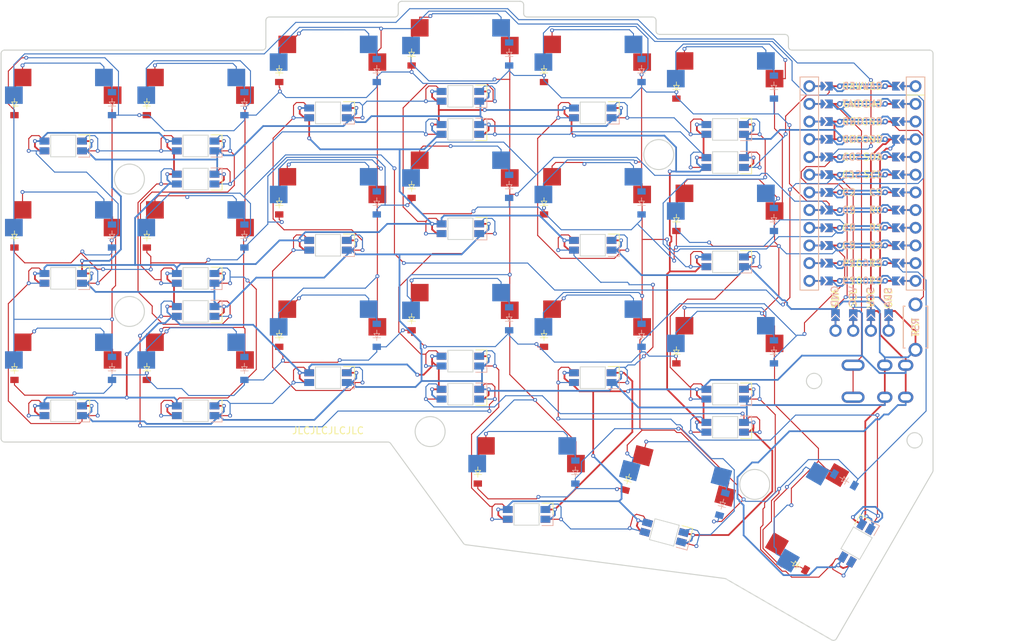
<source format=kicad_pcb>
(kicad_pcb (version 20231007) (generator pcbnew)
  (title_block (title "corney_island") (rev "0.1") (company "ceoloide"))
  (layers (0 "F.Cu" signal) (31 "B.Cu" signal) (34 "B.Paste" user) (35 "F.Paste" user) (36 "B.SilkS" user "B.Silkscreen") (37 "F.SilkS" user "F.Silkscreen") (38 "B.Mask" user) (39 "F.Mask" user) (44 "Edge.Cuts" user))
  (net 0 "")
  (net 1 "C0")
  (net 2 "outer_bottom")
  (net 3 "outer_home")
  (net 4 "outer_top")
  (net 5 "C1")
  (net 6 "pinky_bottom")
  (net 7 "pinky_home")
  (net 8 "pinky_top")
  (net 9 "C2")
  (net 10 "ring_bottom")
  (net 11 "ring_home")
  (net 12 "ring_top")
  (net 13 "C3")
  (net 14 "middle_bottom")
  (net 15 "middle_home")
  (net 16 "middle_top")
  (net 17 "C4")
  (net 18 "index_bottom")
  (net 19 "index_home")
  (net 20 "index_top")
  (net 21 "C5")
  (net 22 "inner_bottom")
  (net 23 "inner_home")
  (net 24 "inner_top")
  (net 25 "near_home")
  (net 26 "mid_home")
  (net 27 "far_home")
  (net 28 "R2")
  (net 29 "R1")
  (net 30 "R0")
  (net 31 "R3")
  (net 32 "RAW")
  (net 33 "GND")
  (net 34 "RST")
  (net 35 "VCC")
  (net 36 "P16")
  (net 37 "P10")
  (net 38 "LED")
  (net 39 "DAT")
  (net 40 "SDA")
  (net 41 "SCL")
  (net 42 "CS")
  (net 43 "P9")
  (net 44 "MCU1_24")
  (net 45 "MCU1_1")
  (net 46 "MCU1_23")
  (net 47 "MCU1_2")
  (net 48 "MCU1_22")
  (net 49 "MCU1_3")
  (net 50 "MCU1_21")
  (net 51 "MCU1_4")
  (net 52 "MCU1_20")
  (net 53 "MCU1_5")
  (net 54 "MCU1_19")
  (net 55 "MCU1_6")
  (net 56 "MCU1_18")
  (net 57 "MCU1_7")
  (net 58 "MCU1_17")
  (net 59 "MCU1_8")
  (net 60 "MCU1_16")
  (net 61 "MCU1_9")
  (net 62 "MCU1_15")
  (net 63 "MCU1_10")
  (net 64 "MCU1_14")
  (net 65 "MCU1_11")
  (net 66 "MCU1_13")
  (net 67 "MCU1_12")
  (net 68 "DISP1_1")
  (net 69 "DISP1_2")
  (net 70 "DISP1_3")
  (net 71 "DISP1_4")
  (net 72 "LED_21")
  (net 73 "LED_20")
  (net 74 "LED_19")
  (net 75 "LED_18")
  (net 76 "LED_16")
  (net 77 "LED_15")
  (net 78 "LED_17")
  (net 79 "LED_14")
  (net 80 "LED_13")
  (net 81 "LED_12")
  (net 82 "LED_10")
  (net 83 "LED_9")
  (net 84 "LED_11")
  (net 85 "LED_7")
  (net 86 "LED_6")
  (net 87 "LED_5")
  (net 88 "LED_4")
  (net 89 "LED_2")
  (net 90 "LED_1")
  (net 91 "LED_3")
  (net 92 "LED_8")
  (net 93 "ULED_6")
  (net 94 "ULED_1")
  (net 95 "ULED_2")
  (net 96 "ULED_3")
  (net 97 "ULED_4")
  (net 98 "ULED_5")
  (footprint "ceoloide:top-actuated-reset-switch" (layer "F.Cu") (at 222.317 92.751 90)
    (property "Reference" "B1" hide)
    (property "Value" "Reset (PTS636 SP43 LFS)")
  )
  (footprint "MX" (layer "F.Cu") (at 138 57.25)
    (property "Reference" "S9" hide)
    (property "Value" "" hide)
  )
  (footprint "ComboDiode" (layer "F.Cu") (at 188 58.3 90)
    (property "Reference" "D39" hide)
    (property "Value" "")
  )
  (footprint "ComboDiode" (layer "F.Cu") (at 188 96.3 90)
    (property "Reference" "D37" hide)
    (property "Value" "")
  )
  (footprint "ComboDiode" (layer "F.Cu") (at 112 98.675 90)
    (property "Reference" "D25" hide)
    (property "Value" "")
  )
  (footprint "ComboDiode" (layer "F.Cu") (at 169 74.925 90)
    (property "Reference" "D35" hide)
    (property "Value" "")
  )
  (footprint "MX" (layer "F.Cu") (at 138 95.25)
    (property "Reference" "S7" hide)
    (property "Value" "" hide)
  )
  (footprint "ComboDiode" (layer "F.Cu") (at 159.5 113.55 90)
    (property "Reference" "D40" hide)
    (property "Value" "")
  )
  (footprint "MX" (layer "F.Cu") (at 176 76.25)
    (property "Reference" "S14" hide)
    (property "Value" "" hide)
  )
  (footprint "ComboDiode" (layer "F.Cu") (at 93 98.675 90)
    (property "Reference" "D22" hide)
    (property "Value" "")
  )
  (footprint "ComboDiode" (layer "F.Cu") (at 188 77.3 90)
    (property "Reference" "D38" hide)
    (property "Value" "")
  )
  (footprint "ComboDiode" (layer "F.Cu") (at 112 60.675 90)
    (property "Reference" "D27" hide)
    (property "Value" "")
  )
  (footprint "MX" (layer "F.Cu") (at 138 76.25)
    (property "Reference" "S8" hide)
    (property "Value" "" hide)
  )
  (footprint "ComboDiode" (layer "F.Cu") (at 169 93.925 90)
    (property "Reference" "D34" hide)
    (property "Value" "")
  )
  (footprint "MX" (layer "F.Cu") (at 176 57.25)
    (property "Reference" "S15" hide)
    (property "Value" "" hide)
  )
  (footprint "MX" (layer "F.Cu") (at 119 62)
    (property "Reference" "S6" hide)
    (property "Value" "" hide)
  )
  (footprint "MX" (layer "F.Cu") (at 195 59.625)
    (property "Reference" "S18" hide)
    (property "Value" "" hide)
  )
  (footprint "MX" (layer "F.Cu") (at 157 92.875)
    (property "Reference" "S10" hide)
    (property "Value" "" hide)
  )
  (footprint "ComboDiode" (layer "F.Cu") (at 131 93.925 90)
    (property "Reference" "D28" hide)
    (property "Value" "")
  )
  (footprint "ComboDiode" (layer "F.Cu") (at 150 72.55 90)
    (property "Reference" "D32" hide)
    (property "Value" "")
  )
  (footprint "ComboDiode" (layer "F.Cu") (at 150 53.55 90)
    (property "Reference" "D33" hide)
    (property "Value" "")
  )
  (footprint "nice_nano" (layer "F.Cu") (at 214.704 70.87)
    (property "Reference" "MCU1" hide)
    (property "Value" "")
  )
  (footprint "ComboDiode" (layer "F.Cu") (at 169 55.925 90)
    (property "Reference" "D36" hide)
    (property "Value" "")
  )
  (footprint "ComboDiode" (layer "F.Cu") (at 93 60.675 90)
    (property "Reference" "D24" hide)
    (property "Value" "")
  )
  (footprint "ComboDiode" (layer "F.Cu") (at 205.0993 126.7888 150)
    (property "Reference" "D42" hide)
    (property "Value" "")
  )
  (footprint "MX" (layer "F.Cu") (at 100 62)
    (property "Reference" "S3" hide)
    (property "Value" "" hide)
  )
  (footprint "ceoloide:TRRS-PJ-320A-dual (reversible, symmetric)" (layer "F.Cu") (at 224.11 102.81 -90)
    (property "Reference" "TRRS1" hide)
    (property "Value" "TRRS-PJ-320A-dual")
  )
  (footprint "combo_display" (layer "F.Cu") (at 214.647 91.196)
    (property "Reference" "DISP1" hide)
    (property "Value" "")
  )
  (footprint "ComboDiode" (layer "F.Cu") (at 131 55.925 90)
    (property "Reference" "D30" hide)
    (property "Value" "")
  )
  (footprint "MX" (layer "F.Cu") (at 119 81)
    (property "Reference" "S5" hide)
    (property "Value" "" hide)
  )
  (footprint "ComboDiode" (layer "F.Cu") (at 150 91.55 90)
    (property "Reference" "D31" hide)
    (property "Value" "")
  )
  (footprint "MX" (layer "F.Cu") (at 176 95.25)
    (property "Reference" "S13" hide)
    (property "Value" "" hide)
  )
  (footprint "MX" (layer "F.Cu") (at 157 54.875)
    (property "Reference" "S12" hide)
    (property "Value" "" hide)
  )
  (footprint "MX" (layer "F.Cu") (at 187.5 117.625 -15)
    (property "Reference" "S20" hide)
    (property "Value" "" hide)
  )
  (footprint "MX" (layer "F.Cu") (at 100 100)
    (property "Reference" "S1" hide)
    (property "Value" "" hide)
  )
  (footprint "ComboDiode" (layer "F.Cu") (at 181.0815 114.5334 75)
    (property "Reference" "D41" hide)
    (property "Value" "")
  )
  (footprint "ComboDiode" (layer "F.Cu") (at 131 74.925 90)
    (property "Reference" "D29" hide)
    (property "Value" "")
  )
  (footprint "MX" (layer "F.Cu") (at 157 73.875)
    (property "Reference" "S11" hide)
    (property "Value" "" hide)
  )
  (footprint "MX" (layer "F.Cu") (at 209.7468 121.3892 60)
    (property "Reference" "S21" hide)
    (property "Value" "" hide)
  )
  (footprint "ComboDiode" (layer "F.Cu") (at 93 79.675 90)
    (property "Reference" "D23" hide)
    (property "Value" "")
  )
  (footprint "MX" (layer "F.Cu") (at 166.5 114.875)
    (property "Reference" "S19" hide)
    (property "Value" "" hide)
  )
  (footprint "MX" (layer "F.Cu") (at 100 81)
    (property "Reference" "S2" hide)
    (property "Value" "" hide)
  )
  (footprint "MX" (layer "F.Cu") (at 195 97.625)
    (property "Reference" "S16" hide)
    (property "Value" "" hide)
  )
  (footprint "ComboDiode" (layer "F.Cu") (at 112 79.675 90)
    (property "Reference" "D26" hide)
    (property "Value" "")
  )
  (footprint "MX" (layer "F.Cu") (at 119 100)
    (property "Reference" "S4" hide)
    (property "Value" "" hide)
  )
  (footprint "MX" (layer "F.Cu") (at 195 78.625)
    (property "Reference" "S17" hide)
    (property "Value" "" hide)
  )
  (footprint "ceoloide:YS-SK6812MINI-E (underglow, reversible)" (layer "B.Cu") (at 195 69.125 180)
    (property "Reference" "LED22" hide)
    (property "Value" "")
    (fp_line (start 1.8 1.55) (end 1.8 -1.55) (stroke (width 0.12)) (layer "Edge.Cuts"))
    (fp_line (start 1.8 -1.55) (end -1.8 -1.55) (stroke (width 0.12)) (layer "Edge.Cuts"))
    (fp_line (start -1.8 1.55) (end 1.8 1.55) (stroke (width 0.12)) (layer "Edge.Cuts"))
    (fp_line (start -1.8 -1.55) (end -1.8 1.55) (stroke (width 0.12)) (layer "Edge.Cuts"))
  )
  (footprint "ComboDiode" (layer "B.Cu") (at 164 91.55 90)
    (property "Reference" "D10" hide)
    (property "Value" "")
  )
  (footprint "ceoloide:YS-SK6812MINI-E (per-key, reversible)" (layer "B.Cu") (at 176 62 180)
    (property "Reference" "LED15" hide)
    (property "Value" "")
    (fp_line (start 1.8 1.55) (end 1.8 -1.55) (stroke (width 0.12)) (layer "Edge.Cuts"))
    (fp_line (start 1.8 -1.55) (end -1.8 -1.55) (stroke (width 0.12)) (layer "Edge.Cuts"))
    (fp_line (start -1.8 1.55) (end 1.8 1.55) (stroke (width 0.12)) (layer "Edge.Cuts"))
    (fp_line (start -1.8 -1.55) (end -1.8 1.55) (stroke (width 0.12)) (layer "Edge.Cuts"))
  )
  (footprint "ceoloide:YS-SK6812MINI-E (per-key, reversible)" (layer "B.Cu") (at 100 104.75 180)
    (property "Reference" "LED1" hide)
    (property "Value" "")
    (fp_line (start 1.8 1.55) (end 1.8 -1.55) (stroke (width 0.12)) (layer "Edge.Cuts"))
    (fp_line (start 1.8 -1.55) (end -1.8 -1.55) (stroke (width 0.12)) (layer "Edge.Cuts"))
    (fp_line (start -1.8 1.55) (end 1.8 1.55) (stroke (width 0.12)) (layer "Edge.Cuts"))
    (fp_line (start -1.8 -1.55) (end -1.8 1.55) (stroke (width 0.12)) (layer "Edge.Cuts"))
  )
  (footprint "ComboDiode" (layer "B.Cu") (at 202 77.3 90)
    (property "Reference" "D17" hide)
    (property "Value" "")
  )
  (footprint "ceoloide:YS-SK6812MINI-E (underglow, reversible)" (layer "B.Cu") (at 157 102.375 180)
    (property "Reference" "LED26" hide)
    (property "Value" "")
    (fp_line (start 1.8 1.55) (end 1.8 -1.55) (stroke (width 0.12)) (layer "Edge.Cuts"))
    (fp_line (start 1.8 -1.55) (end -1.8 -1.55) (stroke (width 0.12)) (layer "Edge.Cuts"))
    (fp_line (start -1.8 1.55) (end 1.8 1.55) (stroke (width 0.12)) (layer "Edge.Cuts"))
    (fp_line (start -1.8 -1.55) (end -1.8 1.55) (stroke (width 0.12)) (layer "Edge.Cuts"))
  )
  (footprint "ceoloide:YS-SK6812MINI-E (per-key, reversible)" (layer "B.Cu") (at 213.8604 123.7642 -120)
    (property "Reference" "LED21" hide)
    (property "Value" "")
    (fp_line (start 1.8 1.55) (end 1.8 -1.55) (stroke (width 0.12)) (layer "Edge.Cuts"))
    (fp_line (start -1.8 1.55) (end 1.8 1.55) (stroke (width 0.12)) (layer "Edge.Cuts"))
    (fp_line (start 1.8 -1.55) (end -1.8 -1.55) (stroke (width 0.12)) (layer "Edge.Cuts"))
    (fp_line (start -1.8 -1.55) (end -1.8 1.55) (stroke (width 0.12)) (layer "Edge.Cuts"))
  )
  (footprint "ceoloide:YS-SK6812MINI-E (per-key, reversible)" (layer "B.Cu") (at 157 59.625 180)
    (property "Reference" "LED12" hide)
    (property "Value" "")
    (fp_line (start 1.8 1.55) (end 1.8 -1.55) (stroke (width 0.12)) (layer "Edge.Cuts"))
    (fp_line (start 1.8 -1.55) (end -1.8 -1.55) (stroke (width 0.12)) (layer "Edge.Cuts"))
    (fp_line (start -1.8 1.55) (end 1.8 1.55) (stroke (width 0.12)) (layer "Edge.Cuts"))
    (fp_line (start -1.8 -1.55) (end -1.8 1.55) (stroke (width 0.12)) (layer "Edge.Cuts"))
  )
  (footprint "ceoloide:YS-SK6812MINI-E (per-key, reversible)" (layer "B.Cu") (at 119 104.75 180)
    (property "Reference" "LED4" hide)
    (property "Value" "")
    (fp_line (start 1.8 1.55) (end 1.8 -1.55) (stroke (width 0.12)) (layer "Edge.Cuts"))
    (fp_line (start 1.8 -1.55) (end -1.8 -1.55) (stroke (width 0.12)) (layer "Edge.Cuts"))
    (fp_line (start -1.8 1.55) (end 1.8 1.55) (stroke (width 0.12)) (layer "Edge.Cuts"))
    (fp_line (start -1.8 -1.55) (end -1.8 1.55) (stroke (width 0.12)) (layer "Edge.Cuts"))
  )
  (footprint "ComboDiode" (layer "B.Cu") (at 126 60.675 90)
    (property "Reference" "D6" hide)
    (property "Value" "")
  )
  (footprint "ComboDiode" (layer "B.Cu") (at 183 93.925 90)
    (property "Reference" "D13" hide)
    (property "Value" "")
  )
  (footprint "ComboDiode" (layer "B.Cu") (at 194.6044 118.1569 75)
    (property "Reference" "D20" hide)
    (property "Value" "")
  )
  (footprint "ComboDiode" (layer "B.Cu") (at 164 72.55 90)
    (property "Reference" "D11" hide)
    (property "Value" "")
  )
  (footprint "ceoloide:YS-SK6812MINI-E (per-key, reversible)" (layer "B.Cu") (at 119 66.75 180)
    (property "Reference" "LED6" hide)
    (property "Value" "")
    (fp_line (start 1.8 1.55) (end 1.8 -1.55) (stroke (width 0.12)) (layer "Edge.Cuts"))
    (fp_line (start 1.8 -1.55) (end -1.8 -1.55) (stroke (width 0.12)) (layer "Edge.Cuts"))
    (fp_line (start -1.8 1.55) (end 1.8 1.55) (stroke (width 0.12)) (layer "Edge.Cuts"))
    (fp_line (start -1.8 -1.55) (end -1.8 1.55) (stroke (width 0.12)) (layer "Edge.Cuts"))
  )
  (footprint "ceoloide:YS-SK6812MINI-E (underglow, reversible)" (layer "B.Cu") (at 119 90.5 180)
    (property "Reference" "LED25" hide)
    (property "Value" "")
    (fp_line (start 1.8 1.55) (end 1.8 -1.55) (stroke (width 0.12)) (layer "Edge.Cuts"))
    (fp_line (start 1.8 -1.55) (end -1.8 -1.55) (stroke (width 0.12)) (layer "Edge.Cuts"))
    (fp_line (start -1.8 1.55) (end 1.8 1.55) (stroke (width 0.12)) (layer "Edge.Cuts"))
    (fp_line (start -1.8 -1.55) (end -1.8 1.55) (stroke (width 0.12)) (layer "Edge.Cuts"))
  )
  (footprint "ComboDiode" (layer "B.Cu") (at 107 98.675 90)
    (property "Reference" "D1" hide)
    (property "Value" "")
  )
  (footprint "ComboDiode" (layer "B.Cu") (at 173.5 113.55 90)
    (property "Reference" "D19" hide)
    (property "Value" "")
  )
  (footprint "ceoloide:YS-SK6812MINI-E (per-key, reversible)" (layer "B.Cu") (at 100 66.75 180)
    (property "Reference" "LED3" hide)
    (property "Value" "")
    (fp_line (start 1.8 1.55) (end 1.8 -1.55) (stroke (width 0.12)) (layer "Edge.Cuts"))
    (fp_line (start 1.8 -1.55) (end -1.8 -1.55) (stroke (width 0.12)) (layer "Edge.Cuts"))
    (fp_line (start -1.8 1.55) (end 1.8 1.55) (stroke (width 0.12)) (layer "Edge.Cuts"))
    (fp_line (start -1.8 -1.55) (end -1.8 1.55) (stroke (width 0.12)) (layer "Edge.Cuts"))
  )
  (footprint "ceoloide:YS-SK6812MINI-E (per-key, reversible)" (layer "B.Cu") (at 195 64.375 180)
    (property "Reference" "LED18" hide)
    (property "Value" "")
    (fp_line (start 1.8 1.55) (end 1.8 -1.55) (stroke (width 0.12)) (layer "Edge.Cuts"))
    (fp_line (start 1.8 -1.55) (end -1.8 -1.55) (stroke (width 0.12)) (layer "Edge.Cuts"))
    (fp_line (start -1.8 1.55) (end 1.8 1.55) (stroke (width 0.12)) (layer "Edge.Cuts"))
    (fp_line (start -1.8 -1.55) (end -1.8 1.55) (stroke (width 0.12)) (layer "Edge.Cuts"))
  )
  (footprint "ceoloide:YS-SK6812MINI-E (per-key, reversible)" (layer "B.Cu") (at 166.5 119.625 180)
    (property "Reference" "LED19" hide)
    (property "Value" "")
    (fp_line (start 1.8 1.55) (end 1.8 -1.55) (stroke (width 0.12)) (layer "Edge.Cuts"))
    (fp_line (start 1.8 -1.55) (end -1.8 -1.55) (stroke (width 0.12)) (layer "Edge.Cuts"))
    (fp_line (start -1.8 1.55) (end 1.8 1.55) (stroke (width 0.12)) (layer "Edge.Cuts"))
    (fp_line (start -1.8 -1.55) (end -1.8 1.55) (stroke (width 0.12)) (layer "Edge.Cuts"))
  )
  (footprint "ceoloide:YS-SK6812MINI-E (per-key, reversible)" (layer "B.Cu") (at 186.2706 122.2131 165)
    (property "Reference" "LED20" hide)
    (property "Value" "")
    (fp_line (start 1.8 -1.55) (end -1.8 -1.55) (stroke (width 0.12)) (layer "Edge.Cuts"))
    (fp_line (start 1.8 1.55) (end 1.8 -1.55) (stroke (width 0.12)) (layer "Edge.Cuts"))
    (fp_line (start -1.8 -1.55) (end -1.8 1.55) (stroke (width 0.12)) (layer "Edge.Cuts"))
    (fp_line (start -1.8 1.55) (end 1.8 1.55) (stroke (width 0.12)) (layer "Edge.Cuts"))
  )
  (footprint "ComboDiode" (layer "B.Cu") (at 183 74.925 90)
    (property "Reference" "D14" hide)
    (property "Value" "")
  )
  (footprint "ceoloide:YS-SK6812MINI-E (underglow, reversible)" (layer "B.Cu") (at 195 107.125 180)
    (property "Reference" "LED27" hide)
    (property "Value" "")
    (fp_line (start 1.8 1.55) (end 1.8 -1.55) (stroke (width 0.12)) (layer "Edge.Cuts"))
    (fp_line (start 1.8 -1.55) (end -1.8 -1.55) (stroke (width 0.12)) (layer "Edge.Cuts"))
    (fp_line (start -1.8 1.55) (end 1.8 1.55) (stroke (width 0.12)) (layer "Edge.Cuts"))
    (fp_line (start -1.8 -1.55) (end -1.8 1.55) (stroke (width 0.12)) (layer "Edge.Cuts"))
  )
  (footprint "ceoloide:YS-SK6812MINI-E (underglow, reversible)" (layer "B.Cu") (at 119 71.5 180)
    (property "Reference" "LED24" hide)
    (property "Value" "")
    (fp_line (start 1.8 1.55) (end 1.8 -1.55) (stroke (width 0.12)) (layer "Edge.Cuts"))
    (fp_line (start 1.8 -1.55) (end -1.8 -1.55) (stroke (width 0.12)) (layer "Edge.Cuts"))
    (fp_line (start -1.8 1.55) (end 1.8 1.55) (stroke (width 0.12)) (layer "Edge.Cuts"))
    (fp_line (start -1.8 -1.55) (end -1.8 1.55) (stroke (width 0.12)) (layer "Edge.Cuts"))
  )
  (footprint "ceoloide:YS-SK6812MINI-E (per-key, reversible)" (layer "B.Cu") (at 157 78.625 180)
    (property "Reference" "LED11" hide)
    (property "Value" "")
    (fp_line (start 1.8 1.55) (end 1.8 -1.55) (stroke (width 0.12)) (layer "Edge.Cuts"))
    (fp_line (start 1.8 -1.55) (end -1.8 -1.55) (stroke (width 0.12)) (layer "Edge.Cuts"))
    (fp_line (start -1.8 1.55) (end 1.8 1.55) (stroke (width 0.12)) (layer "Edge.Cuts"))
    (fp_line (start -1.8 -1.55) (end -1.8 1.55) (stroke (width 0.12)) (layer "Edge.Cuts"))
  )
  (footprint "ceoloide:YS-SK6812MINI-E (per-key, reversible)" (layer "B.Cu") (at 195 83.375 180)
    (property "Reference" "LED17" hide)
    (property "Value" "")
    (fp_line (start 1.8 1.55) (end 1.8 -1.55) (stroke (width 0.12)) (layer "Edge.Cuts"))
    (fp_line (start 1.8 -1.55) (end -1.8 -1.55) (stroke (width 0.12)) (layer "Edge.Cuts"))
    (fp_line (start -1.8 1.55) (end 1.8 1.55) (stroke (width 0.12)) (layer "Edge.Cuts"))
    (fp_line (start -1.8 -1.55) (end -1.8 1.55) (stroke (width 0.12)) (layer "Edge.Cuts"))
  )
  (footprint "ComboDiode" (layer "B.Cu") (at 212.0993 114.6645 150)
    (property "Reference" "D21" hide)
    (property "Value" "")
  )
  (footprint "ceoloide:YS-SK6812MINI-E (per-key, reversible)" (layer "B.Cu") (at 138 81 180)
    (property "Reference" "LED8" hide)
    (property "Value" "")
    (fp_line (start 1.8 1.55) (end 1.8 -1.55) (stroke (width 0.12)) (layer "Edge.Cuts"))
    (fp_line (start 1.8 -1.55) (end -1.8 -1.55) (stroke (width 0.12)) (layer "Edge.Cuts"))
    (fp_line (start -1.8 1.55) (end 1.8 1.55) (stroke (width 0.12)) (layer "Edge.Cuts"))
    (fp_line (start -1.8 -1.55) (end -1.8 1.55) (stroke (width 0.12)) (layer "Edge.Cuts"))
  )
  (footprint "ComboDiode" (layer "B.Cu") (at 202 58.3 90)
    (property "Reference" "D18" hide)
    (property "Value" "")
  )
  (footprint "ceoloide:YS-SK6812MINI-E (underglow, reversible)" (layer "B.Cu") (at 157 64.375 180)
    (property "Reference" "LED23" hide)
    (property "Value" "")
    (fp_line (start 1.8 1.55) (end 1.8 -1.55) (stroke (width 0.12)) (layer "Edge.Cuts"))
    (fp_line (start 1.8 -1.55) (end -1.8 -1.55) (stroke (width 0.12)) (layer "Edge.Cuts"))
    (fp_line (start -1.8 1.55) (end 1.8 1.55) (stroke (width 0.12)) (layer "Edge.Cuts"))
    (fp_line (start -1.8 -1.55) (end -1.8 1.55) (stroke (width 0.12)) (layer "Edge.Cuts"))
  )
  (footprint "ceoloide:YS-SK6812MINI-E (per-key, reversible)" (layer "B.Cu") (at 119 85.75 180)
    (property "Reference" "LED5" hide)
    (property "Value" "")
    (fp_line (start 1.8 1.55) (end 1.8 -1.55) (stroke (width 0.12)) (layer "Edge.Cuts"))
    (fp_line (start 1.8 -1.55) (end -1.8 -1.55) (stroke (width 0.12)) (layer "Edge.Cuts"))
    (fp_line (start -1.8 1.55) (end 1.8 1.55) (stroke (width 0.12)) (layer "Edge.Cuts"))
    (fp_line (start -1.8 -1.55) (end -1.8 1.55) (stroke (width 0.12)) (layer "Edge.Cuts"))
  )
  (footprint "ceoloide:YS-SK6812MINI-E (per-key, reversible)" (layer "B.Cu") (at 176 81 180)
    (property "Reference" "LED14" hide)
    (property "Value" "")
    (fp_line (start 1.8 1.55) (end 1.8 -1.55) (stroke (width 0.12)) (layer "Edge.Cuts"))
    (fp_line (start 1.8 -1.55) (end -1.8 -1.55) (stroke (width 0.12)) (layer "Edge.Cuts"))
    (fp_line (start -1.8 1.55) (end 1.8 1.55) (stroke (width 0.12)) (layer "Edge.Cuts"))
    (fp_line (start -1.8 -1.55) (end -1.8 1.55) (stroke (width 0.12)) (layer "Edge.Cuts"))
  )
  (footprint "ComboDiode" (layer "B.Cu") (at 183 55.925 90)
    (property "Reference" "D15" hide)
    (property "Value" "")
  )
  (footprint "ceoloide:YS-SK6812MINI-E (per-key, reversible)" (layer "B.Cu") (at 138 100 180)
    (property "Reference" "LED7" hide)
    (property "Value" "")
    (fp_line (start 1.8 1.55) (end 1.8 -1.55) (stroke (width 0.12)) (layer "Edge.Cuts"))
    (fp_line (start 1.8 -1.55) (end -1.8 -1.55) (stroke (width 0.12)) (layer "Edge.Cuts"))
    (fp_line (start -1.8 1.55) (end 1.8 1.55) (stroke (width 0.12)) (layer "Edge.Cuts"))
    (fp_line (start -1.8 -1.55) (end -1.8 1.55) (stroke (width 0.12)) (layer "Edge.Cuts"))
  )
  (footprint "ComboDiode" (layer "B.Cu") (at 145 74.925 90)
    (property "Reference" "D8" hide)
    (property "Value" "")
  )
  (footprint "ceoloide:YS-SK6812MINI-E (per-key, reversible)" (layer "B.Cu") (at 195 102.375 180)
    (property "Reference" "LED16" hide)
    (property "Value" "")
    (fp_line (start 1.8 1.55) (end 1.8 -1.55) (stroke (width 0.12)) (layer "Edge.Cuts"))
    (fp_line (start 1.8 -1.55) (end -1.8 -1.55) (stroke (width 0.12)) (layer "Edge.Cuts"))
    (fp_line (start -1.8 1.55) (end 1.8 1.55) (stroke (width 0.12)) (layer "Edge.Cuts"))
    (fp_line (start -1.8 -1.55) (end -1.8 1.55) (stroke (width 0.12)) (layer "Edge.Cuts"))
  )
  (footprint "ComboDiode" (layer "B.Cu") (at 145 55.925 90)
    (property "Reference" "D9" hide)
    (property "Value" "")
  )
  (footprint "ceoloide:YS-SK6812MINI-E (per-key, reversible)" (layer "B.Cu") (at 176 100 180)
    (property "Reference" "LED13" hide)
    (property "Value" "")
    (fp_line (start 1.8 1.55) (end 1.8 -1.55) (stroke (width 0.12)) (layer "Edge.Cuts"))
    (fp_line (start 1.8 -1.55) (end -1.8 -1.55) (stroke (width 0.12)) (layer "Edge.Cuts"))
    (fp_line (start -1.8 1.55) (end 1.8 1.55) (stroke (width 0.12)) (layer "Edge.Cuts"))
    (fp_line (start -1.8 -1.55) (end -1.8 1.55) (stroke (width 0.12)) (layer "Edge.Cuts"))
  )
  (footprint "ceoloide:YS-SK6812MINI-E (per-key, reversible)" (layer "B.Cu") (at 157 97.625 180)
    (property "Reference" "LED10" hide)
    (property "Value" "")
    (fp_line (start 1.8 1.55) (end 1.8 -1.55) (stroke (width 0.12)) (layer "Edge.Cuts"))
    (fp_line (start 1.8 -1.55) (end -1.8 -1.55) (stroke (width 0.12)) (layer "Edge.Cuts"))
    (fp_line (start -1.8 1.55) (end 1.8 1.55) (stroke (width 0.12)) (layer "Edge.Cuts"))
    (fp_line (start -1.8 -1.55) (end -1.8 1.55) (stroke (width 0.12)) (layer "Edge.Cuts"))
  )
  (footprint "ComboDiode" (layer "B.Cu") (at 126 98.675 90)
    (property "Reference" "D4" hide)
    (property "Value" "")
  )
  (footprint "ComboDiode" (layer "B.Cu") (at 126 79.675 90)
    (property "Reference" "D5" hide)
    (property "Value" "")
  )
  (footprint "ceoloide:YS-SK6812MINI-E (per-key, reversible)" (layer "B.Cu") (at 138 62 180)
    (property "Reference" "LED9" hide)
    (property "Value" "")
    (fp_line (start 1.8 1.55) (end 1.8 -1.55) (stroke (width 0.12)) (layer "Edge.Cuts"))
    (fp_line (start 1.8 -1.55) (end -1.8 -1.55) (stroke (width 0.12)) (layer "Edge.Cuts"))
    (fp_line (start -1.8 1.55) (end 1.8 1.55) (stroke (width 0.12)) (layer "Edge.Cuts"))
    (fp_line (start -1.8 -1.55) (end -1.8 1.55) (stroke (width 0.12)) (layer "Edge.Cuts"))
  )
  (footprint "ComboDiode" (layer "B.Cu") (at 202 96.3 90)
    (property "Reference" "D16" hide)
    (property "Value" "")
  )
  (footprint "ComboDiode" (layer "B.Cu") (at 164 53.55 90)
    (property "Reference" "D12" hide)
    (property "Value" "")
  )
  (footprint "ComboDiode" (layer "B.Cu") (at 107 79.675 90)
    (property "Reference" "D2" hide)
    (property "Value" "")
  )
  (footprint "ceoloide:YS-SK6812MINI-E (per-key, reversible)" (layer "B.Cu") (at 100 85.75 180)
    (property "Reference" "LED2" hide)
    (property "Value" "")
    (fp_line (start 1.8 1.55) (end 1.8 -1.55) (stroke (width 0.12)) (layer "Edge.Cuts"))
    (fp_line (start 1.8 -1.55) (end -1.8 -1.55) (stroke (width 0.12)) (layer "Edge.Cuts"))
    (fp_line (start -1.8 1.55) (end 1.8 1.55) (stroke (width 0.12)) (layer "Edge.Cuts"))
    (fp_line (start -1.8 -1.55) (end -1.8 1.55) (stroke (width 0.12)) (layer "Edge.Cuts"))
  )
  (footprint "ComboDiode" (layer "B.Cu") (at 145 93.925 90)
    (property "Reference" "D7" hide)
    (property "Value" "")
  )
  (footprint "ComboDiode" (layer "B.Cu") (at 107 60.675 90)
    (property "Reference" "D3" hide)
    (property "Value" "")
  )
  (gr_arc (start 166.582 48.24) (mid 166.228447 48.093553) (end 166.082 47.74) (stroke (width 0.15)) (layer "Edge.Cuts"))
  (gr_arc (start 204.582778 52.99) (mid 204.229303 52.843632) (end 204.082778 52.490222) (stroke (width 0.15)) (layer "Edge.Cuts"))
  (gr_circle (center 185.468 67.986) (end 187.618 67.986) (stroke (width 0.15)) (fill none) (layer "Edge.Cuts"))
  (gr_arc (start 91.080018 53.490005) (mid 91.226454 53.136445) (end 91.580005 52.989987) (stroke (width 0.15)) (layer "Edge.Cuts"))
  (gr_line (start 210.29051 137.641397) (end 195.123642 128.884802) (stroke (width 0.15)) (layer "Edge.Cuts"))
  (gr_line (start 194.938267 128.822008) (end 157.772968 123.977759) (stroke (width 0.15)) (layer "Edge.Cuts"))
  (gr_line (start 166.082 46.488) (end 166.082 47.74) (stroke (width 0.15)) (layer "Edge.Cuts"))
  (gr_arc (start 129.08 48.74) (mid 129.226447 48.386447) (end 129.58 48.24) (stroke (width 0.15)) (layer "Edge.Cuts"))
  (gr_line (start 129.58 48.24) (end 147.58 48.24) (stroke (width 0.15)) (layer "Edge.Cuts"))
  (gr_arc (start 224.333 52.99) (mid 224.686553 53.136447) (end 224.833 53.49) (stroke (width 0.15)) (layer "Edge.Cuts"))
  (gr_arc (start 184.582 48.24) (mid 184.935553 48.386447) (end 185.082 48.74) (stroke (width 0.15)) (layer "Edge.Cuts"))
  (gr_arc (start 157.772968 123.977759) (mid 157.582534 123.912005) (end 157.43351 123.776431) (stroke (width 0.15)) (layer "Edge.Cuts"))
  (gr_line (start 91.081982 108.740018) (end 91.080018 53.490005) (stroke (width 0.15)) (layer "Edge.Cuts"))
  (gr_arc (start 203.582222 50.738) (mid 203.935697 50.884368) (end 204.082222 51.237778) (stroke (width 0.15)) (layer "Edge.Cuts"))
  (gr_arc (start 148.08 47.74) (mid 147.933553 48.093553) (end 147.58 48.24) (stroke (width 0.15)) (layer "Edge.Cuts"))
  (gr_arc (start 91.581982 109.24) (mid 91.228435 109.09356) (end 91.081982 108.740018) (stroke (width 0.15)) (layer "Edge.Cuts"))
  (gr_line (start 224.833 53.49) (end 224.833 113.317025) (stroke (width 0.15)) (layer "Edge.Cuts"))
  (gr_circle (center 207.762 100.476) (end 208.862 100.476) (stroke (width 0.15)) (fill none) (layer "Edge.Cuts"))
  (gr_arc (start 129.08 52.489013) (mid 128.933558 52.842562) (end 128.580013 52.989013) (stroke (width 0.15)) (layer "Edge.Cuts"))
  (gr_line (start 224.766013 113.567025) (end 224.518 113.996596) (stroke (width 0.15)) (layer "Edge.Cuts"))
  (gr_circle (center 222.194 108.995) (end 223.294 108.995) (stroke (width 0.15)) (fill none) (layer "Edge.Cuts"))
  (gr_line (start 185.082 48.74) (end 185.082 50.238) (stroke (width 0.15)) (layer "Edge.Cuts"))
  (gr_arc (start 210.973533 137.458367) (mid 210.669929 137.691345) (end 210.29051 137.641397) (stroke (width 0.15)) (layer "Edge.Cuts"))
  (gr_line (start 224.518 113.996596) (end 210.973532 137.458367) (stroke (width 0.15)) (layer "Edge.Cuts"))
  (gr_arc (start 165.582 45.988) (mid 165.935553 46.134447) (end 166.082 46.488) (stroke (width 0.15)) (layer "Edge.Cuts"))
  (gr_arc (start 146.585693 109.24) (mid 146.812366 109.294333) (end 146.989776 109.445522) (stroke (width 0.15)) (layer "Edge.Cuts"))
  (gr_line (start 129.08 52.489013) (end 129.08 48.74) (stroke (width 0.15)) (layer "Edge.Cuts"))
  (gr_line (start 204.082222 51.237778) (end 204.082778 52.490222) (stroke (width 0.15)) (layer "Edge.Cuts"))
  (gr_circle (center 152.657 107.74) (end 154.807 107.74) (stroke (width 0.15)) (fill none) (layer "Edge.Cuts"))
  (gr_arc (start 194.938267 128.822009) (mid 195.034057 128.844247) (end 195.123642 128.884802) (stroke (width 0.15)) (layer "Edge.Cuts"))
  (gr_line (start 166.582 48.24) (end 184.582 48.24) (stroke (width 0.15)) (layer "Edge.Cuts"))
  (gr_circle (center 109.5 71.5) (end 111.65 71.5) (stroke (width 0.15)) (fill none) (layer "Edge.Cuts"))
  (gr_line (start 157.43351 123.776431) (end 146.989776 109.445522) (stroke (width 0.15)) (layer "Edge.Cuts"))
  (gr_arc (start 148.08 46.488) (mid 148.226447 46.134447) (end 148.58 45.988) (stroke (width 0.15)) (layer "Edge.Cuts"))
  (gr_line (start 204.582778 52.99) (end 224.333 52.99) (stroke (width 0.15)) (layer "Edge.Cuts"))
  (gr_circle (center 199.241052 115.323658) (end 201.391052 115.323658) (stroke (width 0.15)) (fill none) (layer "Edge.Cuts"))
  (gr_arc (start 185.582 50.738) (mid 185.228447 50.591553) (end 185.082 50.238) (stroke (width 0.15)) (layer "Edge.Cuts"))
  (gr_arc (start 224.833 113.317025) (mid 224.815963 113.446434) (end 224.766013 113.567025) (stroke (width 0.15)) (layer "Edge.Cuts"))
  (gr_line (start 148.08 47.74) (end 148.08 46.488) (stroke (width 0.15)) (layer "Edge.Cuts"))
  (gr_line (start 91.580005 52.989987) (end 128.580013 52.989013) (stroke (width 0.15)) (layer "Edge.Cuts"))
  (gr_line (start 146.585693 109.24) (end 91.581982 109.24) (stroke (width 0.15)) (layer "Edge.Cuts"))
  (gr_circle (center 109.5 90.5) (end 111.65 90.5) (stroke (width 0.15)) (fill none) (layer "Edge.Cuts"))
  (gr_line (start 148.58 45.988) (end 165.582 45.988) (stroke (width 0.15)) (layer "Edge.Cuts"))
  (gr_line (start 185.582 50.738) (end 203.582222 50.738) (stroke (width 0.15)) (layer "Edge.Cuts"))
  (gr_text "JLCJLCJLCJLC" (at 138 107.6 0) (layer "F.SilkS") (effects (font (size 1 1))))
  (segment (start 219.479 68.33) (end 217.966 68.33) (width 0.25) (layer "F.Cu") (net 1))
  (segment (start 107.085 59.46) (end 107.085 60.9853) (width 0.15) (layer "F.Cu") (net 1))
  (segment (start 107.085 77.6973) (end 107.085 78.204) (width 0.15) (layer "F.Cu") (net 1))
  (segment (start 107.085 78.46) (end 107.085 78.204) (width 0.15) (layer "F.Cu") (net 1))
  (segment (start 107.0069 95.8566) (end 107.085 95.9347) (width 0.15) (layer "F.Cu") (net 1))
  (segment (start 107.5132 78.6322) (end 107.5132 86.7898) (width 0.15) (layer "F.Cu") (net 1))
  (segment (start 215.9267 66.7747) (end 215.9267 57.2982) (width 0.15) (layer "F.Cu") (net 1))
  (segment (start 107.085 78.204) (end 107.5132 78.6322) (width 0.15) (layer "F.Cu") (net 1))
  (segment (start 107.0069 76.8566) (end 107.085 76.9347) (width 0.15) (layer "F.Cu") (net 1))
  (segment (start 107.085 60.9853) (end 107.0069 61.0634) (width 0.15) (layer "F.Cu") (net 1))
  (segment (start 107.0069 61.0634) (end 107.0069 76.8566) (width 0.15) (layer "F.Cu") (net 1))
  (segment (start 107.0069 87.2961) (end 107.0069 91.6283) (width 0.15) (layer "F.Cu") (net 1))
  (segment (start 107.0069 91.6283) (end 107.0069 95.8566) (width 0.15) (layer "F.Cu") (net 1))
  (segment (start 107.085 97.46) (end 107.085 95.9347) (width 0.15) (layer "F.Cu") (net 1))
  (segment (start 107.5132 86.7898) (end 107.0069 87.2961) (width 0.15) (layer "F.Cu") (net 1))
  (segment (start 107.085 77.6973) (end 107.085 76.9347) (width 0.15) (layer "F.Cu") (net 1))
  (via (at 215.9267 57.2982) (size 0.56) (drill 0.3) (layers "F.Cu" "B.Cu") (net 1))
  (via (at 215.9267 66.7747) (size 0.56) (drill 0.3) (layers "F.Cu" "B.Cu") (net 1))
  (via (at 107.0069 91.6283) (size 0.56) (drill 0.3) (layers "F.Cu" "B.Cu") (net 1))
  (segment (start 212.167 68.678) (end 212.167 68.667) (width 0.25) (layer "B.Cu") (net 1))
  (segment (start 213.4672 54.8387) (end 205.3684 54.8387) (width 0.15) (layer "B.Cu") (net 1))
  (segment (start 217.716 68.58) (end 217.966 68.33) (width 0.25) (layer "B.Cu") (net 1))
  (segment (start 215.9267 57.2982) (end 213.4672 54.8387) (width 0.15) (layer "B.Cu") (net 1))
  (segment (start 211.79 69.055) (end 212.167 68.678) (width 0.25) (layer "B.Cu") (net 1))
  (segment (start 128.8577 53.5323) (end 94.4602 53.5323) (width 0.15) (layer "B.Cu") (net 1))
  (segment (start 94.4602 53.5323) (end 92.915 55.0775) (width 0.15) (layer "B.Cu") (net 1))
  (segment (start 209.929 68.33) (end 210.149 68.33) (width 0.25) (layer "B.Cu") (net 1))
  (segment (start 149.719 47.0455) (end 147.7508 49.0137) (width 0.15) (layer "B.Cu") (net 1))
  (segment (start 211.2744 67.2046) (end 215.4968 67.2046) (width 0.15) (layer "B.Cu") (net 1))
  (segment (start 185.287 51.3935) (end 182.5157 48.6222) (width 0.15) (layer "B.Cu") (net 1))
  (segment (start 212.254 68.58) (end 217.716 68.58) (width 0.25) (layer "B.Cu") (net 1))
  (segment (start 92.915 91.6283) (end 92.915 97.46) (width 0.15) (layer "B.Cu") (net 1))
  (segment (start 182.5157 48.6222) (end 165.3665 48.6222) (width 0.15) (layer "B.Cu") (net 1))
  (segment (start 210.149 68.33) (end 210.369 68.33) (width 0.25) (layer "B.Cu") (net 1))
  (segment (start 212.167 68.667) (end 212.254 68.58) (width 0.25) (layer "B.Cu") (net 1))
  (segment (start 211.094 69.055) (end 211.79 69.055) (width 0.25) (layer "B.Cu") (net 1))
  (segment (start 92.915 91.6283) (end 107.0069 91.6283) (width 0.15) (layer "B.Cu") (net 1))
  (segment (start 205.3684 54.8387) (end 201.9232 51.3935) (width 0.15) (layer "B.Cu") (net 1))
  (segment (start 210.149 68.33) (end 211.2744 67.2046) (width 0.15) (layer "B.Cu") (net 1))
  (segment (start 163.7898 47.0455) (end 149.719 47.0455) (width 0.15) (layer "B.Cu") (net 1))
  (segment (start 165.3665 48.6222) (end 163.7898 47.0455) (width 0.15) (layer "B.Cu") (net 1))
  (segment (start 215.4968 67.2046) (end 215.9267 66.7747) (width 0.15) (layer "B.Cu") (net 1))
  (segment (start 92.915 59.46) (end 92.915 78.46) (width 0.15) (layer "B.Cu") (net 1))
  (segment (start 92.915 55.0775) (end 92.915 59.46) (width 0.15) (layer "B.Cu") (net 1))
  (segment (start 210.369 68.33) (end 211.094 69.055) (width 0.25) (layer "B.Cu") (net 1))
  (segment (start 201.9232 51.3935) (end 185.287 51.3935) (width 0.15) (layer "B.Cu") (net 1))
  (segment (start 147.7508 49.0137) (end 133.3763 49.0137) (width 0.15) (layer "B.Cu") (net 1))
  (segment (start 133.3763 49.0137) (end 128.8577 53.5323) (width 0.15) (layer "B.Cu") (net 1))
  (segment (start 92.915 78.46) (end 92.915 91.6283) (width 0.15) (layer "B.Cu") (net 1))
  (segment (start 94.158 94.92) (end 94.2688 94.92) (width 0.15) (layer "F.Cu") (net 2))
  (segment (start 93 97.025) (end 93 96.2997) (width 0.15) (layer "F.Cu") (net 2))
  (segment (start 93 96.2997) (end 94.158 95.1417) (width 0.15) (layer "F.Cu") (net 2))
  (segment (start 94.2688 94.92) (end 95.8269 93.3619) (width 0.15) (layer "F.Cu") (net 2))
  (segment (start 94.158 95.1417) (end 94.158 94.92) (width 0.15) (layer "F.Cu") (net 2))
  (via (at 95.8269 93.3619) (size 0.56) (drill 0.3) (layers "F.Cu" "B.Cu") (net 2))
  (segment (start 96.2942 92.8946) (end 95.8269 93.3619) (width 0.15) (layer "B.Cu") (net 2))
  (segment (start 105.842 93.3947) (end 105.3419 92.8946) (width 0.15) (layer "B.Cu") (net 2))
  (segment (start 105.842 95.1417) (end 105.842 94.92) (width 0.15) (layer "B.Cu") (net 2))
  (segment (start 107 96.2997) (end 105.842 95.1417) (width 0.15) (layer "B.Cu") (net 2))
  (segment (start 105.3419 92.8946) (end 96.2942 92.8946) (width 0.15) (layer "B.Cu") (net 2))
  (segment (start 105.842 94.92) (end 105.842 93.3947) (width 0.15) (layer "B.Cu") (net 2))
  (segment (start 107 97.025) (end 107 96.2997) (width 0.15) (layer "B.Cu") (net 2))
  (segment (start 94.158 75.92) (end 94.158 73.3572) (width 0.15) (layer "F.Cu") (net 3))
  (segment (start 93 78.025) (end 93 77.2997) (width 0.15) (layer "F.Cu") (net 3))
  (segment (start 93 77.2997) (end 94.158 76.1417) (width 0.15) (layer "F.Cu") (net 3))
  (segment (start 94.158 76.1417) (end 94.158 75.92) (width 0.15) (layer "F.Cu") (net 3))
  (via (at 94.158 73.3572) (size 0.56) (drill 0.3) (layers "F.Cu" "B.Cu") (net 3))
  (segment (start 105.842 74.3947) (end 104.8045 73.3572) (width 0.15) (layer "B.Cu") (net 3))
  (segment (start 107 78.025) (end 107 77.2997) (width 0.15) (layer "B.Cu") (net 3))
  (segment (start 105.842 76.1417) (end 105.842 75.92) (width 0.15) (layer "B.Cu") (net 3))
  (segment (start 107 77.2997) (end 105.842 76.1417) (width 0.15) (layer "B.Cu") (net 3))
  (segment (start 105.842 75.92) (end 105.842 74.3947) (width 0.15) (layer "B.Cu") (net 3))
  (segment (start 104.8045 73.3572) (end 94.158 73.3572) (width 0.15) (layer "B.Cu") (net 3))
  (segment (start 93 58.2997) (end 94.158 57.1417) (width 0.15) (layer "F.Cu") (net 4))
  (segment (start 94.158 56.92) (end 94.158 55.3947) (width 0.15) (layer "F.Cu") (net 4))
  (segment (start 94.158 55.3947) (end 94.158 55.1883) (width 0.15) (layer "F.Cu") (net 4))
  (segment (start 93 59.025) (end 93 58.2997) (width 0.15) (layer "F.Cu") (net 4))
  (segment (start 94.158 57.1417) (end 94.158 56.92) (width 0.15) (layer "F.Cu") (net 4))
  (via (at 94.158 55.1883) (size 0.56) (drill 0.3) (layers "F.Cu" "B.Cu") (net 4))
  (segment (start 94.4872 54.8591) (end 105.3064 54.8591) (width 0.15) (layer "B.Cu") (net 4))
  (segment (start 105.842 57.1417) (end 105.842 56.92) (width 0.15) (layer "B.Cu") (net 4))
  (segment (start 105.842 56.92) (end 105.842 55.3947) (width 0.15) (layer "B.Cu") (net 4))
  (segment (start 105.3064 54.8591) (end 105.842 55.3947) (width 0.15) (layer "B.Cu") (net 4))
  (segment (start 94.158 55.1883) (end 94.4872 54.8591) (width 0.15) (layer "B.Cu") (net 4))
  (segment (start 107 59.025) (end 107 58.2997) (width 0.15) (layer "B.Cu") (net 4))
  (segment (start 107 58.2997) (end 105.842 57.1417) (width 0.15) (layer "B.Cu") (net 4))
  (segment (start 125.8874 92.7941) (end 114.4386 92.7941) (width 0.15) (layer "F.Cu") (net 5))
  (segment (start 204.2938 73.0124) (end 204.2938 88.5011) (width 0.15) (layer "F.Cu") (net 5))
  (segment (start 126.085 78.46) (end 126.085 80.1912) (width 0.15) (layer "F.Cu") (net 5))
  (segment (start 126.085 97.46) (end 126.085 92.9917) (width 0.15) (layer "F.Cu") (net 5))
  (segment (start 126.085 92.9917) (end 125.8874 92.7941) (width 0.15) (layer "F.Cu") (net 5))
  (segment (start 125.8874 80.3888) (end 125.8874 92.7941) (width 0.15) (layer "F.Cu") (net 5))
  (segment (start 126.085 80.1912) (end 125.8874 80.3888) (width 0.15) (layer "F.Cu") (net 5))
  (segment (start 148.8817 83.5541) (end 147.5357 82.2081) (width 0.15) (layer "F.Cu") (net 5))
  (segment (start 126.085 61.2925) (end 126.085 78.46) (width 0.15) (layer "F.Cu") (net 5))
  (segment (start 147.5357 82.2081) (end 147.5357 69.956) (width 0.15) (layer "F.Cu") (net 5))
  (segment (start 114.4386 92.7941) (end 114.0585 93.1742) (width 0.15) (layer "F.Cu") (net 5))
  (segment (start 219.479 70.87) (end 217.966 70.87) (width 0.25) (layer "F.Cu") (net 5))
  (segment (start 126.085 59.46) (end 126.085 61.2925) (width 0.15) (layer "F.Cu") (net 5))
  (segment (start 204.2938 88.5011) (end 203.2971 89.4978) (width 0.15) (layer "F.Cu") (net 5))
  (via (at 147.5357 69.956) (size 0.56) (drill 0.3) (layers "F.Cu" "B.Cu") (net 5))
  (via (at 114.0585 93.1742) (size 0.56) (drill 0.3) (layers "F.Cu" "B.Cu") (net 5))
  (via (at 203.2971 89.4978) (size 0.56) (drill 0.3) (layers "F.Cu" "B.Cu") (net 5))
  (via (at 126.085 80.1912) (size 0.56) (drill 0.3) (layers "F.Cu" "B.Cu") (net 5))
  (via (at 204.2938 73.0124) (size 0.56) (drill 0.3) (layers "F.Cu" "B.Cu") (net 5))
  (via (at 126.085 61.2925) (size 0.56) (drill 0.3) (layers "F.Cu" "B.Cu") (net 5))
  (via (at 148.8817 83.5541) (size 0.56) (drill 0.3) (layers "F.Cu" "B.Cu") (net 5))
  (segment (start 202.9593 89.4978) (end 200.8868 87.4253) (width 0.15) (layer "B.Cu") (net 5))
  (segment (start 126.8754 75.0207) (end 125.8952 74.0405) (width 0.15) (layer "B.Cu") (net 5))
  (segment (start 126.085 80.1912) (end 126.8754 79.4008) (width 0.15) (layer "B.Cu") (net 5))
  (segment (start 205.1662 72.14) (end 204.2938 73.0124) (width 0.15) (layer "B.Cu") (net 5))
  (segment (start 125.8952 74.0405) (end 131.9013 68.0344) (width 0.15) (layer "B.Cu") (net 5))
  (segment (start 211.094 71.595) (end 211.79 71.595) (width 0.25) (layer "B.Cu") (net 5))
  (segment (start 203.2971 89.4978) (end 202.9593 89.4978) (width 0.15) (layer "B.Cu") (net 5))
  (segment (start 111.915 59.46) (end 111.915 55.6104) (width 0.15) (layer "B.Cu") (net 5))
  (segment (start 217.716 71.12) (end 217.966 70.87) (width 0.25) (layer "B.Cu") (net 5))
  (segment (start 111.915 78.46) (end 111.915 76.9347) (width 0.15) (layer "B.Cu") (net 5))
  (segment (start 114.0585 93.7912) (end 114.0585 93.1742) (width 0.15) (layer "B.Cu") (net 5))
  (segment (start 166.6518 83.5541) (end 148.8817 83.5541) (width 0.15) (layer "B.Cu") (net 5))
  (segment (start 212.167 71.218) (end 212.167 71.207) (width 0.25) (layer "B.Cu") (net 5))
  (segment (start 125.3818 73.5271) (end 115.3226 73.5271) (width 0.15) (layer "B.Cu") (net 5))
  (segment (start 209.5992 72.14) (end 205.1662 72.14) (width 0.15) (layer "B.Cu") (net 5))
  (segment (start 125.8952 74.0405) (end 125.3818 73.5271) (width 0.15) (layer "B.Cu") (net 5))
  (segment (start 126.8754 60.5021) (end 126.085 61.2925) (width 0.15) (layer "B.Cu") (net 5))
  (segment (start 212.254 71.12) (end 217.716 71.12) (width 0.25) (layer "B.Cu") (net 5))
  (segment (start 111.915 55.6104) (end 113.0093 54.5161) (width 0.15) (layer "B.Cu") (net 5))
  (segment (start 200.8868 87.4253) (end 170.523 87.4253) (width 0.15) (layer "B.Cu") (net 5))
  (segment (start 210.6191 71.1201) (end 209.5992 72.14) (width 0.15) (layer "B.Cu") (net 5))
  (segment (start 211.79 71.595) (end 212.167 71.218) (width 0.25) (layer "B.Cu") (net 5))
  (segment (start 170.523 87.4253) (end 166.6518 83.5541) (width 0.15) (layer "B.Cu") (net 5))
  (segment (start 131.9013 68.0344) (end 145.6141 68.0344) (width 0.15) (layer "B.Cu") (net 5))
  (segment (start 125.4071 54.5161) (end 126.8754 55.9844) (width 0.15) (layer "B.Cu") (net 5))
  (segment (start 126.8754 79.4008) (end 126.8754 75.0207) (width 0.15) (layer "B.Cu") (net 5))
  (segment (start 145.6141 68.0344) (end 147.5357 69.956) (width 0.15) (layer "B.Cu") (net 5))
  (segment (start 111.915 95.9347) (end 114.0585 93.7912) (width 0.15) (layer "B.Cu") (net 5))
  (segment (start 111.915 97.46) (end 111.915 95.9347) (width 0.15) (layer "B.Cu") (net 5))
  (segment (start 209.929 70.87) (end 210.369 70.87) (width 0.25) (layer "B.Cu") (net 5))
  (segment (start 212.167 71.207) (end 212.254 71.12) (width 0.25) (layer "B.Cu") (net 5))
  (segment (start 115.3226 73.5271) (end 111.915 76.9347) (width 0.15) (layer "B.Cu") (net 5))
  (segment (start 126.8754 55.9844) (end 126.8754 60.5021) (width 0.15) (layer "B.Cu") (net 5))
  (segment (start 210.369 70.87) (end 210.6191 71.1201) (width 0.25) (layer "B.Cu") (net 5))
  (segment (start 210.6191 71.1201) (end 211.094 71.595) (width 0.25) (layer "B.Cu") (net 5))
  (segment (start 113.0093 54.5161) (end 125.4071 54.5161) (width 0.15) (layer "B.Cu") (net 5))
  (segment (start 112 97.025) (end 112 96.2997) (width 0.15) (layer "F.Cu") (net 6))
  (segment (start 113.2688 94.92) (end 114.8209 93.3679) (width 0.15) (layer "F.Cu") (net 6))
  (segment (start 112 96.2997) (end 113.158 95.1417) (width 0.15) (layer "F.Cu") (net 6))
  (segment (start 113.158 94.92) (end 113.2688 94.92) (width 0.15) (layer "F.Cu") (net 6))
  (segment (start 113.158 95.1417) (end 113.158 94.92) (width 0.15) (layer "F.Cu") (net 6))
  (via (at 114.8209 93.3679) (size 0.56) (drill 0.3) (layers "F.Cu" "B.Cu") (net 6))
  (segment (start 124.2904 92.8431) (end 124.842 93.3947) (width 0.15) (layer "B.Cu") (net 6))
  (segment (start 126 97.025) (end 126 96.2997) (width 0.15) (layer "B.Cu") (net 6))
  (segment (start 124.842 95.1417) (end 124.842 94.92) (width 0.15) (layer "B.Cu") (net 6))
  (segment (start 124.842 94.92) (end 124.842 93.3947) (width 0.15) (layer "B.Cu") (net 6))
  (segment (start 126 96.2997) (end 124.842 95.1417) (width 0.15) (layer "B.Cu") (net 6))
  (segment (start 114.8209 93.3679) (end 115.3457 92.8431) (width 0.15) (layer "B.Cu") (net 6))
  (segment (start 115.3457 92.8431) (end 124.2904 92.8431) (width 0.15) (layer "B.Cu") (net 6))
  (segment (start 117.6131 73.8946) (end 117.8025 74.084) (width 0.15) (layer "F.Cu") (net 7))
  (segment (start 113.6581 73.8946) (end 117.6131 73.8946) (width 0.15) (layer "F.Cu") (net 7))
  (segment (start 113.158 75.92) (end 113.158 74.3947) (width 0.15) (layer "F.Cu") (net 7))
  (segment (start 113.158 74.3947) (end 113.6581 73.8946) (width 0.15) (layer "F.Cu") (net 7))
  (segment (start 113.158 76.1417) (end 113.158 75.92) (width 0.15) (layer "F.Cu") (net 7))
  (segment (start 112 77.2997) (end 113.158 76.1417) (width 0.15) (layer "F.Cu") (net 7))
  (segment (start 112 78.025) (end 112 77.2997) (width 0.15) (layer "F.Cu") (net 7))
  (via (at 117.8025 74.084) (size 0.56) (drill 0.3) (layers "F.Cu" "B.Cu") (net 7))
  (segment (start 124.3247 73.8774) (end 118.0091 73.8774) (width 0.15) (layer "B.Cu") (net 7))
  (segment (start 124.842 75.92) (end 124.842 74.3947) (width 0.15) (layer "B.Cu") (net 7))
  (segment (start 126 78.025) (end 126 77.2997) (width 0.15) (layer "B.Cu") (net 7))
  (segment (start 126 77.2997) (end 124.842 76.1417) (width 0.15) (layer "B.Cu") (net 7))
  (segment (start 118.0091 73.8774) (end 117.8025 74.084) (width 0.15) (layer "B.Cu") (net 7))
  (segment (start 124.842 74.3947) (end 124.3247 73.8774) (width 0.15) (layer "B.Cu") (net 7))
  (segment (start 124.842 76.1417) (end 124.842 75.92) (width 0.15) (layer "B.Cu") (net 7))
  (segment (start 113.158 57.1417) (end 113.158 56.92) (width 0.15) (layer "F.Cu") (net 8))
  (segment (start 112 58.2997) (end 113.158 57.1417) (width 0.15) (layer "F.Cu") (net 8))
  (segment (start 113.158 56.92) (end 113.158 55.3947) (width 0.15) (layer "F.Cu") (net 8))
  (segment (start 112 59.025) (end 112 58.2997) (width 0.15) (layer "F.Cu") (net 8))
  (segment (start 113.158 55.3947) (end 113.158 55.1789) (width 0.15) (layer "F.Cu") (net 8))
  (via (at 113.158 55.1789) (size 0.56) (drill 0.3) (layers "F.Cu" "B.Cu") (net 8))
  (segment (start 124.842 55.3947) (end 124.3418 54.8945) (width 0.15) (layer "B.Cu") (net 8))
  (segment (start 126 58.2997) (end 124.842 57.1417) (width 0.15) (layer "B.Cu") (net 8))
  (segment (start 113.4424 54.8945) (end 113.158 55.1789) (width 0.15) (layer "B.Cu") (net 8))
  (segment (start 124.3418 54.8945) (end 113.4424 54.8945) (width 0.15) (layer "B.Cu") (net 8))
  (segment (start 124.842 57.1417) (end 124.842 56.92) (width 0.15) (layer "B.Cu") (net 8))
  (segment (start 126 59.025) (end 126 58.2997) (width 0.15) (layer "B.Cu") (net 8))
  (segment (start 124.842 56.92) (end 124.842 55.3947) (width 0.15) (layer "B.Cu") (net 8))
  (segment (start 145.6186 52.6511) (end 145.6186 49.9055) (width 0.15) (layer "F.Cu") (net 9))
  (segment (start 145.085 54.71) (end 145.085 70.0005) (width 0.15) (layer "F.Cu") (net 9))
  (segment (start 145.085 73.71) (end 145.085 85.4409) (width 0.15) (layer "F.Cu") (net 9))
  (segment (start 145.085 85.4409) (end 145.085 92.71) (width 0.15) (layer "F.Cu") (net 9))
  (segment (start 219.479 73.41) (end 217.966 73.41) (width 0.25) (layer "F.Cu") (net 9))
  (segment (start 145.085 70.0005) (end 145.085 73.71) (width 0.15) (layer "F.Cu") (net 9))
  (segment (start 145.085 53.1847) (end 145.6186 52.6511) (width 0.15) (layer "F.Cu") (net 9))
  (segment (start 145.085 70.0005) (end 145.6035 70.0005) (width 0.15) (layer "F.Cu") (net 9))
  (segment (start 145.085 54.71) (end 145.085 53.1847) (width 0.15) (layer "F.Cu") (net 9))
  (via (at 145.6186 49.9055) (size 0.56) (drill 0.3) (layers "F.Cu" "B.Cu") (net 9))
  (via (at 145.6035 70.0005) (size 0.56) (drill 0.3) (layers "F.Cu" "B.Cu") (net 9))
  (via (at 145.085 85.4409) (size 0.56) (drill 0.3) (layers "F.Cu" "B.Cu") (net 9))
  (segment (start 217.716 73.66) (end 217.966 73.41) (width 0.25) (layer "B.Cu") (net 9))
  (segment (start 223.4638 71.3564) (end 223.4638 60.2503) (width 0.15) (layer "B.Cu") (net 9))
  (segment (start 204.6038 54.5697) (end 201.7779 51.7438) (width 0.15) (layer "B.Cu") (net 9))
  (segment (start 209.929 73.41) (end 210.149 73.41) (width 0.25) (layer "B.Cu") (net 9))
  (segment (start 212.167 73.758) (end 212.167 73.747) (width 0.25) (layer "B.Cu") (net 9))
  (segment (start 152.4839 47.3958) (end 149.9742 49.9055) (width 0.15) (layer "B.Cu") (net 9))
  (segment (start 211.79 74.135) (end 212.167 73.758) (width 0.25) (layer "B.Cu") (net 9))
  (segment (start 130.915 52.7114) (end 130.915 54.71) (width 0.15) (layer "B.Cu") (net 9))
  (segment (start 211.419 72.14) (end 222.6802 72.14) (width 0.15) (layer "B.Cu") (net 9))
  (segment (start 143.364 87.162) (end 143.364 87.1619) (width 0.15) (layer "B.Cu") (net 9))
  (segment (start 130.915 92.71) (end 130.915 90.7149) (width 0.15) (layer "B.Cu") (net 9))
  (segment (start 211.094 74.135) (end 211.79 74.135) (width 0.25) (layer "B.Cu") (net 9))
  (segment (start 210.369 73.41) (end 211.094 74.135) (width 0.25) (layer "B.Cu") (net 9))
  (segment (start 130.915 70.0458) (end 132.2256 68.7352) (width 0.15) (layer "B.Cu") (net 9))
  (segment (start 144.3382 68.7352) (end 145.6035 70.0005) (width 0.15) (layer "B.Cu") (net 9))
  (segment (start 222.6802 72.14) (end 223.4638 71.3564) (width 0.15) (layer "B.Cu") (net 9))
  (segment (start 212.167 73.747) (end 212.254 73.66) (width 0.25) (layer "B.Cu") (net 9))
  (segment (start 130.915 73.71) (end 130.915 70.0458) (width 0.15) (layer "B.Cu") (net 9))
  (segment (start 163.4696 47.3958) (end 152.4839 47.3958) (width 0.15) (layer "B.Cu") (net 9))
  (segment (start 182.3967 49.2462) (end 165.32 49.2462) (width 0.15) (layer "B.Cu") (net 9))
  (segment (start 201.7779 51.7438) (end 184.8943 51.7438) (width 0.15) (layer "B.Cu") (net 9))
  (segment (start 184.8943 51.7438) (end 182.3967 49.2462) (width 0.15) (layer "B.Cu") (net 9))
  (segment (start 132.2256 68.7352) (end 144.3382 68.7352) (width 0.15) (layer "B.Cu") (net 9))
  (segment (start 149.9742 49.9055) (end 145.6186 49.9055) (width 0.15) (layer "B.Cu") (net 9))
  (segment (start 204.6038 57.3216) (end 204.6038 54.5697) (width 0.15) (layer "B.Cu") (net 9))
  (segment (start 133.8983 49.7281) (end 130.915 52.7114) (width 0.15) (layer "B.Cu") (net 9))
  (segment (start 223.4638 60.2503) (end 222.6535 59.44) (width 0.15) (layer "B.Cu") (net 9))
  (segment (start 143.364 87.1619) (end 145.085 85.4409) (width 0.15) (layer "B.Cu") (net 9))
  (segment (start 165.32 49.2462) (end 163.4696 47.3958) (width 0.15) (layer "B.Cu") (net 9))
  (segment (start 145.4412 49.7281) (end 133.8983 49.7281) (width 0.15) (layer "B.Cu") (net 9))
  (segment (start 212.254 73.66) (end 217.716 73.66) (width 0.25) (layer "B.Cu") (net 9))
  (segment (start 134.4679 87.162) (end 143.364 87.162) (width 0.15) (layer "B.Cu") (net 9))
  (segment (start 210.149 73.41) (end 210.369 73.41) (width 0.25) (layer "B.Cu") (net 9))
  (segment (start 130.915 90.7149) (end 134.4679 87.162) (width 0.15) (layer "B.Cu") (net 9))
  (segment (start 145.6186 49.9055) (end 145.4412 49.7281) (width 0.15) (layer "B.Cu") (net 9))
  (segment (start 222.6535 59.44) (end 206.7222 59.44) (width 0.15) (layer "B.Cu") (net 9))
  (segment (start 206.7222 59.44) (end 204.6038 57.3216) (width 0.15) (layer "B.Cu") (net 9))
  (segment (start 210.149 73.41) (end 211.419 72.14) (width 0.15) (layer "B.Cu") (net 9))
  (segment (start 131 92.275) (end 131 91.5497) (width 0.15) (layer "F.Cu") (net 10))
  (segment (start 132.158 90.17) (end 132.2688 90.17) (width 0.15) (layer "F.Cu") (net 10))
  (segment (start 132.2688 90.17) (end 133.8269 88.6119) (width 0.15) (layer "F.Cu") (net 10))
  (segment (start 132.158 90.3917) (end 132.158 90.17) (width 0.15) (layer "F.Cu") (net 10))
  (segment (start 131 91.5497) (end 132.158 90.3917) (width 0.15) (layer "F.Cu") (net 10))
  (via (at 133.8269 88.6119) (size 0.56) (drill 0.3) (layers "F.Cu" "B.Cu") (net 10))
  (segment (start 145 92.275) (end 145 91.5497) (width 0.15) (layer "B.Cu") (net 10))
  (segment (start 143.3419 88.1446) (end 134.2942 88.1446) (width 0.15) (layer "B.Cu") (net 10))
  (segment (start 143.842 90.17) (end 143.842 88.6447) (width 0.15) (layer "B.Cu") (net 10))
  (segment (start 143.842 88.6447) (end 143.3419 88.1446) (width 0.15) (layer "B.Cu") (net 10))
  (segment (start 134.2942 88.1446) (end 133.8269 88.6119) (width 0.15) (layer "B.Cu") (net 10))
  (segment (start 143.842 90.3917) (end 143.842 90.17) (width 0.15) (layer "B.Cu") (net 10))
  (segment (start 145 91.5497) (end 143.842 90.3917) (width 0.15) (layer "B.Cu") (net 10))
  (segment (start 132.158 71.17) (end 132.158 69.6447) (width 0.15) (layer "F.Cu") (net 11))
  (segment (start 132.158 71.3917) (end 132.158 71.17) (width 0.15) (layer "F.Cu") (net 11))
  (segment (start 132.158 69.6393) (end 132.3735 69.4238) (width 0.15) (layer "F.Cu") (net 11))
  (segment (start 131 73.275) (end 131 72.5497) (width 0.15) (layer "F.Cu") (net 11))
  (segment (start 131 72.5497) (end 132.158 71.3917) (width 0.15) (layer "F.Cu") (net 11))
  (segment (start 132.158 69.6447) (end 132.158 69.6393) (width 0.15) (layer "F.Cu") (net 11))
  (via (at 132.3735 69.4238) (size 0.56) (drill 0.3) (layers "F.Cu" "B.Cu") (net 11))
  (segment (start 145 72.5497) (end 143.842 71.3917) (width 0.15) (layer "B.Cu") (net 11))
  (segment (start 132.7041 69.0932) (end 143.2905 69.0932) (width 0.15) (layer "B.Cu") (net 11))
  (segment (start 132.3735 69.4238) (end 132.7041 69.0932) (width 0.15) (layer "B.Cu") (net 11))
  (segment (start 143.842 71.17) (end 143.842 69.6447) (width 0.15) (layer "B.Cu") (net 11))
  (segment (start 143.842 71.3917) (end 143.842 71.17) (width 0.15) (layer "B.Cu") (net 11))
  (segment (start 143.2905 69.0932) (end 143.842 69.6447) (width 0.15) (layer "B.Cu") (net 11))
  (segment (start 145 73.275) (end 145 72.5497) (width 0.15) (layer "B.Cu") (net 11))
  (segment (start 132.158 52.3917) (end 132.158 52.2808) (width 0.15) (layer "F.Cu") (net 12))
  (segment (start 132.158 52.2808) (end 133.8242 50.6146) (width 0.15) (layer "F.Cu") (net 12))
  (segment (start 132.158 52.2808) (end 132.158 52.17) (width 0.15) (layer "F.Cu") (net 12))
  (segment (start 131 54.275) (end 131 53.5497) (width 0.15) (layer "F.Cu") (net 12))
  (segment (start 131 53.5497) (end 132.158 52.3917) (width 0.15) (layer "F.Cu") (net 12))
  (via (at 133.8242 50.6146) (size 0.56) (drill 0.3) (layers "F.Cu" "B.Cu") (net 12))
  (segment (start 143.2779 50.0806) (end 134.3582 50.0806) (width 0.15) (layer "B.Cu") (net 12))
  (segment (start 145 53.5497) (end 143.842 52.3917) (width 0.15) (layer "B.Cu") (net 12))
  (segment (start 134.3582 50.0806) (end 133.8242 50.6146) (width 0.15) (layer "B.Cu") (net 12))
  (segment (start 145 54.275) (end 145 53.5497) (width 0.15) (layer "B.Cu") (net 12))
  (segment (start 143.842 52.3917) (end 143.842 52.17) (width 0.15) (layer "B.Cu") (net 12))
  (segment (start 143.842 52.17) (end 143.842 50.6447) (width 0.15) (layer "B.Cu") (net 12))
  (segment (start 143.842 50.6447) (end 143.2779 50.0806) (width 0.15) (layer "B.Cu") (net 12))
  (segment (start 219.479 75.95) (end 217.966 75.95) (width 0.25) (layer "F.Cu") (net 13))
  (segment (start 164.085 85.2169) (end 164.085 90.335) (width 0.15) (layer "F.Cu") (net 13))
  (segment (start 167.7243 103.1953) (end 167.7243 103.3384) (width 0.15) (layer "F.Cu") (net 13))
  (segment (start 164.085 73.6925) (end 165.0881 73.6925) (width 0.15) (layer "F.Cu") (net 13))
  (segment (start 164.085 99.556) (end 164.085 90.335) (width 0.15) (layer "F.Cu") (net 13))
  (segment (start 164.085 57.1883) (end 164.085 71.335) (width 0.15) (layer "F.Cu") (net 13))
  (segment (start 173.585 109.1991) (end 173.585 112.335) (width 0.15) (layer "F.Cu") (net 13))
  (segment (start 167.7243 103.1953) (end 164.085 99.556) (width 0.15) (layer "F.Cu") (net 13))
  (segment (start 164.085 73.6925) (end 164.085 85.2169) (width 0.15) (layer "F.Cu") (net 13))
  (segment (start 164.085 71.335) (end 164.085 73.6925) (width 0.15) (layer "F.Cu") (net 13))
  (segment (start 164.085 52.335) (end 164.085 57.1883) (width 0.15) (layer "F.Cu") (net 13))
  (segment (start 167.7243 103.3384) (end 173.585 109.1991) (width 0.15) (layer "F.Cu") (net 13))
  (segment (start 164.085 57.1883) (end 161.91 57.1883) (width 0.15) (layer "F.Cu") (net 13))
  (via (at 165.0881 73.6925) (size 0.56) (drill 0.3) (layers "F.Cu" "B.Cu") (net 13))
  (via (at 161.91 57.1883) (size 0.56) (drill 0.3) (layers "F.Cu" "B.Cu") (net 13))
  (via (at 164.085 85.2169) (size 0.56) (drill 0.3) (layers "F.Cu" "B.Cu") (net 13))
  (via (at 167.7243 103.1953) (size 0.56) (drill 0.3) (layers "F.Cu" "B.Cu") (net 13))
  (segment (start 199.9395 70.967) (end 184.8926 70.967) (width 0.15) (layer "B.Cu") (net 13))
  (segment (start 204.9776 74.68) (end 200.978 70.6804) (width 0.15) (layer "B.Cu") (net 13))
  (segment (start 161.676 57.4223) (end 161.91 57.1883) (width 0.15) (layer "B.Cu") (net 13))
  (segment (start 152.4849 57.4223) (end 161.676 57.4223) (width 0.15) (layer "B.Cu") (net 13))
  (segment (start 164.7248 103.1953) (end 167.7243 103.1953) (width 0.15) (layer "B.Cu") (net 13))
  (segment (start 170.3936 68.387) (end 167.8965 70.8841) (width 0.15) (layer "B.Cu") (net 13))
  (segment (start 149.915 71.335) (end 149.915 69.8097) (width 0.15) (layer "B.Cu") (net 13))
  (segment (start 167.8965 70.8841) (end 165.0881 73.6925) (width 0.15) (layer "B.Cu") (net 13))
  (segment (start 149.9812 85.2169) (end 164.085 85.2169) (width 0.15) (layer "B.Cu") (net 13))
  (segment (start 211.79 76.675) (end 212.167 76.298) (width 0.25) (layer "B.Cu") (net 13))
  (segment (start 209.929 75.95) (end 210.149 75.95) (width 0.25) (layer "B.Cu") (net 13))
  (segment (start 149.915 69.8097) (end 153.5242 66.2005) (width 0.15) (layer "B.Cu") (net 13))
  (segment (start 184.8926 70.967) (end 182.3126 68.387) (width 0.15) (layer "B.Cu") (net 13))
  (segment (start 212.254 76.2) (end 217.716 76.2) (width 0.25) (layer "B.Cu") (net 13))
  (segment (start 149.915 90.335) (end 149.915 88.8097) (width 0.15) (layer "B.Cu") (net 13))
  (segment (start 212.167 76.298) (end 212.167 76.287) (width 0.25) (layer "B.Cu") (net 13))
  (segment (start 217.716 76.2) (end 217.966 75.95) (width 0.25) (layer "B.Cu") (net 13))
  (segment (start 153.5242 66.2005) (end 163.2129 66.2005) (width 0.15) (layer "B.Cu") (net 13))
  (segment (start 149.3808 88.2755) (end 149.3808 85.8173) (width 0.15) (layer "B.Cu") (net 13))
  (segment (start 149.915 88.8097) (end 149.3808 88.2755) (width 0.15) (layer "B.Cu") (net 13))
  (segment (start 210.369 75.95) (end 211.094 76.675) (width 0.25) (layer "B.Cu") (net 13))
  (segment (start 210.149 75.95) (end 208.879 74.68) (width 0.15) (layer "B.Cu") (net 13))
  (segment (start 149.3808 85.8173) (end 149.9812 85.2169) (width 0.15) (layer "B.Cu") (net 13))
  (segment (start 182.3126 68.387) (end 170.3936 68.387) (width 0.15) (layer "B.Cu") (net 13))
  (segment (start 211.094 76.675) (end 211.79 76.675) (width 0.25) (layer "B.Cu") (net 13))
  (segment (start 159.415 112.335) (end 159.415 108.5051) (width 0.15) (layer "B.Cu") (net 13))
  (segment (start 200.2261 70.6804) (end 199.9395 70.967) (width 0.15) (layer "B.Cu") (net 13))
  (segment (start 149.915 54.8524) (end 152.4849 57.4223) (width 0.15) (layer "B.Cu") (net 13))
  (segment (start 210.149 75.95) (end 210.369 75.95) (width 0.25) (layer "B.Cu") (net 13))
  (segment (start 159.415 108.5051) (end 164.7248 103.1953) (width 0.15) (layer "B.Cu") (net 13))
  (segment (start 200.978 70.6804) (end 200.2261 70.6804) (width 0.15) (layer "B.Cu") (net 13))
  (segment (start 208.879 74.68) (end 204.9776 74.68) (width 0.15) (layer "B.Cu") (net 13))
  (segment (start 149.915 52.335) (end 149.915 54.8524) (width 0.15) (layer "B.Cu") (net 13))
  (segment (start 163.2129 66.2005) (end 167.8965 70.8841) (width 0.15) (layer "B.Cu") (net 13))
  (segment (start 212.167 76.287) (end 212.254 76.2) (width 0.25) (layer "B.Cu") (net 13))
  (segment (start 151.158 88.0167) (end 151.158 87.795) (width 0.15) (layer "F.Cu") (net 14))
  (segment (start 149.9921 89.3987) (end 149.9921 86.0572) (width 0.15) (layer "F.Cu") (net 14))
  (segment (start 150 89.4066) (end 150 89.1747) (width 0.15) (layer "F.Cu") (net 14))
  (segment (start 150 89.1747) (end 151.158 88.0167) (width 0.15) (layer "F.Cu") (net 14))
  (segment (start 150 89.4066) (end 149.9921 89.3987) (width 0.15) (layer "F.Cu") (net 14))
  (segment (start 150 89.9) (end 150 89.4066) (width 0.15) (layer "F.Cu") (net 14))
  (via (at 149.9921 86.0572) (size 0.56) (drill 0.3) (layers "F.Cu" "B.Cu") (net 14))
  (segment (start 162.333 85.7607) (end 150.2886 85.7607) (width 0.15) (layer "B.Cu") (net 14))
  (segment (start 150.2886 85.7607) (end 149.9921 86.0572) (width 0.15) (layer "B.Cu") (net 14))
  (segment (start 164 89.1747) (end 162.842 88.0167) (width 0.15) (layer "B.Cu") (net 14))
  (segment (start 162.842 87.795) (end 162.842 86.2697) (width 0.15) (layer "B.Cu") (net 14))
  (segment (start 162.842 88.0167) (end 162.842 87.795) (width 0.15) (layer "B.Cu") (net 14))
  (segment (start 162.842 86.2697) (end 162.333 85.7607) (width 0.15) (layer "B.Cu") (net 14))
  (segment (start 164 89.9) (end 164 89.1747) (width 0.15) (layer "B.Cu") (net 14))
  (segment (start 151.158 69.0167) (end 151.158 68.795) (width 0.15) (layer "F.Cu") (net 15))
  (segment (start 150 70.9) (end 150 70.1747) (width 0.15) (layer "F.Cu") (net 15))
  (segment (start 151.6581 66.7696) (end 155.5973 66.7696) (width 0.15) (layer "F.Cu") (net 15))
  (segment (start 150 70.1747) (end 151.158 69.0167) (width 0.15) (layer "F.Cu") (net 15))
  (segment (start 151.158 68.795) (end 151.158 67.2697) (width 0.15) (layer "F.Cu") (net 15))
  (segment (start 151.158 67.2697) (end 151.6581 66.7696) (width 0.15) (layer "F.Cu") (net 15))
  (via (at 155.5973 66.7696) (size 0.56) (drill 0.3) (layers "F.Cu" "B.Cu") (net 15))
  (segment (start 164 70.1747) (end 162.842 69.0167) (width 0.15) (layer "B.Cu") (net 15))
  (segment (start 162.842 69.0167) (end 162.842 68.795) (width 0.15) (layer "B.Cu") (net 15))
  (segment (start 162.842 68.795) (end 162.842 67.2697) (width 0.15) (layer "B.Cu") (net 15))
  (segment (start 162.3419 66.7696) (end 162.842 67.2697) (width 0.15) (layer "B.Cu") (net 15))
  (segment (start 164 70.9) (end 164 70.1747) (width 0.15) (layer "B.Cu") (net 15))
  (segment (start 155.5973 66.7696) (end 162.3419 66.7696) (width 0.15) (layer "B.Cu") (net 15))
  (segment (start 152.5226 48.2697) (end 152.6889 48.1034) (width 0.15) (layer "F.Cu") (net 16))
  (segment (start 151.158 50.0167) (end 151.158 49.795) (width 0.15) (layer "F.Cu") (net 16))
  (segment (start 151.158 49.795) (end 151.158 48.2697) (width 0.15) (layer "F.Cu") (net 16))
  (segment (start 151.158 48.2697) (end 152.5226 48.2697) (width 0.15) (layer "F.Cu") (net 16))
  (segment (start 150 51.9) (end 150 51.1747) (width 0.15) (layer "F.Cu") (net 16))
  (segment (start 150 51.1747) (end 151.158 50.0167) (width 0.15) (layer "F.Cu") (net 16))
  (via (at 152.6889 48.1034) (size 0.56) (drill 0.3) (layers "F.Cu" "B.Cu") (net 16))
  (segment (start 153.027 47.7653) (end 162.3376 47.7653) (width 0.15) (layer "B.Cu") (net 16))
  (segment (start 162.842 49.795) (end 162.842 48.2697) (width 0.15) (layer "B.Cu") (net 16))
  (segment (start 162.3376 47.7653) (end 162.842 48.2697) (width 0.15) (layer "B.Cu") (net 16))
  (segment (start 152.6889 48.1034) (end 153.027 47.7653) (width 0.15) (layer "B.Cu") (net 16))
  (segment (start 164 51.9) (end 164 51.1747) (width 0.15) (layer "B.Cu") (net 16))
  (segment (start 164 51.1747) (end 162.842 50.0167) (width 0.15) (layer "B.Cu") (net 16))
  (segment (start 162.842 50.0167) (end 162.842 49.795) (width 0.15) (layer "B.Cu") (net 16))
  (segment (start 195.001 114.6285) (end 195.5032 115.1307) (width 0.15) (layer "F.Cu") (net 17))
  (segment (start 195.001 114.2124) (end 195.001 114.6285) (width 0.15) (layer "F.Cu") (net 17))
  (segment (start 182.7647 94.5556) (end 182.7647 107.2165) (width 0.15) (layer "F.Cu") (net 17))
  (segment (start 183.085 92.71) (end 183.085 94.2353) (width 0.15) (layer "F.Cu") (net 17))
  (segment (start 183.085 107.5368) (end 187.73 107.5368) (width 0.15) (layer "F.Cu") (net 17))
  (segment (start 195.5032 115.1307) (end 195.5033 115.1307) (width 0.15) (layer "F.Cu") (net 17))
  (segment (start 183.085 56.2353) (end 183.0064 56.3139) (width 0.15) (layer "F.Cu") (net 17))
  (segment (start 219.479 78.49) (end 217.966 78.49) (width 0.25) (layer "F.Cu") (net 17))
  (segment (start 183.085 107.5368) (end 180.9496 109.6722) (width 0.15) (layer "F.Cu") (net 17))
  (segment (start 183.0064 69.048) (end 183.0064 72.1061) (width 0.15) (layer "F.Cu") (net 17))
  (segment (start 187.73 107.5368) (end 188.0681 107.8749) (width 0.15) (layer "F.Cu") (net 17))
  (segment (start 183.085 73.71) (end 183.085 80.1629) (width 0.15) (layer "F.Cu") (net 17))
  (segment (start 183.085 72.9473) (end 183.085 72.1847) (width 0.15) (layer "F.Cu") (net 17))
  (segment (start 183.0064 56.3139) (end 183.0064 56.4947) (width 0.15) (layer "F.Cu") (net 17))
  (segment (start 188.6635 107.8749) (end 195.001 114.2124) (width 0.15) (layer "F.Cu") (net 17))
  (segment (start 188.0681 107.8749) (end 188.6635 107.8749) (width 0.15) (layer "F.Cu") (net 17))
  (segment (start 195.001 117.0053) (end 195.5033 115.1307) (width 0.15) (layer "F.Cu") (net 17))
  (segment (start 183.0064 56.4947) (end 183.0064 69.048) (width 0.15) (layer "F.Cu") (net 17))
  (segment (start 180.9496 109.6722) (end 180.9496 110.8762) (width 0.15) (layer "F.Cu") (net 17))
  (segment (start 183.085 72.9473) (end 183.085 73.71) (width 0.15) (layer "F.Cu") (net 17))
  (segment (start 183.085 80.1629) (end 186.6606 80.1629) (width 0.15) (layer "F.Cu") (net 17))
  (segment (start 183.085 94.2353) (end 182.7647 94.5556) (width 0.15) (layer "F.Cu") (net 17))
  (segment (start 183.085 54.71) (end 183.085 56.2353) (width 0.15) (layer "F.Cu") (net 17))
  (segment (start 182.1788 69.048) (end 183.0064 69.048) (width 0.15) (layer "F.Cu") (net 17))
  (segment (start 183.0064 72.1061) (end 183.085 72.1847) (width 0.15) (layer "F.Cu") (net 17))
  (segment (start 182.7647 107.2165) (end 183.085 107.5368) (width 0.15) (layer "F.Cu") (net 17))
  (segment (start 183.085 80.1629) (end 183.085 88.2758) (width 0.15) (layer "F.Cu") (net 17))
  (segment (start 183.085 88.2758) (end 183.085 92.71) (width 0.15) (layer "F.Cu") (net 17))
  (via (at 182.1788 69.048) (size 0.56) (drill 0.3) (layers "F.Cu" "B.Cu") (net 17))
  (via (at 183.0064 56.4947) (size 0.56) (drill 0.3) (layers "F.Cu" "B.Cu") (net 17))
  (via (at 186.6606 80.1629) (size 0.56) (drill 0.3) (layers "F.Cu" "B.Cu") (net 17))
  (via (at 180.9496 110.8762) (size 0.56) (drill 0.3) (layers "F.Cu" "B.Cu") (net 17))
  (via (at 183.085 88.2758) (size 0.56) (drill 0.3) (layers "F.Cu" "B.Cu") (net 17))
  (segment (start 181.3138 113.3378) (end 181.8161 111.4632) (width 0.15) (layer "B.Cu") (net 17))
  (segment (start 181.5366 111.4632) (end 181.8161 111.4632) (width 0.15) (layer "B.Cu") (net 17))
  (segment (start 182.1871 49.5966) (end 183.9171 51.3266) (width 0.15) (layer "B.Cu") (net 17))
  (segment (start 168.915 90.6718) (end 171.8111 87.7757) (width 0.15) (layer "B.Cu") (net 17))
  (segment (start 202.6976 79.76) (end 200.9297 81.5279) (width 0.15) (layer "B.Cu") (net 17))
  (segment (start 212.167 78.827) (end 212.254 78.74) (width 0.25) (layer "B.Cu") (net 17))
  (segment (start 209.929 78.49) (end 210.369 78.49) (width 0.25) (layer "B.Cu") (net 17))
  (segment (start 168.915 54.71) (end 168.915 50.5451) (width 0.15) (layer "B.Cu") (net 17))
  (segment (start 212.167 78.838) (end 212.167 78.827) (width 0.25) (layer "B.Cu") (net 17))
  (segment (start 171.8111 87.7757) (end 182.5849 87.7757) (width 0.15) (layer "B.Cu") (net 17))
  (segment (start 168.915 50.5451) (end 169.8635 49.5966) (width 0.15) (layer "B.Cu") (net 17))
  (segment (start 169.8635 49.5966) (end 182.1871 49.5966) (width 0.15) (layer "B.Cu") (net 17))
  (segment (start 188.5224 81.5279) (end 188.5224 81.528) (width 0.15) (layer "B.Cu") (net 17))
  (segment (start 210.9816 79.1026) (end 210.3242 79.76) (width 0.15) (layer "B.Cu") (net 17))
  (segment (start 200.9297 81.5279) (end 188.5224 81.5279) (width 0.15) (layer "B.Cu") (net 17))
  (segment (start 188.1483 81.9021) (end 187.6882 81.9021) (width 0.15) (layer "B.Cu") (net 17))
  (segment (start 210.9816 79.1026) (end 211.094 79.215) (width 0.25) (layer "B.Cu") (net 17))
  (segment (start 186.6606 80.8745) (end 186.6606 80.1629) (width 0.15) (layer "B.Cu") (net 17))
  (segment (start 168.915 92.71) (end 168.915 90.6718) (width 0.15) (layer "B.Cu") (net 17))
  (segment (start 168.915 72.1847) (end 172.3507 68.749) (width 0.15) (layer "B.Cu") (net 17))
  (segment (start 168.915 73.71) (end 168.915 72.1847) (width 0.15) (layer "B.Cu") (net 17))
  (segment (start 182.5849 87.7757) (end 183.085 88.2758) (width 0.15) (layer "B.Cu") (net 17))
  (segment (start 212.254 78.74) (end 217.716 78.74) (width 0.25) (layer "B.Cu") (net 17))
  (segment (start 172.3507 68.749) (end 181.8798 68.749) (width 0.15) (layer "B.Cu") (net 17))
  (segment (start 210.369 78.49) (end 210.9816 79.1026) (width 0.25) (layer "B.Cu") (net 17))
  (segment (start 211.094 79.215) (end 211.79 79.215) (width 0.25) (layer "B.Cu") (net 17))
  (segment (start 210.3242 79.76) (end 202.6976 79.76) (width 0.15) (layer "B.Cu") (net 17))
  (segment (start 181.8798 68.749) (end 182.1788 69.048) (width 0.15) (layer "B.Cu") (net 17))
  (segment (start 217.716 78.74) (end 217.966 78.49) (width 0.25) (layer "B.Cu") (net 17))
  (segment (start 188.5224 81.528) (end 188.1483 81.9021) (width 0.15) (layer "B.Cu") (net 17))
  (segment (start 183.9171 51.3266) (end 183.9171 55.584) (width 0.15) (layer "B.Cu") (net 17))
  (segment (start 180.9496 110.8762) (end 181.5366 111.4632) (width 0.15) (layer "B.Cu") (net 17))
  (segment (start 211.79 79.215) (end 212.167 78.838) (width 0.25) (layer "B.Cu") (net 17))
  (segment (start 183.9171 55.584) (end 183.0064 56.4947) (width 0.15) (layer "B.Cu") (net 17))
  (segment (start 187.6882 81.9021) (end 186.6606 80.8745) (width 0.15) (layer "B.Cu") (net 17))
  (segment (start 170.2688 90.17) (end 171.8269 88.6119) (width 0.15) (layer "F.Cu") (net 18))
  (segment (start 169 91.5497) (end 170.158 90.3917) (width 0.15) (layer "F.Cu") (net 18))
  (segment (start 170.158 90.3917) (end 170.158 90.17) (width 0.15) (layer "F.Cu") (net 18))
  (segment (start 169 92.275) (end 169 91.5497) (width 0.15) (layer "F.Cu") (net 18))
  (segment (start 170.158 90.17) (end 170.2688 90.17) (width 0.15) (layer "F.Cu") (net 18))
  (via (at 171.8269 88.6119) (size 0.56) (drill 0.3) (layers "F.Cu" "B.Cu") (net 18))
  (segment (start 183 92.275) (end 183 91.5497) (width 0.15) (layer "B.Cu") (net 18))
  (segment (start 171.8269 88.6119) (end 172.2942 88.1446) (width 0.15) (layer "B.Cu") (net 18))
  (segment (start 172.2942 88.1446) (end 181.3419 88.1446) (width 0.15) (layer "B.Cu") (net 18))
  (segment (start 183 91.5497) (end 181.842 90.3917) (width 0.15) (layer "B.Cu") (net 18))
  (segment (start 181.3419 88.1446) (end 181.842 88.6447) (width 0.15) (layer "B.Cu") (net 18))
  (segment (start 181.842 90.17) (end 181.842 88.6447) (width 0.15) (layer "B.Cu") (net 18))
  (segment (start 181.842 90.3917) (end 181.842 90.17) (width 0.15) (layer "B.Cu") (net 18))
  (segment (start 169 73.275) (end 169 72.5497) (width 0.15) (layer "F.Cu") (net 19))
  (segment (start 170.6864 69.1163) (end 174.5817 69.1163) (width 0.15) (layer "F.Cu") (net 19))
  (segment (start 170.158 69.6447) (end 170.6864 69.1163) (width 0.15) (layer "F.Cu") (net 19))
  (segment (start 169 72.5497) (end 170.158 71.3917) (width 0.15) (layer "F.Cu") (net 19))
  (segment (start 170.158 71.17) (end 170.158 69.6447) (width 0.15) (layer "F.Cu") (net 19))
  (segment (start 174.5817 69.1163) (end 174.7959 69.3305) (width 0.15) (layer "F.Cu") (net 19))
  (segment (start 170.158 71.3917) (end 170.158 71.17) (width 0.15) (layer "F.Cu") (net 19))
  (via (at 174.7959 69.3305) (size 0.56) (drill 0.3) (layers "F.Cu" "B.Cu") (net 19))
  (segment (start 174.9909 69.1355) (end 174.7959 69.3305) (width 0.15) (layer "B.Cu") (net 19))
  (segment (start 181.3328 69.1355) (end 174.9909 69.1355) (width 0.15) (layer "B.Cu") (net 19))
  (segment (start 183 73.275) (end 183 72.5497) (width 0.15) (layer "B.Cu") (net 19))
  (segment (start 181.842 71.3917) (end 181.842 71.17) (width 0.15) (layer "B.Cu") (net 19))
  (segment (start 181.842 69.6447) (end 181.3328 69.1355) (width 0.15) (layer "B.Cu") (net 19))
  (segment (start 183 72.5497) (end 181.842 71.3917) (width 0.15) (layer "B.Cu") (net 19))
  (segment (start 181.842 71.17) (end 181.842 69.6447) (width 0.15) (layer "B.Cu") (net 19))
  (segment (start 170.158 52.3917) (end 170.158 52.17) (width 0.15) (layer "F.Cu") (net 20))
  (segment (start 169 53.5497) (end 170.158 52.3917) (width 0.15) (layer "F.Cu") (net 20))
  (segment (start 169 54.275) (end 169 53.5497) (width 0.15) (layer "F.Cu") (net 20))
  (segment (start 170.158 52.17) (end 170.158 50.1536) (width 0.15) (layer "F.Cu") (net 20))
  (via (at 170.158 50.1536) (size 0.56) (drill 0.3) (layers "F.Cu" "B.Cu") (net 20))
  (segment (start 181.842 50.6447) (end 181.2616 50.0643) (width 0.15) (layer "B.Cu") (net 20))
  (segment (start 181.2616 50.0643) (end 170.2473 50.0643) (width 0.15) (layer "B.Cu") (net 20))
  (segment (start 183 54.275) (end 183 53.5497) (width 0.15) (layer "B.Cu") (net 20))
  (segment (start 181.842 52.3917) (end 181.842 52.17) (width 0.15) (layer "B.Cu") (net 20))
  (segment (start 183 53.5497) (end 181.842 52.3917) (width 0.15) (layer "B.Cu") (net 20))
  (segment (start 170.2473 50.0643) (end 170.158 50.1536) (width 0.15) (layer "B.Cu") (net 20))
  (segment (start 181.842 52.17) (end 181.842 50.6447) (width 0.15) (layer "B.Cu") (net 20))
  (segment (start 202.085 95.085) (end 202.085 103.8502) (width 0.15) (layer "F.Cu") (net 21))
  (segment (start 202.085 64.2446) (end 203.2098 65.3694) (width 0.15) (layer "F.Cu") (net 21))
  (segment (start 202.085 57.085) (end 203.6353 57.085) (width 0.15) (layer "F.Cu") (net 21))
  (segment (start 193.251 81.1443) (end 192.7009 80.5942) (width 0.15) (layer "F.Cu") (net 21))
  (segment (start 208.388 111.9921) (end 209.4089 113.013) (width 0.15) (layer "F.Cu") (net 21))
  (segment (start 202.5233 81.1443) (end 193.251 81.1443) (width 0.15) (layer "F.Cu") (net 21))
  (segment (start 202.6226 81.045) (end 202.5233 81.1443) (width 0.15) (layer "F.Cu") (net 21))
  (segment (start 204.5034 115.8767) (end 208.388 111.9921) (width 0.15) (layer "F.Cu") (net 21))
  (segment (start 202.085 57.085) (end 202.085 58.6103) (width 0.15) (layer "F.Cu") (net 21))
  (segment (start 219.479 81.03) (end 217.966 81.03) (width 0.25) (layer "F.Cu") (net 21))
  (segment (start 202.085 92.5855) (end 200.2796 90.7801) (width 0.15) (layer "F.Cu") (net 21))
  (segment (start 202.6986 88.3611) (end 202.6986 81.1211) (width 0.15) (layer "F.Cu") (net 21))
  (segment (start 200.2796 90.7801) (end 202.6986 88.3611) (width 0.15) (layer "F.Cu") (net 21))
  (segment (start 204.5034 118.3035) (end 204.5034 115.8767) (width 0.15) (layer "F.Cu") (net 21))
  (segment (start 202.6226 81.045) (end 202.085 80.5074) (width 0.15) (layer "F.Cu") (net 21))
  (segment (start 202.6986 81.1211) (end 202.6226 81.045) (width 0.15) (layer "F.Cu") (net 21))
  (segment (start 203.2098 65.3694) (end 203.2098 74.9602) (width 0.15) (layer "F.Cu") (net 21))
  (segment (start 202.085 94.3223) (end 202.085 92.5855) (width 0.15) (layer "F.Cu") (net 21))
  (segment (start 202.085 80.5074) (end 202.085 76.085) (width 0.15) (layer "F.Cu") (net 21))
  (segment (start 208.388 110.1532) (end 208.388 111.9921) (width 0.15) (layer "F.Cu") (net 21))
  (segment (start 203.2098 74.9602) (end 202.085 76.085) (width 0.15) (layer "F.Cu") (net 21))
  (segment (start 203.6353 57.085) (end 203.6353 54.4079) (width 0.15) (layer "F.Cu") (net 21))
  (segment (start 202.085 95.085) (end 202.085 94.3223) (width 0.15) (layer "F.Cu") (net 21))
  (segment (start 202.085 103.8502) (end 208.388 110.1532) (width 0.15) (layer "F.Cu") (net 21))
  (segment (start 202.085 58.6103) (end 202.085 64.2446) (width 0.15) (layer "F.Cu") (net 21))
  (segment (start 211.0896 113.9834) (end 209.4089 113.013) (width 0.15) (layer "F.Cu") (net 21))
  (via (at 192.7009 80.5942) (size 0.56) (drill 0.3) (layers "F.Cu" "B.Cu") (net 21))
  (via (at 203.6353 54.4079) (size 0.56) (drill 0.3) (layers "F.Cu" "B.Cu") (net 21))
  (via (at 200.2796 90.7801) (size 0.56) (drill 0.3) (layers "F.Cu" "B.Cu") (net 21))
  (via (at 202.6986 81.1211) (size 0.56) (drill 0.3) (layers "F.Cu" "B.Cu") (net 21))
  (via (at 204.5034 118.3035) (size 0.56) (drill 0.3) (layers "F.Cu" "B.Cu") (net 21))
  (segment (start 190.9923 90.4824) (end 199.9819 90.4824) (width 0.15) (layer "B.Cu") (net 21))
  (segment (start 209.929 81.03) (end 210.369 81.03) (width 0.25) (layer "B.Cu") (net 21))
  (segment (start 188.9924 52.1264) (end 201.3538 52.1264) (width 0.15) (layer "B.Cu") (net 21))
  (segment (start 203.8986 118.3035) (end 204.5034 118.3035) (width 0.15) (layer "B.Cu") (net 21))
  (segment (start 212.167 81.378) (end 212.167 81.367) (width 0.25) (layer "B.Cu") (net 21))
  (segment (start 202.3239 125.2846) (end 202.3239 124.5743) (width 0.15) (layer "B.Cu") (net 21))
  (segment (start 187.915 78.6024) (end 189.9068 80.5942) (width 0.15) (layer "B.Cu") (net 21))
  (segment (start 187.915 95.085) (end 187.915 93.5597) (width 0.15) (layer "B.Cu") (net 21))
  (segment (start 210.9816 81.6426) (end 210.4064 82.2178) (width 0.15) (layer "B.Cu") (net 21))
  (segment (start 210.4064 82.2178) (end 203.7953 82.2178) (width 0.15) (layer "B.Cu") (net 21))
  (segment (start 212.167 81.367) (end 212.254 81.28) (width 0.25) (layer "B.Cu") (net 21))
  (segment (start 187.915 57.085) (end 187.915 53.2038) (width 0.15) (layer "B.Cu") (net 21))
  (segment (start 187.915 76.085) (end 187.915 78.6024) (width 0.15) (layer "B.Cu") (net 21))
  (segment (start 187.915 93.5597) (end 190.9923 90.4824) (width 0.15) (layer "B.Cu") (net 21))
  (segment (start 187.915 53.2038) (end 188.9924 52.1264) (width 0.15) (layer "B.Cu") (net 21))
  (segment (start 211.79 81.755) (end 212.167 81.378) (width 0.25) (layer "B.Cu") (net 21))
  (segment (start 204.0046 126.255) (end 202.3239 125.2846) (width 0.15) (layer "B.Cu") (net 21))
  (segment (start 199.9819 90.4824) (end 200.2796 90.7801) (width 0.15) (layer "B.Cu") (net 21))
  (segment (start 210.369 81.03) (end 210.9816 81.6426) (width 0.25) (layer "B.Cu") (net 21))
  (segment (start 202.3239 124.5743) (end 202.0247 124.2751) (width 0.15) (layer "B.Cu") (net 21))
  (segment (start 202.0247 124.2751) (end 202.0247 120.1774) (width 0.15) (layer "B.Cu") (net 21))
  (segment (start 211.094 81.755) (end 211.79 81.755) (width 0.25) (layer "B.Cu") (net 21))
  (segment (start 217.716 81.28) (end 217.966 81.03) (width 0.25) (layer "B.Cu") (net 21))
  (segment (start 210.9816 81.6426) (end 211.094 81.755) (width 0.25) (layer "B.Cu") (net 21))
  (segment (start 189.9068 80.5942) (end 192.7009 80.5942) (width 0.15) (layer "B.Cu") (net 21))
  (segment (start 202.0247 120.1774) (end 203.8986 118.3035) (width 0.15) (layer "B.Cu") (net 21))
  (segment (start 203.7953 82.2178) (end 202.6986 81.1211) (width 0.15) (layer "B.Cu") (net 21))
  (segment (start 212.254 81.28) (end 217.716 81.28) (width 0.25) (layer "B.Cu") (net 21))
  (segment (start 201.3538 52.1264) (end 203.6353 54.4079) (width 0.15) (layer "B.Cu") (net 21))
  (segment (start 189.158 92.7667) (end 189.158 92.545) (width 0.15) (layer "F.Cu") (net 22))
  (segment (start 188 93.9247) (end 189.158 92.7667) (width 0.15) (layer "F.Cu") (net 22))
  (segment (start 189.158 92.545) (end 189.158 89.9534) (width 0.15) (layer "F.Cu") (net 22))
  (segment (start 188 94.65) (end 188 93.9247) (width 0.15) (layer "F.Cu") (net 22))
  (via (at 189.158 89.9534) (size 0.56) (drill 0.3) (layers "F.Cu" "B.Cu") (net 22))
  (segment (start 202 93.9247) (end 200.842 92.7667) (width 0.15) (layer "B.Cu") (net 22))
  (segment (start 202 94.65) (end 202 93.9247) (width 0.15) (layer "B.Cu") (net 22))
  (segment (start 200.2383 89.9534) (end 189.158 89.9534) (width 0.15) (layer "B.Cu") (net 22))
  (segment (start 200.842 90.5571) (end 200.2383 89.9534) (width 0.15) (layer "B.Cu") (net 22))
  (segment (start 200.842 91.0197) (end 200.842 90.5571) (width 0.15) (layer "B.Cu") (net 22))
  (segment (start 200.842 92.7667) (end 200.842 92.545) (width 0.15) (layer "B.Cu") (net 22))
  (segment (start 200.842 92.545) (end 200.842 91.0197) (width 0.15) (layer "B.Cu") (net 22))
  (segment (start 189.6581 71.5196) (end 199.8352 71.5196) (width 0.15) (layer "F.Cu") (net 23))
  (segment (start 189.158 73.545) (end 189.158 72.0197) (width 0.15) (layer "F.Cu") (net 23))
  (segment (start 188 74.9247) (end 189.158 73.7667) (width 0.15) (layer "F.Cu") (net 23))
  (segment (start 199.8352 71.5196) (end 202.604 74.2884) (width 0.15) (layer "F.Cu") (net 23))
  (segment (start 189.158 73.7667) (end 189.158 73.545) (width 0.15) (layer "F.Cu") (net 23))
  (segment (start 188 75.65) (end 188 74.9247) (width 0.15) (layer "F.Cu") (net 23))
  (segment (start 189.158 72.0197) (end 189.6581 71.5196) (width 0.15) (layer "F.Cu") (net 23))
  (via (at 202.604 74.2884) (size 0.56) (drill 0.3) (layers "F.Cu" "B.Cu") (net 23))
  (segment (start 202 74.8924) (end 202 75.65) (width 0.15) (layer "B.Cu") (net 23))
  (segment (start 202.604 74.2884) (end 202.0947 74.7977) (width 0.15) (layer "B.Cu") (net 23))
  (segment (start 202.0947 74.7977) (end 200.842 73.545) (width 0.15) (layer "B.Cu") (net 23))
  (segment (start 202.0947 74.7977) (end 202 74.8924) (width 0.15) (layer "B.Cu") (net 23))
  (segment (start 188 56.65) (end 188 55.9247) (width 0.15) (layer "F.Cu") (net 24))
  (segment (start 189.158 54.545) (end 189.158 53.0197) (width 0.15) (layer "F.Cu") (net 24))
  (segment (start 189.158 54.7667) (end 189.158 54.545) (width 0.15) (layer "F.Cu") (net 24))
  (segment (start 188 55.9247) (end 189.158 54.7667) (width 0.15) (layer "F.Cu") (net 24))
  (segment (start 189.158 53.0197) (end 189.158 52.8103) (width 0.15) (layer "F.Cu") (net 24))
  (via (at 189.158 52.8103) (size 0.56) (drill 0.3) (layers "F.Cu" "B.Cu") (net 24))
  (segment (start 200.842 54.7667) (end 200.842 54.545) (width 0.15) (layer "B.Cu") (net 24))
  (segment (start 189.4605 52.5078) (end 200.3301 52.5078) (width 0.15) (layer "B.Cu") (net 24))
  (segment (start 200.842 54.545) (end 200.842 53.0197) (width 0.15) (layer "B.Cu") (net 24))
  (segment (start 202 55.9247) (end 200.842 54.7667) (width 0.15) (layer "B.Cu") (net 24))
  (segment (start 189.158 52.8103) (end 189.4605 52.5078) (width 0.15) (layer "B.Cu") (net 24))
  (segment (start 202 56.65) (end 202 55.9247) (width 0.15) (layer "B.Cu") (net 24))
  (segment (start 200.3301 52.5078) (end 200.842 53.0197) (width 0.15) (layer "B.Cu") (net 24))
  (segment (start 159.5 111.1747) (end 160.658 110.0167) (width 0.15) (layer "F.Cu") (net 25))
  (segment (start 160.658 108.2697) (end 160.658 108.0613) (width 0.15) (layer "F.Cu") (net 25))
  (segment (start 160.658 110.0167) (end 160.658 109.795) (width 0.15) (layer "F.Cu") (net 25))
  (segment (start 160.658 109.795) (end 160.658 108.2697) (width 0.15) (layer "F.Cu") (net 25))
  (segment (start 159.5 111.9) (end 159.5 111.1747) (width 0.15) (layer "F.Cu") (net 25))
  (via (at 160.658 108.0613) (size 0.56) (drill 0.3) (layers "F.Cu" "B.Cu") (net 25))
  (segment (start 173.5 111.9) (end 173.5 111.1747) (width 0.15) (layer "B.Cu") (net 25))
  (segment (start 172.342 109.795) (end 172.342 108.2697) (width 0.15) (layer "B.Cu") (net 25))
  (segment (start 172.342 110.0167) (end 172.342 109.795) (width 0.15) (layer "B.Cu") (net 25))
  (segment (start 160.9924 107.7269) (end 160.658 108.0613) (width 0.15) (layer "B.Cu") (net 25))
  (segment (start 173.5 111.1747) (end 172.342 110.0167) (width 0.15) (layer "B.Cu") (net 25))
  (segment (start 171.7992 107.7269) (end 160.9924 107.7269) (width 0.15) (layer "B.Cu") (net 25))
  (segment (start 172.342 108.2697) (end 171.7992 107.7269) (width 0.15) (layer "B.Cu") (net 25))
  (segment (start 181.757 112.0125) (end 182.3655 112.0125) (width 0.15) (layer "F.Cu") (net 26))
  (segment (start 182.3655 112.0125) (end 183.1719 111.2061) (width 0.15) (layer "F.Cu") (net 26))
  (segment (start 183.6741 109.3315) (end 183.6741 109.1872) (width 0.15) (layer "F.Cu") (net 26))
  (segment (start 183.1719 111.2061) (end 183.6742 109.3315) (width 0.15) (layer "F.Cu") (net 26))
  (segment (start 183.6742 109.3315) (end 183.6741 109.3315) (width 0.15) (layer "F.Cu") (net 26))
  (segment (start 181.5086 112.9396) (end 181.757 112.0125) (width 0.15) (layer "F.Cu") (net 26))
  (via (at 183.6741 109.1872) (size 0.56) (drill 0.3) (layers "F.Cu" "B.Cu") (net 26))
  (segment (start 195.2799 115.636) (end 195.0315 115.3876) (width 0.15) (layer "B.Cu") (net 26))
  (segment (start 195.0315 116.5631) (end 195.2799 115.636) (width 0.15) (layer "B.Cu") (net 26))
  (segment (start 195.0315 115.3876) (end 195.0315 114.8039) (width 0.15) (layer "B.Cu") (net 26))
  (segment (start 183.6741 109.1872) (end 189.9445 109.1872) (width 0.15) (layer "B.Cu") (net 26))
  (segment (start 194.4577 113.7004) (end 194.4577 114.2301) (width 0.15) (layer "B.Cu") (net 26))
  (segment (start 189.9445 109.1872) (end 194.4577 113.7004) (width 0.15) (layer "B.Cu") (net 26))
  (segment (start 195.0315 114.8039) (end 194.4577 114.2301) (width 0.15) (layer "B.Cu") (net 26))
  (segment (start 202.8391 125.1325) (end 202.4264 124.7198) (width 0.15) (layer "F.Cu") (net 27))
  (segment (start 202.8391 125.4838) (end 202.8391 125.1325) (width 0.15) (layer "F.Cu") (net 27))
  (segment (start 203.6704 125.9638) (end 202.8391 125.4838) (width 0.15) (layer "F.Cu") (net 27))
  (segment (start 202.4264 123.9085) (end 202.0437 123.5258) (width 0.15) (layer "F.Cu") (net 27))
  (segment (start 202.0437 117.7726) (end 203.8595 115.9568) (width 0.15) (layer "F.Cu") (net 27))
  (segment (start 202.4264 124.7198) (end 202.4264 123.9085) (width 0.15) (layer "F.Cu") (net 27))
  (segment (start 202.0437 123.5258) (end 202.0437 117.7726) (width 0.15) (layer "F.Cu") (net 27))
  (segment (start 203.8595 115.9568) (end 203.8595 115.6918) (width 0.15) (layer "F.Cu") (net 27))
  (via (at 203.8595 115.6918) (size 0.56) (drill 0.3) (layers "F.Cu" "B.Cu") (net 27))
  (segment (start 206.1723 113.379) (end 203.8595 115.6918) (width 0.15) (layer "B.Cu") (net 27))
  (segment (start 208.2684 113.7899) (end 206.5877 112.8195) (width 0.15) (layer "B.Cu") (net 27))
  (segment (start 206.1723 113.2349) (end 206.1723 113.379) (width 0.15) (layer "B.Cu") (net 27))
  (segment (start 206.5877 112.8195) (end 206.1723 113.2349) (width 0.15) (layer "B.Cu") (net 27))
  (segment (start 209.8391 113.3595) (end 209.4087 113.7899) (width 0.15) (layer "B.Cu") (net 27))
  (segment (start 209.4087 113.7899) (end 208.2684 113.7899) (width 0.15) (layer "B.Cu") (net 27))
  (segment (start 210.6704 113.8395) (end 209.8391 113.3595) (width 0.15) (layer "B.Cu") (net 27))
  (segment (start 112 99.3435) (end 112 100.325) (width 0.15) (layer "F.Cu") (net 28))
  (segment (start 131 95.575) (end 131 96.3003) (width 0.15) (layer "F.Cu") (net 28))
  (segment (start 131.5246 97.538) (end 131.7873 97.8007) (width 0.15) (layer "F.Cu") (net 28))
  (segment (start 131 96.3003) (end 131.5246 96.8249) (width 0.15) (layer "F.Cu") (net 28))
  (segment (start 94.469 102.5193) (end 101.345 102.5193) (width 0.15) (layer "F.Cu") (net 28))
  (segment (start 212.1558 82.682) (end 212.1558 86.3528) (width 0.15) (layer "F.Cu") (net 28))
  (segment (start 101.345 102.5193) (end 101.6172 102.2471) (width 0.15) (layer "F.Cu") (net 28))
  (segment (start 150 93.2) (end 148.7384 93.2) (width 0.15) (layer "F.Cu") (net 28))
  (segment (start 131.5246 96.8249) (end 131.5246 97.538) (width 0.15) (layer "F.Cu") (net 28))
  (segment (start 168.1247 95.3931) (end 167.9188 95.1872) (width 0.15) (layer "F.Cu") (net 28))
  (segment (start 209.929 81.03) (end 210.6855 81.03) (width 0.25) (layer "F.Cu") (net 28))
  (segment (start 151.9039 95.5434) (end 150.2858 93.9253) (width 0.15) (layer "F.Cu") (net 28))
  (segment (start 139.3689 97.8007) (end 139.6819 97.4877) (width 0.15) (layer "F.Cu") (net 28))
  (segment (start 131.7873 97.8007) (end 139.3689 97.8007) (width 0.15) (layer "F.Cu") (net 28))
  (segment (start 188 97.95) (end 188 97.2247) (width 0.15) (layer "F.Cu") (net 28))
  (segment (start 169 95.575) (end 168.1247 95.575) (width 0.15) (layer "F.Cu") (net 28))
  (segment (start 93 101.0503) (end 94.469 102.5193) (width 0.15) (layer "F.Cu") (net 28))
  (segment (start 188 97.2247) (end 187.9221 97.1468) (width 0.15) (layer "F.Cu") (net 28))
  (segment (start 93 100.325) (end 93 101.0503) (width 0.15) (layer "F.Cu") (net 28))
  (segment (start 168.1247 95.575) (end 168.1247 95.3931) (width 0.15) (layer "F.Cu") (net 28))
  (segment (start 210.6855 81.2117) (end 212.1558 82.682) (width 0.15) (layer "F.Cu") (net 28))
  (segment (start 150 93.2) (end 150 93.9253) (width 0.15) (layer "F.Cu") (net 28))
  (segment (start 206.3836 92.125) (end 206.3836 93.7257) (width 0.15) (layer "F.Cu") (net 28))
  (segment (start 210.6855 81.03) (end 210.6855 81.2117) (width 0.15) (layer "F.Cu") (net 28))
  (segment (start 212.1558 86.3528) (end 206.3836 92.125) (width 0.15) (layer "F.Cu") (net 28))
  (segment (start 210.6855 81.03) (end 211.442 81.03) (width 0.25) (layer "F.Cu") (net 28))
  (segment (start 150.2858 93.9253) (end 150 93.9253) (width 0.15) (layer "F.Cu") (net 28))
  (segment (start 187.9221 97.1468) (end 187.9221 96.9175) (width 0.15) (layer "F.Cu") (net 28))
  (via (at 148.7384 93.2) (size 0.56) (drill 0.3) (layers "F.Cu" "B.Cu") (net 28))
  (via (at 151.9039 95.5434) (size 0.56) (drill 0.3) (layers "F.Cu" "B.Cu") (net 28))
  (via (at 139.6819 97.4877) (size 0.56) (drill 0.3) (layers "F.Cu" "B.Cu") (net 28))
  (via (at 206.3836 93.7257) (size 0.56) (drill 0.3) (layers "F.Cu" "B.Cu") (net 28))
  (via (at 101.6172 102.2471) (size 0.56) (drill 0.3) (layers "F.Cu" "B.Cu") (net 28))
  (via (at 167.9188 95.1872) (size 0.56) (drill 0.3) (layers "F.Cu" "B.Cu") (net 28))
  (via (at 187.9221 96.9175) (size 0.56) (drill 0.3) (layers "F.Cu" "B.Cu") (net 28))
  (via (at 131.5246 97.538) (size 0.56) (drill 0.3) (layers "F.Cu" "B.Cu") (net 28))
  (via (at 112 99.3435) (size 0.56) (drill 0.3) (layers "F.Cu" "B.Cu") (net 28))
  (segment (start 145 95.575) (end 145 96.3003) (width 0.15) (layer "B.Cu") (net 28))
  (segment (start 145 95.575) (end 146.3634 95.575) (width 0.15) (layer "B.Cu") (net 28))
  (segment (start 124.4872 102.5631) (end 118.0003 102.5631) (width 0.15) (layer "B.Cu") (net 28))
  (segment (start 107 100.325) (end 107 99.5997) (width 0.15) (layer "B.Cu") (net 28))
  (segment (start 205.2263 93.9984) (end 200.6222 89.3944) (width 0.15) (layer "B.Cu") (net 28))
  (segment (start 205.2263 93.9984) (end 205.312 93.9127) (width 0.15) (layer "B.Cu") (net 28))
  (segment (start 145 96.3003) (end 143.8126 97.4877) (width 0.15) (layer "B.Cu") (net 28))
  (segment (start 118.0003 102.5631) (end 117.004 101.5668) (width 0.15) (layer "B.Cu") (net 28))
  (segment (start 113.4894 101.5668) (end 112.0001 100.0775) (width 0.15) (layer "B.Cu") (net 28))
  (segment (start 217.618 80.305) (end 217.143 80.78) (width 0.25) (layer "B.Cu") (net 28))
  (segment (start 183 96.3003) (end 181.531 97.7693) (width 0.15) (layer "B.Cu") (net 28))
  (segment (start 217.143 80.78) (end 211.692 80.78) (width 0.25) (layer "B.Cu") (net 28))
  (segment (start 164 93.2) (end 164 93.5626) (width 0.15) (layer "B.Cu") (net 28))
  (segment (start 206.1966 93.9127) (end 206.3836 93.7257) (width 0.15) (layer "B.Cu") (net 28))
  (segment (start 126 100.325) (end 126 101.0503) (width 0.15) (layer "B.Cu") (net 28))
  (segment (start 143.8126 97.4877) (end 139.6819 97.4877) (width 0.15) (layer "B.Cu") (net 28))
  (segment (start 164 93.5626) (end 164 93.9253) (width 0.15) (layer "B.Cu") (net 28))
  (segment (start 211.692 80.78) (end 211.442 81.03) (width 0.25) (layer "B.Cu") (net 28))
  (segment (start 202 97.95) (end 202 97.2247) (width 0.15) (layer "B.Cu") (net 28))
  (segment (start 101.6172 102.2471) (end 105.8032 102.2471) (width 0.15) (layer "B.Cu") (net 28))
  (segment (start 183.4663 96.3003) (end 183 96.3003) (width 0.15) (layer "B.Cu") (net 28))
  (segment (start 107 99.5997) (end 111.7438 99.5997) (width 0.15) (layer "B.Cu") (net 28))
  (segment (start 164 93.5626) (end 162.0192 95.5434) (width 0.15) (layer "B.Cu") (net 28))
  (segment (start 105.8032 102.2471) (end 107 101.0503) (width 0.15) (layer "B.Cu") (net 28))
  (segment (start 112.0001 100.0775) (end 112.0001 99.3435) (width 0.15) (layer "B.Cu") (net 28))
  (segment (start 112.0001 99.3435) (end 112 99.3435) (width 0.15) (layer "B.Cu") (net 28))
  (segment (start 128.7376 100.325) (end 126 100.325) (width 0.15) (layer "B.Cu") (net 28))
  (segment (start 181.531 97.7693) (end 170.5009 97.7693) (width 0.15) (layer "B.Cu") (net 28))
  (segment (start 117.004 101.5668) (end 113.4894 101.5668) (width 0.15) (layer "B.Cu") (net 28))
  (segment (start 205.312 93.9127) (end 206.1966 93.9127) (width 0.15) (layer "B.Cu") (net 28))
  (segment (start 183 95.575) (end 183 94.8497) (width 0.15) (layer "B.Cu") (net 28))
  (segment (start 183 95.575) (end 183 96.3003) (width 0.15) (layer "B.Cu") (net 28))
  (segment (start 131.5246 97.538) (end 128.7376 100.325) (width 0.15) (layer "B.Cu") (net 28))
  (segment (start 218.314 80.305) (end 217.618 80.305) (width 0.25) (layer "B.Cu") (net 28))
  (segment (start 164 93.9253) (end 165.2619 95.1872) (width 0.15) (layer "B.Cu") (net 28))
  (segment (start 202 97.2247) (end 205.2263 93.9984) (width 0.15) (layer "B.Cu") (net 28))
  (segment (start 200.6222 89.3944) (end 188.4553 89.3944) (width 0.15) (layer "B.Cu") (net 28))
  (segment (start 107 100.325) (end 107 101.0503) (width 0.15) (layer "B.Cu") (net 28))
  (segment (start 162.0192 95.5434) (end 151.9039 95.5434) (width 0.15) (layer "B.Cu") (net 28))
  (segment (start 184.0835 96.9175) (end 183.4663 96.3003) (width 0.15) (layer "B.Cu") (net 28))
  (segment (start 219.479 81.03) (end 219.039 81.03) (width 0.25) (layer "B.Cu") (net 28))
  (segment (start 126 101.0503) (end 124.4872 102.5631) (width 0.15) (layer "B.Cu") (net 28))
  (segment (start 165.2619 95.1872) (end 167.9188 95.1872) (width 0.15) (layer "B.Cu") (net 28))
  (segment (start 111.7438 99.5997) (end 112 99.3435) (width 0.15) (layer "B.Cu") (net 28))
  (segment (start 219.039 81.03) (end 218.314 80.305) (width 0.25) (layer "B.Cu") (net 28))
  (segment (start 188.4553 89.3944) (end 183 94.8497) (width 0.15) (layer "B.Cu") (net 28))
  (segment (start 146.3634 95.575) (end 148.7384 93.2) (width 0.15) (layer "B.Cu") (net 28))
  (segment (start 170.5009 97.7693) (end 167.9188 95.1872) (width 0.15) (layer "B.Cu") (net 28))
  (segment (start 187.9221 96.9175) (end 184.0835 96.9175) (width 0.15) (layer "B.Cu") (net 28))
  (segment (start 112.5661 83.5193) (end 120.4072 83.5193) (width 0.15) (layer "F.Cu") (net 29))
  (segment (start 131 77.3003) (end 131.3658 77.6661) (width 0.15) (layer "F.Cu") (net 29))
  (segment (start 187.9591 81.3059) (end 187.6799 81.5851) (width 0.15) (layer "F.Cu") (net 29))
  (segment (start 169 75.8497) (end 169 75.6385) (width 0.15) (layer "F.Cu") (net 29))
  (segment (start 93 81.325) (end 93 82.0503) (width 0.15) (layer "F.Cu") (net 29))
  (segment (start 93 82.0503) (end 94.469 83.5193) (width 0.15) (layer "F.Cu") (net 29))
  (segment (start 188 78.95) (end 188 81.265) (width 0.15) (layer "F.Cu") (net 29))
  (segment (start 94.469 83.5193) (end 101.1133 83.5193) (width 0.15) (layer "F.Cu") (net 29))
  (segment (start 104.8628 84.4348) (end 105.7178 84.4348) (width 0.15) (layer "F.Cu") (net 29))
  (segment (start 150 74.9253) (end 149.71 74.9253) (width 0.15) (layer "F.Cu") (net 29))
  (segment (start 120.4072 83.5193) (end 120.8438 83.0827) (width 0.15) (layer "F.Cu") (net 29))
  (segment (start 102.5303 82.1023) (end 102.7406 81.892) (width 0.15) (layer "F.Cu") (net 29))
  (segment (start 112.5661 83.5193) (end 112.5661 84.4662) (width 0.15) (layer "F.Cu") (net 29))
  (segment (start 112.5661 82.6164) (end 112 82.0503) (width 0.15) (layer "F.Cu") (net 29))
  (segment (start 131 76.575) (end 131 77.3003) (width 0.15) (layer "F.Cu") (net 29))
  (segment (start 102.5303 82.1023) (end 104.8628 84.4348) (width 0.15) (layer "F.Cu") (net 29))
  (segment (start 187.6799 81.5851) (end 187.6799 83.2136) (width 0.15) (layer "F.Cu") (net 29))
  (segment (start 150 74.2) (end 150 74.9253) (width 0.15) (layer "F.Cu") (net 29))
  (segment (start 151.5376 76.4629) (end 158.5371 76.4629) (width 0.15) (layer "F.Cu") (net 29))
  (segment (start 112.5661 83.5193) (end 112.5661 82.6164) (width 0.15) (layer "F.Cu") (net 29))
  (segment (start 169 76.575) (end 169 75.8497) (width 0.15) (layer "F.Cu") (net 29))
  (segment (start 101.1133 83.5193) (end 102.5303 82.1023) (width 0.15) (layer "F.Cu") (net 29))
  (segment (start 112 81.325) (end 112 82.0503) (width 0.15) (layer "F.Cu") (net 29))
  (segment (start 131.3658 77.6661) (end 131.3658 77.6664) (width 0.15) (layer "F.Cu") (net 29))
  (segment (start 150 74.9253) (end 151.5376 76.4629) (width 0.15) (layer "F.Cu") (net 29))
  (segment (start 209.929 78.49) (end 211.442 78.49) (width 0.25) (layer "F.Cu") (net 29))
  (segment (start 188 81.265) (end 187.9591 81.3059) (width 0.15) (layer "F.Cu") (net 29))
  (segment (start 158.5371 76.4629) (end 158.8768 76.1232) (width 0.15) (layer "F.Cu") (net 29))
  (segment (start 149.71 74.9253) (end 149.3893 75.246) (width 0.15) (layer "F.Cu") (net 29))
  (via (at 105.7178 84.4348) (size 0.56) (drill 0.3) (layers "F.Cu" "B.Cu") (net 29))
  (via (at 158.8768 76.1232) (size 0.56) (drill 0.3) (layers "F.Cu" "B.Cu") (net 29))
  (via (at 102.7406 81.892) (size 0.56) (drill 0.3) (layers "F.Cu" "B.Cu") (net 29))
  (via (at 187.9591 81.3059) (size 0.56) (drill 0.3) (layers "F.Cu" "B.Cu") (net 29))
  (via (at 120.8438 83.0827) (size 0.56) (drill 0.3) (layers "F.Cu" "B.Cu") (net 29))
  (via (at 131.3658 77.6664) (size 0.56) (drill 0.3) (layers "F.Cu" "B.Cu") (net 29))
  (via (at 169 75.6385) (size 0.56) (drill 0.3) (layers "F.Cu" "B.Cu") (net 29))
  (via (at 187.6799 83.2136) (size 0.56) (drill 0.3) (layers "F.Cu" "B.Cu") (net 29))
  (via (at 149.3893 75.246) (size 0.56) (drill 0.3) (layers "F.Cu" "B.Cu") (net 29))
  (via (at 112.5661 84.4662) (size 0.56) (drill 0.3) (layers "F.Cu" "B.Cu") (net 29))
  (segment (start 129.3621 77.6664) (end 129.3621 71.0866) (width 0.15) (layer "B.Cu") (net 29))
  (segment (start 211.4378 77.3475) (end 202.8772 77.3475) (width 0.15) (layer "B.Cu") (net 29))
  (segment (start 129.3621 77.6664) (end 129.3621 77.9629) (width 0.15) (layer "B.Cu") (net 29))
  (segment (start 188.0992 81.1658) (end 187.9591 81.3059) (width 0.15) (layer "B.Cu") (net 29))
  (segment (start 202 78.95) (end 202 79.6753) (width 0.15) (layer "B.Cu") (net 29))
  (segment (start 145.6037 75.246) (end 146.1952 75.246) (width 0.15) (layer "B.Cu") (net 29))
  (segment (start 164 74.2) (end 164 74.9253) (width 0.15) (layer "B.Cu") (net 29))
  (segment (start 181.5291 78.7712) (end 171.4723 78.7712) (width 0.15) (layer "B.Cu") (net 29))
  (segment (start 202.8772 77.3475) (end 202 78.2247) (width 0.15) (layer "B.Cu") (net 29))
  (segment (start 168.6698 75.9687) (end 169 75.6385) (width 0.15) (layer "B.Cu") (net 29))
  (segment (start 131.3658 77.6664) (end 129.3621 77.6664) (width 0.15) (layer "B.Cu") (net 29))
  (segment (start 218.314 77.765) (end 217.618 77.765) (width 0.25) (layer "B.Cu") (net 29))
  (segment (start 211.692 78.24) (end 211.442 78.49) (width 0.25) (layer "B.Cu") (net 29))
  (segment (start 107 81.325) (end 107 82.0503) (width 0.15) (layer "B.Cu") (net 29))
  (segment (start 183 77.3003) (end 182.3833 77.917) (width 0.15) (layer "B.Cu") (net 29))
  (segment (start 200.5095 81.1658) (end 188.0992 81.1658) (width 0.15) (layer "B.Cu") (net 29))
  (segment (start 124.9676 83.0827) (end 120.8438 83.0827) (width 0.15) (layer "B.Cu") (net 29))
  (segment (start 129.3621 71.0866) (end 132.0639 68.3848) (width 0.15) (layer "B.Cu") (net 29))
  (segment (start 144.8151 68.3848) (end 146.1952 69.7649) (width 0.15) (layer "B.Cu") (net 29))
  (segment (start 182.3833 77.917) (end 181.5291 78.7712) (width 0.15) (layer "B.Cu") (net 29))
  (segment (start 182.3833 77.917) (end 187.6799 83.2136) (width 0.15) (layer "B.Cu") (net 29))
  (segment (start 202 78.6768) (end 202 78.2247) (width 0.15) (layer "B.Cu") (net 29))
  (segment (start 164 75.5223) (end 159.4777 75.5223) (width 0.15) (layer "B.Cu") (net 29))
  (segment (start 164 74.9253) (end 164 75.5223) (width 0.15) (layer "B.Cu") (net 29))
  (segment (start 212.3303 78.24) (end 211.4378 77.3475) (width 0.15) (layer "B.Cu") (net 29))
  (segment (start 217.143 78.24) (end 212.3303 78.24) (width 0.25) (layer "B.Cu") (net 29))
  (segment (start 105.7492 84.4662) (end 112.5661 84.4662) (width 0.15) (layer "B.Cu") (net 29))
  (segment (start 146.1952 75.246) (end 149.3893 75.246) (width 0.15) (layer "B.Cu") (net 29))
  (segment (start 168.2234 75.5223) (end 164 75.5223) (width 0.15) (layer "B.Cu") (net 29))
  (segment (start 145 75.8497) (end 145.6037 75.246) (width 0.15) (layer "B.Cu") (net 29))
  (segment (start 183 76.575) (end 183 77.3003) (width 0.15) (layer "B.Cu") (net 29))
  (segment (start 217.618 77.765) (end 217.143 78.24) (width 0.25) (layer "B.Cu") (net 29))
  (segment (start 219.039 78.49) (end 218.314 77.765) (width 0.25) (layer "B.Cu") (net 29))
  (segment (start 202 78.6768) (end 202 78.95) (width 0.15) (layer "B.Cu") (net 29))
  (segment (start 168.6698 75.9687) (end 168.2234 75.5223) (width 0.15) (layer "B.Cu") (net 29))
  (segment (start 132.0639 68.3848) (end 144.8151 68.3848) (width 0.15) (layer "B.Cu") (net 29))
  (segment (start 146.1952 69.7649) (end 146.1952 75.246) (width 0.15) (layer "B.Cu") (net 29))
  (segment (start 103.2286 82.38) (end 102.7406 81.892) (width 0.15) (layer "B.Cu") (net 29))
  (segment (start 126 82.0503) (end 124.9676 83.0827) (width 0.15) (layer "B.Cu") (net 29))
  (segment (start 106.6703 82.38) (end 103.2286 82.38) (width 0.15) (layer "B.Cu") (net 29))
  (segment (start 219.479 78.49) (end 219.039 78.49) (width 0.25) (layer "B.Cu") (net 29))
  (segment (start 202 79.6753) (end 200.5095 81.1658) (width 0.15) (layer "B.Cu") (net 29))
  (segment (start 107 82.0503) (end 106.6703 82.38) (width 0.15) (layer "B.Cu") (net 29))
  (segment (start 171.4723 78.7712) (end 168.6698 75.9687) (width 0.15) (layer "B.Cu") (net 29))
  (segment (start 145 76.575) (end 145 75.8497) (width 0.15) (layer "B.Cu") (net 29))
  (segment (start 212.3303 78.24) (end 211.692 78.24) (width 0.25) (layer "B.Cu") (net 29))
  (segment (start 126 81.325) (end 126 82.0503) (width 0.15) (layer "B.Cu") (net 29))
  (segment (start 129.3621 77.9629) (end 126 81.325) (width 0.15) (layer "B.Cu") (net 29))
  (segment (start 159.4777 75.5223) (end 158.8768 76.1232) (width 0.15) (layer "B.Cu") (net 29))
  (segment (start 105.7178 84.4348) (end 105.7492 84.4662) (width 0.15) (layer "B.Cu") (net 29))
  (segment (start 204.2293 72.156) (end 204.2293 63.7565) (width 0.15) (layer "F.Cu") (net 30))
  (segment (start 209.5442 74.6649) (end 206.7382 74.6649) (width 0.15) (layer "F.Cu") (net 30))
  (segment (start 92.1246 56.0012) (end 92.1246 60.7243) (width 0.15) (layer "F.Cu") (net 30))
  (segment (start 188 59.2247) (end 188 59.0135) (width 0.15) (layer "F.Cu") (net 30))
  (segment (start 131 58.3003) (end 131.094 58.3943) (width 0.15) (layer "F.Cu") (net 30))
  (segment (start 93 62.325) (end 93 61.5997) (width 0.15) (layer "F.Cu") (net 30))
  (segment (start 188 59.95) (end 188 59.2247) (width 0.15) (layer "F.Cu") (net 30))
  (segment (start 150 55.9253) (end 150 56.1325) (width 0.15) (layer "F.Cu") (net 30))
  (segment (start 209.929 75.95) (end 209.929 75.0497) (width 0.15) (layer "F.Cu") (net 30))
  (segment (start 206.7382 74.6649) (end 204.2293 72.156) (width 0.15) (layer "F.Cu") (net 30))
  (segment (start 150 55.2) (end 150 55.9253) (width 0.15) (layer "F.Cu") (net 30))
  (segment (start 209.929 75.0497) (end 209.5442 74.6649) (width 0.15) (layer "F.Cu") (net 30))
  (segment (start 94.0382 54.0876) (end 92.1246 56.0012) (width 0.15) (layer "F.Cu") (net 30))
  (segment (start 131 57.575) (end 131 58.3003) (width 0.15) (layer "F.Cu") (net 30))
  (segment (start 131.094 58.3943) (end 131.094 58.9199) (width 0.15) (layer "F.Cu") (net 30))
  (segment (start 169 56.8497) (end 169 56.6304) (width 0.15) (layer "F.Cu") (net 30))
  (segment (start 209.929 75.95) (end 211.442 75.95) (width 0.25) (layer "F.Cu") (net 30))
  (segment (start 94.6902 54.0876) (end 94.0382 54.0876) (width 0.15) (layer "F.Cu") (net 30))
  (segment (start 92.1246 60.7243) (end 93 61.5997) (width 0.15) (layer "F.Cu") (net 30))
  (segment (start 169 57.575) (end 169 56.8497) (width 0.15) (layer "F.Cu") (net 30))
  (segment (start 112 62.325) (end 110.9163 62.325) (width 0.15) (layer "F.Cu") (net 30))
  (via (at 188 59.0135) (size 0.56) (drill 0.3) (layers "F.Cu" "B.Cu") (net 30))
  (via (at 94.6902 54.0876) (size 0.56) (drill 0.3) (layers "F.Cu" "B.Cu") (net 30))
  (via (at 131.094 58.9199) (size 0.56) (drill 0.3) (layers "F.Cu" "B.Cu") (net 30))
  (via (at 169 56.6304) (size 0.56) (drill 0.3) (layers "F.Cu" "B.Cu") (net 30))
  (via (at 204.2293 63.7565) (size 0.56) (drill 0.3) (layers "F.Cu" "B.Cu") (net 30))
  (via (at 150 56.1325) (size 0.56) (drill 0.3) (layers "F.Cu" "B.Cu") (net 30))
  (via (at 110.9163 62.325) (size 0.56) (drill 0.3) (layers "F.Cu" "B.Cu") (net 30))
  (segment (start 107.9275 56.0338) (end 105.9813 54.0876) (width 0.15) (layer "B.Cu") (net 30))
  (segment (start 217.143 75.7) (end 211.692 75.7) (width 0.25) (layer "B.Cu") (net 30))
  (segment (start 202 59.95) (end 202 60.6753) (width 0.15) (layer "B.Cu") (net 30))
  (segment (start 107.9275 62.325) (end 110.9163 62.325) (width 0.15) (layer "B.Cu") (net 30))
  (segment (start 145.7172 56.1325) (end 150 56.1325) (width 0.15) (layer "B.Cu") (net 30))
  (segment (start 107.9275 62.325) (end 107.9275 56.0338) (width 0.15) (layer "B.Cu") (net 30))
  (segment (start 145 57.3018) (end 145 57.575) (width 0.15) (layer "B.Cu") (net 30))
  (segment (start 145 58.3003) (end 143.5017 59.7986) (width 0.15) (layer "B.Cu") (net 30))
  (segment (start 164 55.2) (end 164 55.9253) (width 0.15) (layer "B.Cu") (net 30))
  (segment (start 219.039 75.95) (end 218.314 75.225) (width 0.25) (layer "B.Cu") (net 30))
  (segment (start 183 57.575) (end 183 58.3003) (width 0.15) (layer "B.Cu") (net 30))
  (segment (start 107 62.325) (end 107.9275 62.325) (width 0.15) (layer "B.Cu") (net 30))
  (segment (start 211.692 75.7) (end 211.442 75.95) (width 0.25) (layer "B.Cu") (net 30))
  (segment (start 190.4306 62.1445) (end 202 62.1445) (width 0.15) (layer "B.Cu") (net 30))
  (segment (start 150 56.1325) (end 151.6401 57.7726) (width 0.15) (layer "B.Cu") (net 30))
  (segment (start 217.618 75.225) (end 217.143 75.7) (width 0.25) (layer "B.Cu") (net 30))
  (segment (start 164.7051 56.6304) (end 169 56.6304) (width 0.15) (layer "B.Cu") (net 30))
  (segment (start 131.094 58.9199) (end 127.6889 62.325) (width 0.15) (layer "B.Cu") (net 30))
  (segment (start 183 58.3003) (end 183.7132 59.0135) (width 0.15) (layer "B.Cu") (net 30))
  (segment (start 164 55.9253) (end 164.7051 56.6304) (width 0.15) (layer "B.Cu") (net 30))
  (segment (start 145 56.8497) (end 145.7172 56.1325) (width 0.15) (layer "B.Cu") (net 30))
  (segment (start 169 57.3384) (end 169 56.6304) (width 0.15) (layer "B.Cu") (net 30))
  (segment (start 218.314 75.225) (end 217.618 75.225) (width 0.25) (layer "B.Cu") (net 30))
  (segment (start 114.5286 64.555) (end 112.2986 62.325) (width 0.15) (layer "B.Cu") (net 30))
  (segment (start 181.4722 59.8281) (end 171.4897 59.8281) (width 0.15) (layer "B.Cu") (net 30))
  (segment (start 202 62.1445) (end 202.6173 62.1445) (width 0.15) (layer "B.Cu") (net 30))
  (segment (start 145 57.575) (end 145 58.3003) (width 0.15) (layer "B.Cu") (net 30))
  (segment (start 188 59.0135) (end 188 59.7139) (width 0.15) (layer "B.Cu") (net 30))
  (segment (start 183 58.3003) (end 181.4722 59.8281) (width 0.15) (layer "B.Cu") (net 30))
  (segment (start 219.479 75.95) (end 219.039 75.95) (width 0.25) (layer "B.Cu") (net 30))
  (segment (start 145 57.3018) (end 145 56.8497) (width 0.15) (layer "B.Cu") (net 30))
  (segment (start 202 60.6753) (end 202 62.1445) (width 0.15) (layer "B.Cu") (net 30))
  (segment (start 112.2986 62.325) (end 110.9163 62.325) (width 0.15) (layer "B.Cu") (net 30))
  (segment (start 151.6401 57.7726) (end 162.1527 57.7726) (width 0.15) (layer "B.Cu") (net 30))
  (segment (start 143.5017 59.7986) (end 131.9727 59.7986) (width 0.15) (layer "B.Cu") (net 30))
  (segment (start 202.6173 62.1445) (end 204.2293 63.7565) (width 0.15) (layer "B.Cu") (net 30))
  (segment (start 126 62.325) (end 126 63.0503) (width 0.15) (layer "B.Cu") (net 30))
  (segment (start 162.1527 57.7726) (end 164 55.9253) (width 0.15) (layer "B.Cu") (net 30))
  (segment (start 124.4953 64.555) (end 114.5286 64.555) (width 0.15) (layer "B.Cu") (net 30))
  (segment (start 127.6889 62.325) (end 126 62.325) (width 0.15) (layer "B.Cu") (net 30))
  (segment (start 126 63.0503) (end 124.4953 64.555) (width 0.15) (layer "B.Cu") (net 30))
  (segment (start 171.4897 59.8281) (end 169 57.3384) (width 0.15) (layer "B.Cu") (net 30))
  (segment (start 183.7132 59.0135) (end 188 59.0135) (width 0.15) (layer "B.Cu") (net 30))
  (segment (start 131.9727 59.7986) (end 131.094 58.9199) (width 0.15) (layer "B.Cu") (net 30))
  (segment (start 105.9813 54.0876) (end 94.6902 54.0876) (width 0.15) (layer "B.Cu") (net 30))
  (segment (start 188 59.7139) (end 190.4306 62.1445) (width 0.15) (layer "B.Cu") (net 30))
  (segment (start 200.431 124.5193) (end 200.431 121.8201) (width 0.15) (layer "F.Cu") (net 31))
  (segment (start 196.7433 115.4592) (end 196.7433 115.9257) (width 0.15) (layer "F.Cu") (net 31))
  (segment (start 167.9169 117.3943) (end 168.1983 117.1129) (width 0.15) (layer "F.Cu") (net 31))
  (segment (start 200.431 121.8201) (end 201.6509 120.6002) (width 0.15) (layer "F.Cu") (net 31))
  (segment (start 202.7148 116.5889) (end 202.7148 116.3161) (width 0.15) (layer "F.Cu") (net 31))
  (segment (start 159.5 115.2) (end 159.5 115.9253) (width 0.15) (layer "F.Cu") (net 31))
  (segment (start 194.4717 120.6424) (end 193.3856 120.6424) (width 0.15) (layer "F.Cu") (net 31))
  (segment (start 201.6509 120.6002) (end 201.6509 117.6528) (width 0.15) (layer "F.Cu") (net 31))
  (segment (start 205.6969 127.1339) (end 203.0456 127.1339) (width 0.15) (layer "F.Cu") (net 31))
  (segment (start 203.0456 127.1339) (end 200.431 124.5193) (width 0.15) (layer "F.Cu") (net 31))
  (segment (start 196.8315 116.6504) (end 197.6476 117.4665) (width 0.15) (layer "F.Cu") (net 31))
  (segment (start 197.6476 117.4665) (end 194.4717 120.6424) (width 0.15) (layer "F.Cu") (net 31))
  (segment (start 160.969 117.3943) (end 167.9169 117.3943) (width 0.15) (layer "F.Cu") (net 31))
  (segment (start 196.7433 115.9257) (end 196.8315 116.0139) (width 0.15) (layer "F.Cu") (net 31))
  (segment (start 188.6037 107.3196) (end 196.7433 115.4592) (width 0.15) (layer "F.Cu") (net 31))
  (segment (start 201.6509 117.6528) (end 202.7148 116.5889) (width 0.15) (layer "F.Cu") (net 31))
  (segment (start 180.6544 116.1272) (end 179.6212 115.8504) (width 0.15) (layer "F.Cu") (net 31))
  (segment (start 209.929 83.57) (end 211.442 83.57) (width 0.25) (layer "F.Cu") (net 31))
  (segment (start 196.8315 116.0139) (end 196.8315 116.6504) (width 0.15) (layer "F.Cu") (net 31))
  (segment (start 179.6212 115.8504) (end 179.4655 116.0061) (width 0.15) (layer "F.Cu") (net 31))
  (segment (start 159.5 115.9253) (end 160.969 117.3943) (width 0.15) (layer "F.Cu") (net 31))
  (segment (start 206.5282 127.6138) (end 205.6969 127.1339) (width 0.15) (layer "F.Cu") (net 31))
  (segment (start 202.747 116.2839) (end 202.747 115.9576) (width 0.15) (layer "F.Cu") (net 31))
  (segment (start 202.7148 116.3161) (end 202.747 116.2839) (width 0.15) (layer "F.Cu") (net 31))
  (segment (start 188.2981 107.3196) (end 188.6037 107.3196) (width 0.15) (layer "F.Cu") (net 31))
  (via (at 193.3856 120.6424) (size 0.56) (drill 0.3) (layers "F.Cu" "B.Cu") (net 31))
  (via (at 188.2981 107.3196) (size 0.56) (drill 0.3) (layers "F.Cu" "B.Cu") (net 31))
  (via (at 179.4655 116.0061) (size 0.56) (drill 0.3) (layers "F.Cu" "B.Cu") (net 31))
  (via (at 197.6476 117.4665) (size 0.56) (drill 0.3) (layers "F.Cu" "B.Cu") (net 31))
  (via (at 168.1983 117.1129) (size 0.56) (drill 0.3) (layers "F.Cu" "B.Cu") (net 31))
  (via (at 202.747 115.9576) (size 0.56) (drill 0.3) (layers "F.Cu" "B.Cu") (net 31))
  (segment (start 173.5 114.4747) (end 174.3754 113.5993) (width 0.15) (layer "B.Cu") (net 31))
  (segment (start 211.692 83.32) (end 211.442 83.57) (width 0.25) (layer "B.Cu") (net 31))
  (segment (start 173.5 115.5626) (end 173.5 115.2) (width 0.15) (layer "B.Cu") (net 31))
  (segment (start 213.5282 115.4895) (end 214.0631 114.5631) (width 0.15) (layer "B.Cu") (net 31))
  (segment (start 172.3124 117.1129) (end 168.1983 117.1129) (width 0.15) (layer "B.Cu") (net 31))
  (segment (start 194.1773 119.7507) (end 193.9289 120.6778) (width 0.15) (layer "B.Cu") (net 31))
  (segment (start 223.8368 104.7894) (end 214.0631 114.5631) (width 0.15) (layer "B.Cu") (net 31))
  (segment (start 206.9437 111.7609) (end 202.747 115.9576) (width 0.15) (layer "B.Cu") (net 31))
  (segment (start 217.143 83.32) (end 211.692 83.32) (width 0.25) (layer "B.Cu") (net 31))
  (segment (start 214.0631 114.5631) (end 211.2609 111.7609) (width 0.15) (layer "B.Cu") (net 31))
  (segment (start 193.5971 120.6778) (end 193.9289 120.6778) (width 0.15) (layer "B.Cu") (net 31))
  (segment (start 174.3754 112.0941) (end 179.1499 107.3196) (width 0.15) (layer "B.Cu") (net 31))
  (segment (start 222.6661 84.84) (end 223.8368 86.0107) (width 0.15) (layer "B.Cu") (net 31))
  (segment (start 219.479 83.57) (end 219.259 83.57) (width 0.25) (layer "B.Cu") (net 31))
  (segment (start 179.1499 107.3196) (end 188.2981 107.3196) (width 0.15) (layer "B.Cu") (net 31))
  (segment (start 220.529 84.84) (end 222.6661 84.84) (width 0.15) (layer "B.Cu") (net 31))
  (segment (start 219.259 83.57) (end 219.039 83.57) (width 0.25) (layer "B.Cu") (net 31))
  (segment (start 218.314 82.845) (end 217.618 82.845) (width 0.25) (layer "B.Cu") (net 31))
  (segment (start 200.9532 117.7514) (end 197.9325 117.7514) (width 0.15) (layer "B.Cu") (net 31))
  (segment (start 193.5617 120.6424) (end 193.5971 120.6778) (width 0.15) (layer "B.Cu") (net 31))
  (segment (start 173.5 115.9253) (end 172.3124 117.1129) (width 0.15) (layer "B.Cu") (net 31))
  (segment (start 219.259 83.57) (end 220.529 84.84) (width 0.15) (layer "B.Cu") (net 31))
  (segment (start 197.9325 117.7514) (end 197.6476 117.4665) (width 0.15) (layer "B.Cu") (net 31))
  (segment (start 219.039 83.57) (end 218.314 82.845) (width 0.25) (layer "B.Cu") (net 31))
  (segment (start 174.3754 113.5993) (end 174.3754 112.0941) (width 0.15) (layer "B.Cu") (net 31))
  (segment (start 223.8368 86.0107) (end 223.8368 104.7894) (width 0.15) (layer "B.Cu") (net 31))
  (segment (start 202.747 115.9576) (end 200.9532 117.7514) (width 0.15) (layer "B.Cu") (net 31))
  (segment (start 173.5 115.2) (end 173.5 114.4747) (width 0.15) (layer "B.Cu") (net 31))
  (segment (start 217.618 82.845) (end 217.143 83.32) (width 0.25) (layer "B.Cu") (net 31))
  (segment (start 211.2609 111.7609) (end 206.9437 111.7609) (width 0.15) (layer "B.Cu") (net 31))
  (segment (start 193.3856 120.6424) (end 193.5617 120.6424) (width 0.15) (layer "B.Cu") (net 31))
  (segment (start 173.5 115.5626) (end 173.5 115.9253) (width 0.15) (layer "B.Cu") (net 31))
  (segment (start 179.3847 115.9253) (end 179.4655 116.0061) (width 0.15) (layer "B.Cu") (net 31))
  (segment (start 173.5 115.9253) (end 179.3847 115.9253) (width 0.15) (layer "B.Cu") (net 31))
  (segment (start 219.479 58.17) (end 217.966 58.17) (width 0.25) (layer "F.Cu") (net 32))
  (segment (start 217.716 58.42) (end 217.966 58.17) (width 0.25) (layer "B.Cu") (net 32))
  (segment (start 210.369 58.17) (end 211.094 58.895) (width 0.25) (layer "B.Cu") (net 32))
  (segment (start 209.929 58.17) (end 210.369 58.17) (width 0.25) (layer "B.Cu") (net 32))
  (segment (start 212.254 58.42) (end 217.716 58.42) (width 0.25) (layer "B.Cu") (net 32))
  (segment (start 211.79 58.895) (end 212.167 58.518) (width 0.25) (layer "B.Cu") (net 32))
  (segment (start 211.094 58.895) (end 211.79 58.895) (width 0.25) (layer "B.Cu") (net 32))
  (segment (start 212.167 58.507) (end 212.254 58.42) (width 0.25) (layer "B.Cu") (net 32))
  (segment (start 212.167 58.518) (end 212.167 58.507) (width 0.25) (layer "B.Cu") (net 32))
  (segment (start 122.4 72.2) (end 123.06 71.606) (width 0.25) (layer "F.Cu") (net 33))
  (segment (start 121.7 72.2) (end 122.4 72.2) (width 0.25) (layer "F.Cu") (net 33))
  (segment (start 199.06 107.231) (end 199.06 106.425) (width 0.25) (layer "F.Cu") (net 33))
  (segment (start 217.229 88.6307) (end 218.457 89.8587) (width 0.25) (layer "F.Cu") (net 33))
  (segment (start 214.944 120.487) (end 215.114 120.1925) (width 0.25) (layer "F.Cu") (net 33))
  (segment (start 197.7 82.675) (end 199.06 82.675) (width 0.25) (layer "F.Cu") (net 33))
  (segment (start 123.06 90.606) (end 123.06 89.8) (width 0.25) (layer "F.Cu") (net 33))
  (segment (start 214.944 120.487) (end 214.6042 120.8268) (width 0.25) (layer "F.Cu") (net 33))
  (segment (start 215.114 106.2585) (end 215.114 120.1925) (width 0.25) (layer "F.Cu") (net 33))
  (segment (start 160.4 65.075) (end 161.06 64.481) (width 0.25) (layer "F.Cu") (net 33))
  (segment (start 210.6855 65.79) (end 211.442 65.79) (width 0.25) (layer "F.Cu") (net 33))
  (segment (start 215.114 120.1925) (end 215.284 119.898) (width 0.25) (layer "F.Cu") (net 33))
  (segment (start 102.7 66.05) (end 104.06 66.05) (width 0.25) (layer "F.Cu") (net 33))
  (segment (start 222.317 93.3687) (end 219.3823 90.434) (width 0.25) (layer "F.Cu") (net 33))
  (segment (start 159.7 77.925) (end 161.06 77.925) (width 0.25) (layer "F.Cu") (net 33))
  (segment (start 197.7 101.675) (end 199.06 101.675) (width 0.25) (layer "F.Cu") (net 33))
  (segment (start 198.4 107.825) (end 199.035 107.2535) (width 0.25) (layer "F.Cu") (net 33))
  (segment (start 102.7 104.05) (end 104.06 104.05) (width 0.25) (layer "F.Cu") (net 33))
  (segment (start 195.4889 122.588) (end 190.373 122.588) (width 0.25) (layer "F.Cu") (net 33))
  (segment (start 178.7 61.3) (end 180.06 61.3) (width 0.25) (layer "F.Cu") (net 33))
  (segment (start 209.929 65.79) (end 210.6855 65.79) (width 0.25) (layer "F.Cu") (net 33))
  (segment (start 170.56 118.925) (end 181.678 107.807) (width 0.25) (layer "F.Cu") (net 33))
  (segment (start 160.4 103.075) (end 161.06 102.481) (width 0.25) (layer "F.Cu") (net 33))
  (segment (start 199.06 69.231) (end 199.06 68.425) (width 0.25) (layer "F.Cu") (net 33))
  (segment (start 121.7 85.05) (end 123.06 85.05) (width 0.25) (layer "F.Cu") (net 33))
  (segment (start 140.7 80.3) (end 142.06 80.3) (width 0.25) (layer "F.Cu") (net 33))
  (segment (start 178.7 99.3) (end 180.06 99.3) (width 0.25) (layer "F.Cu") (net 33))
  (segment (start 161.06 102.481) (end 161.06 101.675) (width 0.25) (layer "F.Cu") (net 33))
  (segment (start 222.317 96.001) (end 222.317 93.3687) (width 0.25) (layer "F.Cu") (net 33))
  (segment (start 159.7 96.925) (end 161.06 96.925) (width 0.25) (layer "F.Cu") (net 33))
  (segment (start 159.7 103.075) (end 160.4 103.075) (width 0.25) (layer "F.Cu") (net 33))
  (segment (start 217.91 103.3726) (end 217.91 102.81) (width 0.25) (layer "F.Cu") (net 33))
  (segment (start 218.457 90.434) (end 219.3823 90.434) (width 0.25) (layer "F.Cu") (net 33))
  (segment (start 181.678 107.807) (end 181.678 100.5161) (width 0.25) (layer "F.Cu") (net 33))
  (segment (start 121.7 104.05) (end 123.06 104.05) (width 0.25) (layer "F.Cu") (net 33))
  (segment (start 209.929 63.25) (end 210.6855 63.25) (width 0.25) (layer "F.Cu") (net 33))
  (segment (start 201.769 116.3079) (end 195.4889 122.588) (width 0.25) (layer "F.Cu") (net 33))
  (segment (start 180.4619 99.3) (end 180.06 99.3) (width 0.25) (layer "F.Cu") (net 33))
  (segment (start 122.4 91.2) (end 123.06 90.606) (width 0.25) (layer "F.Cu") (net 33))
  (segment (start 218.457 90.434) (end 218.457 89.8587) (width 0.25) (layer "F.Cu") (net 33))
  (segment (start 121.7 66.05) (end 123.06 66.05) (width 0.25) (layer "F.Cu") (net 33))
  (segment (start 197.7 69.825) (end 198.4 69.825) (width 0.25) (layer "F.Cu") (net 33))
  (segment (start 197.7 63.675) (end 199.06 63.675) (width 0.25) (layer "F.Cu") (net 33))
  (segment (start 169.2 118.925) (end 170.56 118.925) (width 0.25) (layer "F.Cu") (net 33))
  (segment (start 214.6042 120.8268) (end 214.6042 121.0759) (width 0.25) (layer "F.Cu") (net 33))
  (segment (start 161.06 64.481) (end 161.06 63.675) (width 0.25) (layer "F.Cu") (net 33))
  (segment (start 213.6516 120.5259) (end 213.3359 120.2102) (width 0.25) (layer "F.Cu") (net 33))
  (segment (start 140.7 61.3) (end 142.06 61.3) (width 0.25) (layer "F.Cu") (net 33))
  (segment (start 201.769 110.5036) (end 201.769 116.3079) (width 0.25) (layer "F.Cu") (net 33))
  (segment (start 102.7 85.05) (end 102.7 83.2311) (width 0.25) (layer "F.Cu") (net 33))
  (segment (start 189.06 122.236) (end 190.373 122.588) (width 0.25) (layer "F.Cu") (net 33))
  (segment (start 189.06 122.236) (end 189.0598 122.2358) (width 0.25) (layer "F.Cu") (net 33))
  (segment (start 199.035 107.2535) (end 199.06 107.231) (width 0.25) (layer "F.Cu") (net 33))
  (segment (start 159.7 65.075) (end 160.4 65.075) (width 0.25) (layer "F.Cu") (net 33))
  (segment (start 213.3359 120.2102) (end 213.3359 120.0226) (width 0.25) (layer "F.Cu") (net 33))
  (segment (start 181.678 100.5161) (end 180.4619 99.3) (width 0.25) (layer "F.Cu") (net 33))
  (segment (start 199.035 107.7696) (end 201.769 110.5036) (width 0.25) (layer "F.Cu") (net 33))
  (segment (start 218.118 67.1331) (end 217.229 68.0221) (width 0.25) (layer "F.Cu") (net 33))
  (segment (start 140.7 99.3) (end 142.06 99.3) (width 0.25) (layer "F.Cu") (net 33))
  (segment (start 121.7 91.2) (end 122.4 91.2) (width 0.25) (layer "F.Cu") (net 33))
  (segment (start 197.7 107.825) (end 198.4 107.825) (width 0.25) (layer "F.Cu") (net 33))
  (segment (start 214.6042 121.0759) (end 213.6516 120.5259) (width 0.25) (layer "F.Cu") (net 33))
  (segment (start 214.604 121.076) (end 214.944 120.487) (width 0.25) (layer "F.Cu") (net 33))
  (segment (start 219.479 60.71) (end 217.966 60.71) (width 0.25) (layer "F.Cu") (net 33))
  (segment (start 217.91 103.9353) (end 217.4372 103.9353) (width 0.25) (layer "F.Cu") (net 33))
  (segment (start 217.91 103.3726) (end 217.91 103.9353) (width 0.25) (layer "F.Cu") (net 33))
  (segment (start 217.91 102.81) (end 217.91 98.21) (width 0.25) (layer "F.Cu") (net 33))
  (segment (start 178.7 80.3) (end 180.06 80.3) (width 0.25) (layer "F.Cu") (net 33))
  (segment (start 198.4 69.825) (end 199.06 69.231) (width 0.25) (layer "F.Cu") (net 33))
  (segment (start 199.035 107.2535) (end 199.035 107.7696) (width 0.25) (layer "F.Cu") (net 33))
  (segment (start 218.7038 67.1331) (end 218.118 67.1331) (width 0.25) (layer "F.Cu") (net 33))
  (segment (start 210.6855 65.79) (end 210.6855 63.25) (width 0.25) (layer "F.Cu") (net 33))
  (segment (start 102.7 85.05) (end 104.06 85.05) (width 0.25) (layer "F.Cu") (net 33))
  (segment (start 210.6855 63.25) (end 211.442 63.25) (width 0.25) (layer "F.Cu") (net 33))
  (segment (start 159.7 58.925) (end 161.06 58.925) (width 0.25) (layer "F.Cu") (net 33))
  (segment (start 123.06 71.606) (end 123.06 70.8) (width 0.25) (layer "F.Cu") (net 33))
  (segment (start 217.229 68.0221) (end 217.229 88.6307) (width 0.25) (layer "F.Cu") (net 33))
  (segment (start 217.4372 103.9353) (end 215.114 106.2585) (width 0.25) (layer "F.Cu") (net 33))
  (via (at 123.06 89.8) (size 0.56) (drill 0.3) (layers "F.Cu" "B.Cu") (net 33))
  (via (at 123.06 104.05) (size 0.56) (drill 0.3) (layers "F.Cu" "B.Cu") (net 33))
  (via (at 161.06 63.675) (size 0.56) (drill 0.3) (layers "F.Cu" "B.Cu") (net 33))
  (via (at 104.06 104.05) (size 0.56) (drill 0.3) (layers "F.Cu" "B.Cu") (net 33))
  (via (at 142.06 61.3) (size 0.56) (drill 0.3) (layers "F.Cu" "B.Cu") (net 33))
  (via (at 180.06 99.3) (size 0.56) (drill 0.3) (layers "F.Cu" "B.Cu") (net 33))
  (via (at 190.373 122.588) (size 0.56) (drill 0.3) (layers "F.Cu" "B.Cu") (net 33))
  (via (at 199.06 106.425) (size 0.56) (drill 0.3) (layers "F.Cu" "B.Cu") (net 33))
  (via (at 170.56 118.925) (size 0.56) (drill 0.3) (layers "F.Cu" "B.Cu") (net 33))
  (via (at 180.06 80.3) (size 0.56) (drill 0.3) (layers "F.Cu" "B.Cu") (net 33))
  (via (at 199.06 68.425) (size 0.56) (drill 0.3) (layers "F.Cu" "B.Cu") (net 33))
  (via (at 161.06 101.675) (size 0.56) (drill 0.3) (layers "F.Cu" "B.Cu") (net 33))
  (via (at 123.06 70.8) (size 0.56) (drill 0.3) (layers "F.Cu" "B.Cu") (net 33))
  (via (at 123.06 66.05) (size 0.56) (drill 0.3) (layers "F.Cu" "B.Cu") (net 33))
  (via (at 142.06 80.3) (size 0.56) (drill 0.3) (layers "F.Cu" "B.Cu") (net 33))
  (via (at 218.7038 67.1331) (size 0.56) (drill 0.3) (layers "F.Cu" "B.Cu") (net 33))
  (via (at 180.06 61.3) (size 0.56) (drill 0.3) (layers "F.Cu" "B.Cu") (net 33))
  (via (at 199.06 101.675) (size 0.56) (drill 0.3) (layers "F.Cu" "B.Cu") (net 33))
  (via (at 104.06 85.05) (size 0.56) (drill 0.3) (layers "F.Cu" "B.Cu") (net 33))
  (via (at 161.06 96.925) (size 0.56) (drill 0.3) (layers "F.Cu" "B.Cu") (net 33))
  (via (at 161.06 77.925) (size 0.56) (drill 0.3) (layers "F.Cu" "B.Cu") (net 33))
  (via (at 199.06 82.675) (size 0.56) (drill 0.3) (layers "F.Cu" "B.Cu") (net 33))
  (via (at 215.284 119.898) (size 0.56) (drill 0.3) (layers "F.Cu" "B.Cu") (net 33))
  (via (at 213.3359 120.0226) (size 0.56) (drill 0.3) (layers "F.Cu" "B.Cu") (net 33))
  (via (at 142.06 99.3) (size 0.56) (drill 0.3) (layers "F.Cu" "B.Cu") (net 33))
  (via (at 102.7 83.2311) (size 0.56) (drill 0.3) (layers "F.Cu" "B.Cu") (net 33))
  (via (at 199.06 63.675) (size 0.56) (drill 0.3) (layers "F.Cu" "B.Cu") (net 33))
  (via (at 123.06 85.05) (size 0.56) (drill 0.3) (layers "F.Cu" "B.Cu") (net 33))
  (via (at 104.06 66.05) (size 0.56) (drill 0.3) (layers "F.Cu" "B.Cu") (net 33))
  (via (at 161.06 58.925) (size 0.56) (drill 0.3) (layers "F.Cu" "B.Cu") (net 33))
  (segment (start 219.039 65.79) (end 218.314 65.065) (width 0.25) (layer "B.Cu") (net 33))
  (segment (start 159.881 62.4722) (end 144.247 62.4722) (width 0.25) (layer "B.Cu") (net 33))
  (segment (start 196.8992 85.286) (end 198.0959 84.0893) (width 0.25) (layer "B.Cu") (net 33))
  (segment (start 199.06 64.481) (end 199.06 63.675) (width 0.25) (layer "B.Cu") (net 33))
  (segment (start 189.0355 123.6785) (end 189.374 123.769) (width 0.25) (layer "B.Cu") (net 33))
  (segment (start 178.7 100.7) (end 178.7 101.5253) (width 0.25) (layer "B.Cu") (net 33))
  (segment (start 198.1001 106.425) (end 199.06 106.425) (width 0.25) (layer "B.Cu") (net 33))
  (segment (start 142.009 82.309) (end 141.4 81.7) (width 0.25) (layer "B.Cu") (net 33))
  (segment (start 219.259 65.79) (end 219.039 65.79) (width 0.25) (layer "B.Cu") (net 33))
  (segment (start 198.1062 106.4189) (end 198.1062 104.285) (width 0.25) (layer "B.Cu") (net 33))
  (segment (start 161.06 59.731) (end 161.06 58.925) (width 0.25) (layer "B.Cu") (net 33))
  (segment (start 142.06 100.106) (end 142.06 99.3) (width 0.25) (layer "B.Cu") (net 33))
  (segment (start 198.0959 84.075) (end 198.4 84.075) (width 0.25) (layer "B.Cu") (net 33))
  (segment (start 122.3801 89.8) (end 121.7 89.1199) (width 0.25) (layer "B.Cu") (net 33))
  (segment (start 211.692 65.54) (end 211.442 65.79) (width 0.25) (layer "B.Cu") (net 33))
  (segment (start 123.06 104.856) (end 123.06 104.05) (width 0.25) (layer "B.Cu") (net 33))
  (segment (start 159.7 79.325) (end 160.05 79.325) (width 0.25) (layer "B.Cu") (net 33))
  (segment (start 104.22 106.27) (end 103.4 105.45) (width 0.25) (layer "B.Cu") (net 33))
  (segment (start 179.05 62.7736) (end 177.937 63.8866) (width 0.25) (layer "B.Cu") (net 33))
  (segment (start 122.1001 70.8) (end 123.06 70.8) (width 0.25) (layer "B.Cu") (net 33))
  (segment (start 217.91 102.81) (end 217.91 103.9353) (width 0.25) (layer "B.Cu") (net 33))
  (segment (start 217.5474 119.5047) (end 216.5893 118.5466) (width 0.25) (layer "B.Cu") (net 33))
  (segment (start 210.369 60.71) (end 211.094 61.435) (width 0.25) (layer "B.Cu") (net 33))
  (segment (start 160.1001 100.481) (end 160.1001 98.325) (width 0.25) (layer "B.Cu") (net 33))
  (segment (start 151.4265 95.922) (end 151.4265 100.481) (width 0.25) (layer "B.Cu") (net 33))
  (segment (start 217.91 97.0847) (end 217.187 96.3617) (width 0.25) (layer "B.Cu") (net 33))
  (segment (start 104.6449 87.6949) (end 103.4 86.45) (width 0.25) (layer "B.Cu") (net 33))
  (segment (start 179.4 101.1392) (end 182.5397 104.2789) (width 0.25) (layer "B.Cu") (net 33))
  (segment (start 210.837 90.434) (end 210.837 90.1463) (width 0.25) (layer "B.Cu") (net 33))
  (segment (start 121.2141 106.6359) (end 111.9792 106.6359) (width 0.25) (layer "B.Cu") (net 33))
  (segment (start 217.143 65.54) (end 211.8519 65.54) (width 0.25) (layer "B.Cu") (net 33))
  (segment (start 160.4 98.325) (end 161.06 97.731) (width 0.25) (layer "B.Cu") (net 33))
  (segment (start 180.06 100.106) (end 180.06 99.3) (width 0.25) (layer "B.Cu") (net 33))
  (segment (start 180.06 62.106) (end 180.06 61.3) (width 0.25) (layer "B.Cu") (net 33))
  (segment (start 104.6449 68.6949) (end 103.4 67.45) (width 0.25) (layer "B.Cu") (net 33))
  (segment (start 198.1001 65.075) (end 198.4 65.075) (width 0.25) (layer "B.Cu") (net 33))
  (segment (start 122.4 105.45) (end 123.06 104.856) (width 0.25) (layer "B.Cu") (net 33))
  (segment (start 137.4557 85.6443) (end 141.4 81.7) (width 0.25) (layer "B.Cu") (net 33))
  (segment (start 141.4 62.7) (end 140.2074 63.8926) (width 0.25) (layer "B.Cu") (net 33))
  (segment (start 199.06 102.481) (end 199.06 101.675) (width 0.25) (layer "B.Cu") (net 33))
  (segment (start 123.5508 89.8) (end 127.7065 85.6443) (width 0.25) (layer "B.Cu") (net 33))
  (segment (start 148.2628 82.309) (end 148.2628 91.8308) (width 0.25) (layer "B.Cu") (net 33))
  (segment (start 123.06 89.8) (end 123.5508 89.8) (width 0.25) (layer "B.Cu") (net 33))
  (segment (start 148.2628 82.309) (end 142.009 82.309) (width 0.25) (layer "B.Cu") (net 33))
  (segment (start 204.4713 90.1463) (end 203.9024 89.5774) (width 0.25) (layer "B.Cu") (net 33))
  (segment (start 144.247 62.4722) (end 143.391 63.3282) (width 0.25) (layer "B.Cu") (net 33))
  (segment (start 169.2 120.325) (end 169.9 120.325) (width 0.25) (layer "B.Cu") (net 33))
  (segment (start 198.4 84.075) (end 199.06 83.481) (width 0.25) (layer "B.Cu") (net 33))
  (segment (start 217.5474 120.0863) (end 217.5474 119.5047) (width 0.25) (layer "B.Cu") (net 33))
  (segment (start 123.06 66.856) (end 123.06 66.05) (width 0.25) (layer "B.Cu") (net 33))
  (segment (start 141.4 100.7) (end 142.06 100.106) (width 0.25) (layer "B.Cu") (net 33))
  (segment (start 219.039 63.25) (end 218.314 62.525) (width 0.25) (layer "B.Cu") (net 33))
  (segment (start 179.4 81.7) (end 180.06 81.106) (width 0.25) (layer "B.Cu") (net 33))
  (segment (start 219.479 65.79) (end 219.259 65.79) (width 0.25) (layer "B.Cu") (net 33))
  (segment (start 178.7 62.7) (end 179.05 62.7) (width 0.25) (layer "B.Cu") (net 33))
  (segment (start 123.06 85.856) (end 123.06 85.05) (width 0.25) (layer "B.Cu") (net 33))
  (segment (start 107.0071 72.7092) (end 108.277 73.9791) (width 0.25) (layer "B.Cu") (net 33))
  (segment (start 150.5653 101.3422) (end 142.0422 101.3422) (width 0.25) (layer "B.Cu") (net 33))
  (segment (start 151.2986 95.7941) (end 151.4265 95.922) (width 0.25) (layer "B.Cu") (net 33))
  (segment (start 121.7 89.8) (end 122.3801 89.8) (width 0.25) (layer "B.Cu") (net 33))
  (segment (start 198.1001 68.425) (end 199.06 68.425) (width 0.25) (layer "B.Cu") (net 33))
  (segment (start 121.7 89.1199) (end 121.7 87.6949) (width 0.25) (layer "B.Cu") (net 33))
  (segment (start 122.4 67.45) (end 123.06 66.856) (width 0.25) (layer "B.Cu") (net 33))
  (segment (start 102.7 105.45) (end 103.4 105.45) (width 0.25) (layer "B.Cu") (net 33))
  (segment (start 216.9371 120.6966) (end 217.5474 120.0863) (width 0.25) (layer "B.Cu") (net 33))
  (segment (start 217.618 65.065) (end 217.143 65.54) (width 0.25) (layer "B.Cu") (net 33))
  (segment (start 122.4 105.45) (end 121.2141 106.6359) (width 0.25) (layer "B.Cu") (net 33))
  (segment (start 111.9792 106.6359) (end 111.6133 106.27) (width 0.25) (layer "B.Cu") (net 33))
  (segment (start 198.1001 68.425) (end 198.1001 65.7368) (width 0.25) (layer "B.Cu") (net 33))
  (segment (start 217.91 97.0847) (end 221.2333 97.0847) (width 0.25) (layer "B.Cu") (net 33))
  (segment (start 179.4 62.7) (end 180.06 62.106) (width 0.25) (layer "B.Cu") (net 33))
  (segment (start 197.7 65.075) (end 198.1001 65.075) (width 0.25) (layer "B.Cu") (net 33))
  (segment (start 219.259 65.79) (end 219.259 66.5779) (width 0.25) (layer "B.Cu") (net 33))
  (segment (start 179.05 62.7) (end 179.05 62.7736) (width 0.25) (layer "B.Cu") (net 33))
  (segment (start 209.929 60.71) (end 210.369 60.71) (width 0.25) (layer "B.Cu") (net 33))
  (segment (start 160.05 79.433) (end 157.174 82.309) (width 0.25) (layer "B.Cu") (net 33))
  (segment (start 161.2716 63.8866) (end 161.06 63.675) (width 0.25) (layer "B.Cu") (net 33))
  (segment (start 179.05 62.7) (end 179.4 62.7) (width 0.25) (layer "B.Cu") (net 33))
  (segment (start 218.314 62.525) (end 217.618 62.525) (width 0.25) (layer "B.Cu") (net 33))
  (segment (start 123.009 106.059) (end 136.041 106.059) (width 0.25) (layer "B.Cu") (net 33))
  (segment (start 160.4 60.325) (end 161.06 59.731) (width 0.25) (layer "B.Cu") (net 33))
  (segment (start 142.0282 63.3282) (end 141.4 62.7) (width 0.25) (layer "B.Cu") (net 33))
  (segment (start 211.918 89.0653) (end 210.837 90.1463) (width 0.25) (layer "B.Cu") (net 33))
  (segment (start 198.1001 106.425) (end 198.1062 106.4189) (width 0.25) (layer "B.Cu") (net 33))
  (segment (start 128.7027 63.8926) (end 124.5032 68.0921) (width 0.25) (layer "B.Cu") (net 33))
  (segment (start 103.4 86.45) (end 104.06 85.856) (width 0.25) (layer "B.Cu") (net 33))
  (segment (start 198.0959 84.0893) (end 198.0959 84.075) (width 0.25) (layer "B.Cu") (net 33))
  (segment (start 107.0071 68.6949) (end 104.6449 68.6949) (width 0.25) (layer "B.Cu") (net 33))
  (segment (start 215.8166 121.7759) (end 216.4398 120.6965) (width 0.25) (layer "B.Cu") (net 33))
  (segment (start 102.7 86.45) (end 103.4 86.45) (width 0.25) (layer "B.Cu") (net 33))
  (segment (start 197.7 103.075) (end 198.1001 103.075) (width 0.25) (layer "B.Cu") (net 33))
  (segment (start 151.2986 94.8666) (end 151.2986 95.7941) (width 0.25) (layer "B.Cu") (net 33))
  (segment (start 103.4 67.45) (end 104.06 66.856) (width 0.25) (layer "B.Cu") (net 33))
  (segment (start 122.1001 67.45) (end 122.4 67.45) (width 0.25) (layer "B.Cu") (net 33))
  (segment (start 203.9024 89.247) (end 203.5479 88.8925) (width 0.25) (layer "B.Cu") (net 33))
  (segment (start 159.7 63.675) (end 160.1001 63.675) (width 0.25) (layer "B.Cu") (net 33))
  (segment (start 214.8119 118.5466) (end 213.3359 120.0226) (width 0.25) (layer "B.Cu") (net 33))
  (segment (start 142.06 81.106) (end 142.06 80.3) (width 0.25) (layer "B.Cu") (net 33))
  (segment (start 197.7 106.425) (end 198.1001 106.425) (width 0.25) (layer "B.Cu") (net 33))
  (segment (start 157.174 82.309) (end 148.2628 82.309) (width 0.25) (layer "B.Cu") (net 33))
  (segment (start 190.165 123.366) (end 190.373 122.588) (width 0.25) (layer "B.Cu") (net 33))
  (segment (start 159.881 60.5441) (end 159.881 62.4722) (width 0.25) (layer "B.Cu") (net 33))
  (segment (start 213.355 63) (end 211.692 63) (width 0.25) (layer "B.Cu") (net 33))
  (segment (start 121.7 67.45) (end 122.1001 67.45) (width 0.25) (layer "B.Cu") (net 33))
  (segment (start 122.3801 89.8) (end 123.06 89.8) (width 0.25) (layer "B.Cu") (net 33))
  (segment (start 218.314 65.065) (end 217.618 65.065) (width 0.25) (layer "B.Cu") (net 33))
  (segment (start 160.05 79.325) (end 160.05 79.433) (width 0.25) (layer "B.Cu") (net 33))
  (segment (start 160.1001 101.675) (end 161.06 101.675) (width 0.25) (layer "B.Cu") (net 33))
  (segment (start 189.0355 123.6785) (end 188.9451 123.5881) (width 0.25) (layer "B.Cu") (net 33))
  (segment (start 180.06 81.106) (end 180.06 80.3) (width 0.25) (layer "B.Cu") (net 33))
  (segment (start 103.4 105.45) (end 104.06 104.856) (width 0.25) (layer "B.Cu") (net 33))
  (segment (start 217.91 97.6473) (end 217.91 97.0847) (width 0.25) (layer "B.Cu") (net 33))
  (segment (start 160.1001 60.325) (end 160.4 60.325) (width 0.25) (layer "B.Cu") (net 33))
  (segment (start 170.56 119.731) (end 170.56 118.925) (width 0.25) (layer "B.Cu") (net 33))
  (segment (start 198.1001 103.9353) (end 217.91 103.9353) (width 0.25) (layer "B.Cu") (net 33))
  (segment (start 161.06 97.731) (end 161.06 96.925) (width 0.25) (layer "B.Cu") (net 33))
  (segment (start 178.7 100.7) (end 179.4 100.7) (width 0.25) (layer "B.Cu") (net 33))
  (segment (start 211.094 61.435) (end 211.79 61.435) (width 0.25) (layer "B.Cu") (net 33))
  (segment (start 197.7 68.425) (end 198.1001 68.425) (width 0.25) (layer "B.Cu") (net 33))
  (segment (start 121.7 87.6949) (end 104.6449 87.6949) (width 0.25) (layer "B.Cu") (net 33))
  (segment (start 102.7 67.45) (end 103.4 67.45) (width 0.25) (layer "B.Cu") (net 33))
  (segment (start 216.167 121.17) (end 215.982 120.301) (width 0.25) (layer "B.Cu") (net 33))
  (segment (start 217.143 63) (end 213.355 63) (width 0.25) (layer "B.Cu") (net 33))
  (segment (start 216.4399 120.6966) (end 216.9371 120.6966) (width 0.25) (layer "B.Cu") (net 33))
  (segment (start 182.5397 104.2789) (end 198.1001 104.2789) (width 0.25) (layer "B.Cu") (net 33))
  (segment (start 124.5032 68.0921) (end 123.0421 68.0921) (width 0.25) (layer "B.Cu") (net 33))
  (segment (start 212.254 60.96) (end 217.716 60.96) (width 0.25) (layer "B.Cu") (net 33))
  (segment (start 217.618 62.525) (end 217.143 63) (width 0.25) (layer "B.Cu") (net 33))
  (segment (start 160.4 79.325) (end 161.06 78.731) (width 0.25) (layer "B.Cu") (net 33))
  (segment (start 122.4 86.45) (end 123.06 85.856) (width 0.25) (layer "B.Cu") (net 33))
  (segment (start 198.1062 104.285) (end 198.1001 104.2789) (width 0.25) (layer "B.Cu") (net 33))
  (segment (start 198.1001 103.9353) (end 198.1001 103.075) (width 0.25) (layer "B.Cu") (net 33))
  (segment (start 169.9 120.325) (end 170.56 119.731) (width 0.25) (layer "B.Cu") (net 33))
  (segment (start 151.4265 100.481) (end 150.5653 101.3422) (width 0.25) (layer "B.Cu") (net 33))
  (segment (start 212.167 61.047) (end 212.254 60.96) (width 0.25) (layer "B.Cu") (net 33))
  (segment (start 143.391 63.3282) (end 142.0282 63.3282) (width 0.25) (layer "B.Cu") (net 33))
  (segment (start 179.4 100.7) (end 179.4 101.1392) (width 0.25) (layer "B.Cu") (net 33))
  (segment (start 159.7 60.325) (end 160.1001 60.325) (width 0.25) (layer "B.Cu") (net 33))
  (segment (start 203.2175 88.8925) (end 198.4 84.075) (width 0.25) (layer "B.Cu") (net 33))
  (segment (start 179.4 81.7) (end 182.986 85.286) (width 0.25) (layer "B.Cu") (net 33))
  (segment (start 211.692 63) (end 211.442 63.25) (width 0.25) (layer "B.Cu") (net 33))
  (segment (start 107.0071 68.6949) (end 107.0071 72.7092) (width 0.25) (layer "B.Cu") (net 33))
  (segment (start 160.1001 60.325) (end 159.881 60.5441) (width 0.25) (layer "B.Cu") (net 33))
  (segment (start 215.817 121.776) (end 216.167 121.17) (width 0.25) (layer "B.Cu") (net 33))
  (segment (start 178.7 81.7) (end 179.4 81.7) (width 0.25) (layer "B.Cu") (net 33))
  (segment (start 217.716 60.96) (end 217.966 60.71) (width 0.25) (layer "B.Cu") (net 33))
  (segment (start 121.7 87.6949) (end 121.7 86.45) (width 0.25) (layer "B.Cu") (net 33))
  (segment (start 136.041 106.059) (end 141.4 100.7) (width 0.25) (layer "B.Cu") (net 33))
  (segment (start 159.7 101.675) (end 160.1001 101.675) (width 0.25) (layer "B.Cu") (net 33))
  (segment (start 104.06 104.856) (end 104.06 104.05) (width 0.25) (layer "B.Cu") (net 33))
  (segment (start 123.0421 68.0921) (end 122.4 67.45) (width 0.25) (layer "B.Cu") (net 33))
  (segment (start 217.91 98.21) (end 217.91 97.6473) (width 0.25) (layer "B.Cu") (net 33))
  (segment (start 202.8578 64.443) (end 201.564 65.7368) (width 0.25) (layer "B.Cu") (net 33))
  (segment (start 182.986 85.286) (end 196.8992 85.286) (width 0.25) (layer "B.Cu") (net 33))
  (segment (start 199.06 83.481) (end 199.06 82.675) (width 0.25) (layer "B.Cu") (net 33))
  (segment (start 127.7065 85.6443) (end 137.4557 85.6443) (width 0.25) (layer "B.Cu") (net 33))
  (segment (start 203.9024 89.5774) (end 203.9024 89.247) (width 0.25) (layer "B.Cu") (net 33))
  (segment (start 213.355 63) (end 211.79 61.435) (width 0.25) (layer "B.Cu") (net 33))
  (segment (start 141.4 81.7) (end 142.06 81.106) (width 0.25) (layer "B.Cu") (net 33))
  (segment (start 160.1001 63.675) (end 161.06 63.675) (width 0.25) (layer "B.Cu") (net 33))
  (segment (start 189.374 123.769) (end 190.165 123.366) (width 0.25) (layer "B.Cu") (net 33))
  (segment (start 212.167 61.058) (end 212.167 61.047) (width 0.25) (layer "B.Cu") (net 33))
  (segment (start 148.2628 91.8308) (end 151.2986 94.8666) (width 0.25) (layer "B.Cu") (net 33))
  (segment (start 141.4 62.7) (end 142.06 62.106) (width 0.25) (layer "B.Cu") (net 33))
  (segment (start 211.79 61.435) (end 212.167 61.058) (width 0.25) (layer "B.Cu") (net 33))
  (segment (start 203.5479 88.8925) (end 203.2175 88.8925) (width 0.25) (layer "B.Cu") (net 33))
  (segment (start 201.564 65.7368) (end 198.1001 65.7368) (width 0.25) (layer "B.Cu") (net 33))
  (segment (start 140.7 62.7) (end 141.4 62.7) (width 0.25) (layer "B.Cu") (net 33))
  (segment (start 198.4 103.075) (end 199.06 102.481) (width 0.25) (layer "B.Cu") (net 33))
  (segment (start 211.8519 65.54) (end 211.692 65.54) (width 0.25) (layer "B.Cu") (net 33))
  (segment (start 177.937 63.8866) (end 161.2716 63.8866) (width 0.25) (layer "B.Cu") (net 33))
  (segment (start 198.1001 103.075) (end 198.4 103.075) (width 0.25) (layer "B.Cu") (net 33))
  (segment (start 221.2333 97.0847) (end 222.317 96.001) (width 0.25) (layer "B.Cu") (net 33))
  (segment (start 160.1001 62.6913) (end 159.881 62.4722) (width 0.25) (layer "B.Cu") (net 33))
  (segment (start 161.2695 101.8845) (end 178.3408 101.8845) (width 0.25) (layer "B.Cu") (net 33))
  (segment (start 216.4398 120.6965) (end 216.4399 120.6966) (width 0.25) (layer "B.Cu") (net 33))
  (segment (start 210.7549 64.443) (end 202.8578 64.443) (width 0.25) (layer "B.Cu") (net 33))
  (segment (start 161.06 101.675) (end 161.2695 101.8845) (width 0.25) (layer "B.Cu") (net 33))
  (segment (start 108.277 73.9791) (end 108.277 81.5887) (width 0.25) (layer "B.Cu") (net 33))
  (segment (start 188.697 123.588) (end 189.0355 123.6785) (width 0.25) (layer "B.Cu") (net 33))
  (segment (start 219.259 66.5779) (end 218.7038 67.1331) (width 0.25) (layer "B.Cu") (net 33))
  (segment (start 198.4 65.075) (end 199.06 64.481) (width 0.25) (layer "B.Cu") (net 33))
  (segment (start 122.1001 68.6949) (end 107.0071 68.6949) (width 0.25) (layer "B.Cu") (net 33))
  (segment (start 179.4 100.7) (end 180.06 100.106) (width 0.25) (layer "B.Cu") (net 33))
  (segment (start 197.7 84.075) (end 198.0959 84.075) (width 0.25) (layer "B.Cu") (net 33))
  (segment (start 160.05 79.325) (end 160.4 79.325) (width 0.25) (layer "B.Cu") (net 33))
  (segment (start 140.2074 63.8926) (end 128.7027 63.8926) (width 0.25) (layer "B.Cu") (net 33))
  (segment (start 161.06 78.731) (end 161.06 77.925) (width 0.25) (layer "B.Cu") (net 33))
  (segment (start 217.187 96.3617) (end 217.187 90.3764) (width 0.25) (layer "B.Cu") (net 33))
  (segment (start 159.7 98.325) (end 160.1001 98.325) (width 0.25) (layer "B.Cu") (net 33))
  (segment (start 215.982 120.301) (end 215.284 119.898) (width 0.25) (layer "B.Cu") (net 33))
  (segment (start 216.5893 118.5466) (end 214.8119 118.5466) (width 0.25) (layer "B.Cu") (net 33))
  (segment (start 160.1001 98.325) (end 160.4 98.325) (width 0.25) (layer "B.Cu") (net 33))
  (segment (start 219.479 63.25) (end 219.039 63.25) (width 0.25) (layer "B.Cu") (net 33))
  (segment (start 104.06 85.856) (end 104.06 85.05) (width 0.25) (layer "B.Cu") (net 33))
  (segment (start 178.3408 101.8845) (end 178.7 101.5253) (width 0.25) (layer "B.Cu") (net 33))
  (segment (start 122.4 105.45) (end 123.009 106.059) (width 0.25) (layer "B.Cu") (net 33))
  (segment (start 160.1001 63.675) (end 160.1001 62.6913) (width 0.25) (layer "B.Cu") (net 33))
  (segment (start 142.06 62.106) (end 142.06 61.3) (width 0.25) (layer "B.Cu") (net 33))
  (segment (start 104.06 66.856) (end 104.06 66.05) (width 0.25) (layer "B.Cu") (net 33))
  (segment (start 121.7 105.45) (end 122.4 105.45) (width 0.25) (layer "B.Cu") (net 33))
  (segment (start 140.7 81.7) (end 141.4 81.7) (width 0.25) (layer "B.Cu") (net 33))
  (segment (start 217.187 90.3764) (end 215.8759 89.0653) (width 0.25) (layer "B.Cu") (net 33))
  (segment (start 198.1001 104.2789) (end 198.1001 103.9353) (width 0.25) (layer "B.Cu") (net 33))
  (segment (start 121.7 70.8) (end 122.1001 70.8) (width 0.25) (layer "B.Cu") (net 33))
  (segment (start 122.1001 68.6949) (end 122.1001 67.45) (width 0.25) (layer "B.Cu") (net 33))
  (segment (start 142.0422 101.3422) (end 141.4 100.7) (width 0.25) (layer "B.Cu") (net 33))
  (segment (start 121.7 86.45) (end 122.4 86.45) (width 0.25) (layer "B.Cu") (net 33))
  (segment (start 160.1001 101.675) (end 160.1001 100.481) (width 0.25) (layer "B.Cu") (net 33))
  (segment (start 106.6346 83.2311) (end 102.7 83.2311) (width 0.25) (layer "B.Cu") (net 33))
  (segment (start 108.277 81.5887) (end 106.6346 83.2311) (width 0.25) (layer "B.Cu") (net 33))
  (segment (start 140.7 100.7) (end 141.4 100.7) (width 0.25) (layer "B.Cu") (net 33))
  (segment (start 188.9451 123.5881) (end 188.6974 123.5881) (width 0.25) (layer "B.Cu") (net 33))
  (segment (start 215.8759 89.0653) (end 211.918 89.0653) (width 0.25) (layer "B.Cu") (net 33))
  (segment (start 160.1001 100.481) (end 151.4265 100.481) (width 0.25) (layer "B.Cu") (net 33))
  (segment (start 111.6133 106.27) (end 104.22 106.27) (width 0.25) (layer "B.Cu") (net 33))
  (segment (start 122.1001 70.8) (end 122.1001 68.6949) (width 0.25) (layer "B.Cu") (net 33))
  (segment (start 210.837 90.1463) (end 204.4713 90.1463) (width 0.25) (layer "B.Cu") (net 33))
  (segment (start 211.8519 65.54) (end 210.7549 64.443) (width 0.25) (layer "B.Cu") (net 33))
  (segment (start 198.1001 65.7368) (end 198.1001 65.075) (width 0.25) (layer "B.Cu") (net 33))
  (segment (start 222.6932 64.52) (end 223.4635 65.2903) (width 0.15) (layer "F.Cu") (net 34))
  (segment (start 219.9925 64.52) (end 222.6932 64.52) (width 0.15) (layer "F.Cu") (net 34))
  (segment (start 218.7225 63.25) (end 217.966 63.25) (width 0.25) (layer "F.Cu") (net 34))
  (segment (start 223.4635 88.3545) (end 222.317 89.501) (width 0.15) (layer "F.Cu") (net 34))
  (segment (start 223.4635 65.2903) (end 223.4635 88.3545) (width 0.15) (layer "F.Cu") (net 34))
  (segment (start 218.7225 63.25) (end 219.9925 64.52) (width 0.15) (layer "F.Cu") (net 34))
  (segment (start 219.479 63.25) (end 218.7225 63.25) (width 0.25) (layer "F.Cu") (net 34))
  (segment (start 209.929 63.25) (end 210.369 63.25) (width 0.25) (layer "B.Cu") (net 34))
  (segment (start 212.254 63.5) (end 217.716 63.5) (width 0.25) (layer "B.Cu") (net 34))
  (segment (start 210.369 63.25) (end 211.094 63.975) (width 0.25) (layer "B.Cu") (net 34))
  (segment (start 211.79 63.975) (end 212.167 63.598) (width 0.25) (layer "B.Cu") (net 34))
  (segment (start 211.094 63.975) (end 211.79 63.975) (width 0.25) (layer "B.Cu") (net 34))
  (segment (start 217.716 63.5) (end 217.966 63.25) (width 0.25) (layer "B.Cu") (net 34))
  (segment (start 212.167 63.598) (end 212.167 63.587) (width 0.25) (layer "B.Cu") (net 34))
  (segment (start 212.167 63.587) (end 212.254 63.5) (width 0.25) (layer "B.Cu") (net 34))
  (segment (start 211.922 127.333) (end 211.224 126.93) (width 0.25) (layer "F.Cu") (net 35))
  (segment (start 187.0568 79.568) (end 187.0568 70.4013) (width 0.25) (layer "F.Cu") (net 35))
  (segment (start 153.9 61.5861) (end 160.4863 61.5861) (width 0.25) (layer "F.Cu") (net 35))
  (segment (start 192.3 84.075) (end 191.6 84.075) (width 0.25) (layer "F.Cu") (net 35))
  (segment (start 186.6721 101.6771) (end 186.6721 85.1374) (width 0.25) (layer "F.Cu") (net 35))
  (segment (start 133.94 81.106) (end 133.94 80.3) (width 0.25) (layer "F.Cu") (net 35))
  (segment (start 172.6 100.7) (end 171.94 100.106) (width 0.25) (layer "F.Cu") (net 35))
  (segment (start 220.91 97.0847) (end 220.488 97.0847) (width 0.25) (layer "F.Cu") (net 35))
  (segment (start 182.805 122.009) (end 182.322 121.265) (width 0.25) (layer "F.Cu") (net 35))
  (segment (start 191.9 106.425) (end 191.9 103.075) (width 0.25) (layer "F.Cu") (net 35))
  (segment (start 174.0887 101.9559) (end 176.0607 101.9559) (width 0.25) (layer "F.Cu") (net 35))
  (segment (start 218.7225 65.79) (end 218.02 66.4925) (width 0.25) (layer "F.Cu") (net 35))
  (segment (start 152.94 97.731) (end 152.94 96.925) (width 0.25) (layer "F.Cu") (net 35))
  (segment (start 116.3 67.45) (end 115.9 67.45) (width 0.25) (layer "F.Cu") (net 35))
  (segment (start 217.2406 90.8323) (end 216.8423 90.434) (width 0.25) (layer "F.Cu") (net 35))
  (segment (start 154.3 98.325) (end 153.9 98.325) (width 0.25) (layer "F.Cu") (net 35))
  (segment (start 190.94 83.481) (end 190.94 82.675) (width 0.25) (layer "F.Cu") (net 35))
  (segment (start 191.9 68.425) (end 191.9 65.075) (width 0.25) (layer "F.Cu") (net 35))
  (segment (start 191.9 68.425) (end 190.94 68.425) (width 0.25) (layer "F.Cu") (net 35))
  (segment (start 220.91 98.21) (end 220.91 97.0847) (width 0.25) (layer "F.Cu") (net 35))
  (segment (start 154.3 101.675) (end 153.9 101.675) (width 0.25) (layer "F.Cu") (net 35))
  (segment (start 172.9042 100.7714) (end 174.0887 101.9559) (width 0.25) (layer "F.Cu") (net 35))
  (segment (start 183.481 122.19) (end 183.4814 122.1904) (width 0.25) (layer "F.Cu") (net 35))
  (segment (start 182.322 121.265) (end 182.53 120.486) (width 0.25) (layer "F.Cu") (net 35))
  (segment (start 134.6 100.7) (end 133.94 100.106) (width 0.25) (layer "F.Cu") (net 35))
  (segment (start 115.9 86.45) (end 115.6 86.45) (width 0.25) (layer "F.Cu") (net 35))
  (segment (start 171.94 81.106) (end 171.94 80.3) (width 0.25) (layer "F.Cu") (net 35))
  (segment (start 153.6 60.325) (end 152.94 59.731) (width 0.25) (layer "F.Cu") (net 35))
  (segment (start 152.94 78.731) (end 152.94 77.925) (width 0.25) (layer "F.Cu") (net 35))
  (segment (start 135.3 100.7) (end 134.6 100.7) (width 0.25) (layer "F.Cu") (net 35))
  (segment (start 114.94 85.856) (end 114.94 85.05) (width 0.25) (layer "F.Cu") (net 35))
  (segment (start 192.3 106.425) (end 191.9 106.425) (width 0.25) (layer "F.Cu") (net 35))
  (segment (start 192.3 65.075) (end 191.9 65.075) (width 0.25) (layer "F.Cu") (net 35))
  (segment (start 154.3 63.675) (end 153.9 63.675) (width 0.25) (layer "F.Cu") (net 35))
  (segment (start 116.3 105.45) (end 115.6 105.45) (width 0.25) (layer "F.Cu") (net 35))
  (segment (start 115.6 105.45) (end 114.94 104.856) (width 0.25) (layer "F.Cu") (net 35))
  (segment (start 190.94 64.481) (end 190.94 63.675) (width 0.25) (layer "F.Cu") (net 35))
  (segment (start 191.42 106.425) (end 186.6721 101.6771) (width 0.25) (layer "F.Cu") (net 35))
  (segment (start 95.94 66.856) (end 95.94 66.05) (width 0.25) (layer "F.Cu") (net 35))
  (segment (start 96.6 86.45) (end 95.94 85.856) (width 0.25) (layer "F.Cu") (net 35))
  (segment (start 191.9 103.075) (end 191.6 103.075) (width 0.25) (layer "F.Cu") (net 35))
  (segment (start 153.6 98.325) (end 152.94 97.731) (width 0.25) (layer "F.Cu") (net 35))
  (segment (start 97.3 86.45) (end 96.6 86.45) (width 0.25) (layer "F.Cu") (net 35))
  (segment (start 173.3 100.7) (end 172.9042 100.7) (width 0.25) (layer "F.Cu") (net 35))
  (segment (start 134.6 62.7) (end 133.94 62.106) (width 0.25) (layer "F.Cu") (net 35))
  (segment (start 97.3 105.45) (end 96.6 105.45) (width 0.25) (layer "F.Cu") (net 35))
  (segment (start 152.94 98.3571) (end 151.7139 99.5832) (width 0.25) (layer "F.Cu") (net 35))
  (segment (start 191.9 106.425) (end 191.42 106.425) (width 0.25) (layer "F.Cu") (net 35))
  (segment (start 172.95 62.7) (end 172.6 62.7) (width 0.25) (layer "F.Cu") (net 35))
  (segment (start 218.7225 65.79) (end 217.966 65.79) (width 0.25) (layer "F.Cu") (net 35))
  (segment (start 190.7321 84.7527) (end 191.4999 83.9849) (width 0.25) (layer "F.Cu") (net 35))
  (segment (start 114.94 104.856) (end 114.94 104.05) (width 0.25) (layer "F.Cu") (net 35))
  (segment (start 171.94 62.106) (end 171.94 61.3) (width 0.25) (layer "F.Cu") (net 35))
  (segment (start 176.0607 101.9559) (end 176.0607 111.2296) (width 0.25) (layer "F.Cu") (net 35))
  (segment (start 187.0568 84.7527) (end 190.7321 84.7527) (width 0.25) (layer "F.Cu") (net 35))
  (segment (start 133.94 62.106) (end 133.94 61.3) (width 0.25) (layer "F.Cu") (net 35))
  (segment (start 215.917 68.2057) (end 215.917 90.434) (width 0.25) (layer "F.Cu") (net 35))
  (segment (start 186.6721 85.1374) (end 187.0568 84.7527) (width 0.25) (layer "F.Cu") (net 35))
  (segment (start 135.3 62.7) (end 135.3 65.6465) (width 0.25) (layer "F.Cu") (net 35))
  (segment (start 115.9 89.8) (end 114.94 89.8) (width 0.25) (layer "F.Cu") (net 35))
  (segment (start 115.6 86.45) (end 114.94 85.856) (width 0.25) (layer "F.Cu") (net 35))
  (segment (start 192.3 68.425) (end 191.9 68.425) (width 0.25) (layer "F.Cu") (net 35))
  (segment (start 219.479 65.79) (end 218.7225 65.79) (width 0.25) (layer "F.Cu") (net 35))
  (segment (start 172.95 64.9121) (end 173.3057 65.2678) (width 0.25) (layer "F.Cu") (net 35))
  (segment (start 115.9 70.8) (end 115.9 67.45) (width 0.25) (layer "F.Cu") (net 35))
  (segment (start 135.3 62.7) (end 134.6 62.7) (width 0.25) (layer "F.Cu") (net 35))
  (segment (start 217.2406 93.8373) (end 217.2406 90.8323) (width 0.25) (layer "F.Cu") (net 35))
  (segment (start 172.9042 100.7) (end 172.6 100.7) (width 0.25) (layer "F.Cu") (net 35))
  (segment (start 154.3 79.325) (end 153.6 79.325) (width 0.25) (layer "F.Cu") (net 35))
  (segment (start 218.02 66.4925) (end 217.6302 66.4925) (width 0.25) (layer "F.Cu") (net 35))
  (segment (start 172.6 81.7) (end 171.94 81.106) (width 0.25) (layer "F.Cu") (net 35))
  (segment (start 187.0568 80.6612) (end 187.2786 80.4394) (width 0.25) (layer "F.Cu") (net 35))
  (segment (start 215.917 90.434) (end 216.8423 90.434) (width 0.25) (layer "F.Cu") (net 35))
  (segment (start 152.94 59.731) (end 152.94 58.925) (width 0.25) (layer "F.Cu") (net 35))
  (segment (start 163.8 120.325) (end 163.1 120.325) (width 0.25) (layer "F.Cu") (net 35))
  (segment (start 153.9 98.325) (end 153.6 98.325) (width 0.25) (layer "F.Cu") (net 35))
  (segment (start 187.0568 84.7527) (end 187.0568 80.6612) (width 0.25) (layer "F.Cu") (net 35))
  (segment (start 116.3 70.8) (end 115.9 70.8) (width 0.25) (layer "F.Cu") (net 35))
  (segment (start 187.2786 79.7898) (end 187.0568 79.568) (width 0.25) (layer "F.Cu") (net 35))
  (segment (start 163.1 120.325) (end 162.44 119.731) (width 0.25) (layer "F.Cu") (net 35))
  (segment (start 171.94 100.106) (end 171.94 99.3) (width 0.25) (layer "F.Cu") (net 35))
  (segment (start 116.3 86.45) (end 115.9 86.45) (width 0.25) (layer "F.Cu") (net 35))
  (segment (start 173.3 62.7) (end 172.95 62.7) (width 0.25) (layer "F.Cu") (net 35))
  (segment (start 154.3 60.325) (end 153.9 60.325) (width 0.25) (layer "F.Cu") (net 35))
  (segment (start 115.9 70.8) (end 114.94 70.8) (width 0.25) (layer "F.Cu") (net 35))
  (segment (start 191.6 65.075) (end 190.94 64.481) (width 0.25) (layer "F.Cu") (net 35))
  (segment (start 109.1196 102.8613) (end 109.1196 96.6402) (width 0.25) (layer "F.Cu") (net 35))
  (segment (start 115.6 67.45) (end 114.94 66.856) (width 0.25) (layer "F.Cu") (net 35))
  (segment (start 95.94 104.856) (end 95.94 104.05) (width 0.25) (layer "F.Cu") (net 35))
  (segment (start 173.3 81.7) (end 172.6 81.7) (width 0.25) (layer "F.Cu") (net 35))
  (segment (start 183.481 122.19) (end 182.805 122.009) (width 0.25) (layer "F.Cu") (net 35))
  (segment (start 153.9 63.675) (end 153.9 61.5861) (width 0.25) (layer "F.Cu") (net 35))
  (segment (start 191.6 84.075) (end 191.4999 83.9849) (width 0.25) (layer "F.Cu") (net 35))
  (segment (start 172.9042 100.7) (end 172.9042 100.7714) (width 0.25) (layer "F.Cu") (net 35))
  (segment (start 172.6 62.7) (end 171.94 62.106) (width 0.25) (layer "F.Cu") (net 35))
  (segment (start 187.2786 80.4394) (end 187.2786 79.7898) (width 0.25) (layer "F.Cu") (net 35))
  (segment (start 135.3 81.7) (end 134.6 81.7) (width 0.25) (layer "F.Cu") (net 35))
  (segment (start 191.6 103.075) (end 190.94 102.481) (width 0.25) (layer "F.Cu") (net 35))
  (segment (start 134.6 81.7) (end 133.94 81.106) (width 0.25) (layer "F.Cu") (net 35))
  (segment (start 153.9 101.675) (end 152.94 101.675) (width 0.25) (layer "F.Cu") (net 35))
  (segment (start 153.6 79.325) (end 152.94 78.731) (width 0.25) (layer "F.Cu") (net 35))
  (segment (start 153.9 63.675) (end 152.94 63.675) (width 0.25) (layer "F.Cu") (net 35))
  (segment (start 96.6 105.45) (end 95.94 104.856) (width 0.25) (layer "F.Cu") (net 35))
  (segment (start 96.6 67.45) (end 95.94 66.856) (width 0.25) (layer "F.Cu") (net 35))
  (segment (start 172.95 62.7) (end 172.95 64.9121) (width 0.25) (layer "F.Cu") (net 35))
  (segment (start 192.3 103.075) (end 191.9 103.075) (width 0.25) (layer "F.Cu") (net 35))
  (segment (start 191.9 65.075) (end 191.6 65.075) (width 0.25) (layer "F.Cu") (net 35))
  (segment (start 153.9 60.325) (end 153.6 60.325) (width 0.25) (layer "F.Cu") (net 35))
  (segment (start 153.9 61.5861) (end 153.9 60.325) (width 0.25) (layer "F.Cu") (net 35))
  (segment (start 162.44 119.731) (end 162.44 118.925) (width 0.25) (layer "F.Cu") (net 35))
  (segment (start 95.94 85.856) (end 95.94 85.05) (width 0.25) (layer "F.Cu") (net 35))
  (segment (start 152.94 97.731) (end 152.94 98.3571) (width 0.25) (layer "F.Cu") (net 35))
  (segment (start 153.9 101.675) (end 153.9 98.325) (width 0.25) (layer "F.Cu") (net 35))
  (segment (start 191.42 106.425) (end 190.94 106.425) (width 0.25) (layer "F.Cu") (net 35))
  (segment (start 114.94 66.856) (end 114.94 66.05) (width 0.25) (layer "F.Cu") (net 35))
  (segment (start 116.3 89.8) (end 115.9 89.8) (width 0.25) (layer "F.Cu") (net 35))
  (segment (start 115.9 89.8) (end 115.9 86.45) (width 0.25) (layer "F.Cu") (net 35))
  (segment (start 217.6302 66.4925) (end 215.917 68.2057) (width 0.25) (layer "F.Cu") (net 35))
  (segment (start 133.94 100.106) (end 133.94 99.3) (width 0.25) (layer "F.Cu") (net 35))
  (segment (start 190.94 102.481) (end 190.94 101.675) (width 0.25) (layer "F.Cu") (net 35))
  (segment (start 213.117 126.452) (end 212.767 127.059) (width 0.25) (layer "F.Cu") (net 35))
  (segment (start 176.0607 101.9559) (end 181.0727 101.9559) (width 0.25) (layer "F.Cu") (net 35))
  (segment (start 191.4999 83.9849) (end 190.94 83.481) (width 0.25) (layer "F.Cu") (net 35))
  (segment (start 220.488 97.0847) (end 217.2406 93.8373) (width 0.25) (layer "F.Cu") (net 35))
  (segment (start 151.7139 99.5832) (end 150.8212 99.5832) (width 0.25) (layer "F.Cu") (net 35))
  (segment (start 220.91 102.81) (end 220.91 98.21) (width 0.25) (layer "F.Cu") (net 35))
  (segment (start 212.767 127.059) (end 211.922 127.333) (width 0.25) (layer "F.Cu") (net 35))
  (segment (start 97.3 67.45) (end 96.6 67.45) (width 0.25) (layer "F.Cu") (net 35))
  (segment (start 115.9 67.45) (end 115.6 67.45) (width 0.25) (layer "F.Cu") (net 35))
  (via (at 190.94 63.675) (size 0.56) (drill 0.3) (layers "F.Cu" "B.Cu") (net 35))
  (via (at 171.94 61.3) (size 0.56) (drill 0.3) (layers "F.Cu" "B.Cu") (net 35))
  (via (at 114.94 70.8) (size 0.56) (drill 0.3) (layers "F.Cu" "B.Cu") (net 35))
  (via (at 152.94 96.925) (size 0.56) (drill 0.3) (layers "F.Cu" "B.Cu") (net 35))
  (via (at 187.0568 70.4013) (size 0.56) (drill 0.3) (layers "F.Cu" "B.Cu") (net 35))
  (via (at 95.94 66.05) (size 0.56) (drill 0.3) (layers "F.Cu" "B.Cu") (net 35))
  (via (at 114.94 85.05) (size 0.56) (drill 0.3) (layers "F.Cu" "B.Cu") (net 35))
  (via (at 171.94 99.3) (size 0.56) (drill 0.3) (layers "F.Cu" "B.Cu") (net 35))
  (via (at 152.94 58.925) (size 0.56) (drill 0.3) (layers "F.Cu" "B.Cu") (net 35))
  (via (at 162.44 118.925) (size 0.56) (drill 0.3) (layers "F.Cu" "B.Cu") (net 35))
  (via (at 190.94 106.425) (size 0.56) (drill 0.3) (layers "F.Cu" "B.Cu") (net 35))
  (via (at 133.94 80.3) (size 0.56) (drill 0.3) (layers "F.Cu" "B.Cu") (net 35))
  (via (at 95.94 104.05) (size 0.56) (drill 0.3) (layers "F.Cu" "B.Cu") (net 35))
  (via (at 114.94 104.05) (size 0.56) (drill 0.3) (layers "F.Cu" "B.Cu") (net 35))
  (via (at 133.94 99.3) (size 0.56) (drill 0.3) (layers "F.Cu" "B.Cu") (net 35))
  (via (at 173.3057 65.2678) (size 0.56) (drill 0.3) (layers "F.Cu" "B.Cu") (net 35))
  (via (at 135.3 65.6465) (size 0.56) (drill 0.3) (layers "F.Cu" "B.Cu") (net 35))
  (via (at 114.94 89.8) (size 0.56) (drill 0.3) (layers "F.Cu" "B.Cu") (net 35))
  (via (at 114.94 66.05) (size 0.56) (drill 0.3) (layers "F.Cu" "B.Cu") (net 35))
  (via (at 150.8212 99.5832) (size 0.56) (drill 0.3) (layers "F.Cu" "B.Cu") (net 35))
  (via (at 160.4863 61.5861) (size 0.56) (drill 0.3) (layers "F.Cu" "B.Cu") (net 35))
  (via (at 182.53 120.486) (size 0.56) (drill 0.3) (layers "F.Cu" "B.Cu") (net 35))
  (via (at 190.94 82.675) (size 0.56) (drill 0.3) (layers "F.Cu" "B.Cu") (net 35))
  (via (at 211.224 126.93) (size 0.56) (drill 0.3) (layers "F.Cu" "B.Cu") (net 35))
  (via (at 190.94 68.425) (size 0.56) (drill 0.3) (layers "F.Cu" "B.Cu") (net 35))
  (via (at 171.94 80.3) (size 0.56) (drill 0.3) (layers "F.Cu" "B.Cu") (net 35))
  (via (at 181.0727 101.9559) (size 0.56) (drill 0.3) (layers "F.Cu" "B.Cu") (net 35))
  (via (at 109.1196 96.6402) (size 0.56) (drill 0.3) (layers "F.Cu" "B.Cu") (net 35))
  (via (at 133.94 61.3) (size 0.56) (drill 0.3) (layers "F.Cu" "B.Cu") (net 35))
  (via (at 176.0607 111.2296) (size 0.56) (drill 0.3) (layers "F.Cu" "B.Cu") (net 35))
  (via (at 152.94 101.675) (size 0.56) (drill 0.3) (layers "F.Cu" "B.Cu") (net 35))
  (via (at 152.94 77.925) (size 0.56) (drill 0.3) (layers "F.Cu" "B.Cu") (net 35))
  (via (at 109.1196 102.8613) (size 0.56) (drill 0.3) (layers "F.Cu" "B.Cu") (net 35))
  (via (at 190.94 101.675) (size 0.56) (drill 0.3) (layers "F.Cu" "B.Cu") (net 35))
  (via (at 152.94 63.675) (size 0.56) (drill 0.3) (layers "F.Cu" "B.Cu") (net 35))
  (via (at 95.94 85.05) (size 0.56) (drill 0.3) (layers "F.Cu" "B.Cu") (net 35))
  (segment (start 116.3 91.2) (end 115.6 91.2) (width 0.25) (layer "B.Cu") (net 35))
  (segment (start 116.3 104.05) (end 114.94 104.05) (width 0.25) (layer "B.Cu") (net 35))
  (segment (start 213.377 90.434) (end 214.3023 90.434) (width 0.25) (layer "B.Cu") (net 35))
  (segment (start 220.91 98.21) (end 220.91 99.3353) (width 0.25) (layer "B.Cu") (net 35))
  (segment (start 186.2831 65.2678) (end 187.9607 66.9454) (width 0.25) (layer "B.Cu") (net 35))
  (segment (start 211.094 66.515) (end 211.79 66.515) (width 0.25) (layer "B.Cu") (net 35))
  (segment (start 109.1196 102.8613) (end 115.9366 102.8613) (width 0.25) (layer "B.Cu") (net 35))
  (segment (start 160.4863 61.5861) (end 171.6539 61.5861) (width 0.25) (layer "B.Cu") (net 35))
  (segment (start 173.3 99.3) (end 171.94 99.3) (width 0.25) (layer "B.Cu") (net 35))
  (segment (start 214.647 90.7787) (end 214.647 96.8386) (width 0.25) (layer "B.Cu") (net 35))
  (segment (start 187.9607 66.9454) (end 187.9607 70.4013) (width 0.25) (layer "B.Cu") (net 35))
  (segment (start 133.94 80.3) (end 131.035 80.3) (width 0.25) (layer "B.Cu") (net 35))
  (segment (start 211.564 126.341) (end 211.371 126.6754) (width 0.25) (layer "B.Cu") (net 35))
  (segment (start 214.647 96.8386) (end 217.1437 99.3353) (width 0.25) (layer "B.Cu") (net 35))
  (segment (start 145.3104 79.1146) (end 146.5 77.925) (width 0.25) (layer "B.Cu") (net 35))
  (segment (start 220.91 102.81) (end 220.91 103.9353) (width 0.25) (layer "B.Cu") (net 35))
  (segment (start 216.6314 105.9802) (end 217.1044 105.9802) (width 0.25) (layer "B.Cu") (net 35))
  (segment (start 113.7529 64.8629) (end 114.94 66.05) (width 0.25) (layer "B.Cu") (net 35))
  (segment (start 192.3 101.675) (end 191.5742 101.675) (width 0.25) (layer "B.Cu") (net 35))
  (segment (start 191.3446 70.4304) (end 191.95 69.825) (width 0.25) (layer "B.Cu") (net 35))
  (segment (start 148.2805 67.2292) (end 148.2805 73.2655) (width 0.25) (layer "B.Cu") (net 35))
  (segment (start 181.0727 101.9559) (end 181.3536 101.675) (width 0.25) (layer "B.Cu") (net 35))
  (segment (start 96.5742 66.05) (end 95.94 66.05) (width 0.25) (layer "B.Cu") (net 35))
  (segment (start 97.3 84.2247) (end 97.6634 83.8613) (width 0.25) (layer "B.Cu") (net 35))
  (segment (start 114.6171 92.1829) (end 115.6 91.2) (width 0.25) (layer "B.Cu") (net 35))
  (segment (start 113.6839 92.1829) (end 114.6171 92.1829) (width 0.25) (layer "B.Cu") (net 35))
  (segment (start 207.0502 128.3472) (end 203.3741 128.3472) (width 0.25) (layer "B.Cu") (net 35))
  (segment (start 133.94 79.9295) (end 134.7549 79.1146) (width 0.25) (layer "B.Cu") (net 35))
  (segment (start 105.4353 83.8613) (end 105.4671 83.8295) (width 0.25) (layer "B.Cu") (net 35))
  (segment (start 146.5 77.925) (end 152.94 77.925) (width 0.25) (layer "B.Cu") (net 35))
  (segment (start 192.3 82.675) (end 190.94 82.675) (width 0.25) (layer "B.Cu") (net 35))
  (segment (start 97.3 85.05) (end 97.3 84.2247) (width 0.25) (layer "B.Cu") (net 35))
  (segment (start 192.9309 100.3183) (end 202.5365 100.3183) (width 0.25) (layer "B.Cu") (net 35))
  (segment (start 196.7686 114.2713) (end 198.8725 112.1674) (width 0.25) (layer "B.Cu") (net 35))
  (segment (start 115.6 91.2) (end 116.809 92.409) (width 0.25) (layer "B.Cu") (net 35))
  (segment (start 164.5141 117.7365) (end 179.7805 117.7365) (width 0.25) (layer "B.Cu") (net 35))
  (segment (start 97.3 104.05) (end 97.3 103.2247) (width 0.25) (layer "B.Cu") (net 35))
  (segment (start 219.7847 103.9353) (end 220.91 103.9353) (width 0.25) (layer "B.Cu") (net 35))
  (segment (start 115.1707 72.2) (end 115.6 72.2) (width 0.25) (layer "B.Cu") (net 35))
  (segment (start 197.6517 122.6248) (end 197.6517 118.3266) (width 0.25) (layer "B.Cu") (net 35))
  (segment (start 173.3057 65.2678) (end 186.2831 65.2678) (width 0.25) (layer "B.Cu") (net 35))
  (segment (start 151.7958 67.2292) (end 153.95 65.075) (width 0.25) (layer "B.Cu") (net 35))
  (segment (start 211.2926 126.6754) (end 210.7531 127.2149) (width 0.25) (layer "B.Cu") (net 35))
  (segment (start 150.8212 99.5832) (end 149.3493 98.1113) (width 0.25) (layer "B.Cu") (net 35))
  (segment (start 217.716 66.04) (end 217.966 65.79) (width 0.25) (layer "B.Cu") (net 35))
  (segment (start 97.3 66.05) (end 96.5742 66.05) (width 0.25) (layer "B.Cu") (net 35))
  (segment (start 208.1825 127.2149) (end 207.0502 128.3472) (width 0.25) (layer "B.Cu") (net 35))
  (segment (start 97.3 85.05) (end 95.94 85.05) (width 0.25) (layer "B.Cu") (net 35))
  (segment (start 190.94 107.231) (end 190.94 106.425) (width 0.25) (layer "B.Cu") (net 35))
  (segment (start 163.8 118.925) (end 163.4 118.925) (width 0.25) (layer "B.Cu") (net 35))
  (segment (start 97.6634 102.8613) (end 109.1196 102.8613) (width 0.25) (layer "B.Cu") (net 35))
  (segment (start 199.7485 112.1674) (end 204.2261 107.6898) (width 0.25) (layer "B.Cu") (net 35))
  (segment (start 114.94 90.606) (end 114.94 89.8) (width 0.25) (layer "B.Cu") (net 35))
  (segment (start 110.3134 77.0573) (end 115.1707 72.2) (width 0.25) (layer "B.Cu") (net 35))
  (segment (start 218.4335 105.2865) (end 219.7847 103.9353) (width 0.25) (layer "B.Cu") (net 35))
  (segment (start 210.369 65.79) (end 211.094 66.515) (width 0.25) (layer "B.Cu") (net 35))
  (segment (start 135.3 99.3) (end 133.94 99.3) (width 0.25) (layer "B.Cu") (net 35))
  (segment (start 191.5742 101.675) (end 192.9309 100.3183) (width 0.25) (layer "B.Cu") (net 35))
  (segment (start 181.3536 101.675) (end 190.94 101.675) (width 0.25) (layer "B.Cu") (net 35))
  (segment (start 153.6 65.075) (end 152.94 64.481) (width 0.25) (layer "B.Cu") (net 35))
  (segment (start 116.3 85.05) (end 116.3 84.2247) (width 0.25) (layer "B.Cu") (net 35))
  (segment (start 116.3 85.05) (end 114.94 85.05) (width 0.25) (layer "B.Cu") (net 35))
  (segment (start 192.3 107.825) (end 191.6 107.825) (width 0.25) (layer "B.Cu") (net 35))
  (segment (start 115.9366 102.8613) (end 116.3 103.2247) (width 0.25) (layer "B.Cu") (net 35))
  (segment (start 154.3 77.925) (end 154.3 77.0997) (width 0.25) (layer "B.Cu") (net 35))
  (segment (start 171.6539 61.5861) (end 171.94 61.3) (width 0.25) (layer "B.Cu") (net 35))
  (segment (start 197.0423 117.6245) (end 196.7686 117.3508) (width 0.25) (layer "B.Cu") (net 35))
  (segment (start 196.7686 117.3508) (end 196.7686 114.2713) (width 0.25) (layer "B.Cu") (net 35))
  (segment (start 168.3764 76.7363) (end 154.6634 76.7363) (width 0.25) (layer "B.Cu") (net 35))
  (segment (start 206.0162 96.8386) (end 214.647 96.8386) (width 0.25) (layer "B.Cu") (net 35))
  (segment (start 110.3134 83.8295) (end 110.3134 77.0573) (width 0.25) (layer "B.Cu") (net 35))
  (segment (start 148.2805 67.2292) (end 136.8827 67.2292) (width 0.25) (layer "B.Cu") (net 35))
  (segment (start 192.3 63.675) (end 190.94 63.675) (width 0.25) (layer "B.Cu") (net 35))
  (segment (start 183.6677 120.662) (end 183.8438 120.8381) (width 0.25) (layer "B.Cu") (net 35))
  (segment (start 204.2261 107.6898) (end 214.9218 107.6898) (width 0.25) (layer "B.Cu") (net 35))
  (segment (start 187.9898 70.4304) (end 191.3446 70.4304) (width 0.25) (layer "B.Cu") (net 35))
  (segment (start 148.2805 73.2655) (end 152.94 77.925) (width 0.25) (layer "B.Cu") (net 35))
  (segment (start 152.94 64.481) (end 152.94 63.675) (width 0.25) (layer "B.Cu") (net 35))
  (segment (start 149.3493 98.1113) (end 135.6634 98.1113) (width 0.25) (layer "B.Cu") (net 35))
  (segment (start 97.6634 83.8613) (end 105.4353 83.8613) (width 0.25) (layer "B.Cu") (net 35))
  (segment (start 176.0607 111.2296) (end 180.1322 115.3011) (width 0.25) (layer "B.Cu") (net 35))
  (segment (start 187.9607 70.4013) (end 187.0568 70.4013) (width 0.25) (layer "B.Cu") (net 35))
  (segment (start 105.4671 83.8295) (end 110.3134 83.8295) (width 0.25) (layer "B.Cu") (net 35))
  (segment (start 180.1322 115.3011) (end 180.1322 117.3848) (width 0.25) (layer "B.Cu") (net 35))
  (segment (start 97.3 104.05) (end 95.94 104.05) (width 0.25) (layer "B.Cu") (net 35))
  (segment (start 115.6 91.2) (end 114.94 90.606) (width 0.25) (layer "B.Cu") (net 35))
  (segment (start 131.035 80.3) (end 127.635 83.7) (width 0.25) (layer "B.Cu") (net 35))
  (segment (start 116.3 66.05) (end 114.94 66.05) (width 0.25) (layer "B.Cu") (net 35))
  (segment (start 97.7613 64.8629) (end 113.7529 64.8629) (width 0.25) (layer "B.Cu") (net 35))
  (segment (start 217.7981 105.2865) (end 218.4335 105.2865) (width 0.25) (layer "B.Cu") (net 35))
  (segment (start 212.167 66.138) (end 212.167 66.127) (width 0.25) (layer "B.Cu") (net 35))
  (segment (start 134.7549 79.1146) (end 145.3104 79.1146) (width 0.25) (layer "B.Cu") (net 35))
  (segment (start 135.6634 98.1113) (end 135.3 98.4747) (width 0.25) (layer "B.Cu") (net 35))
  (segment (start 154.3 58.925) (end 152.94 58.925) (width 0.25) (layer "B.Cu") (net 35))
  (segment (start 198.8725 112.1674) (end 199.7485 112.1674) (width 0.25) (layer "B.Cu") (net 35))
  (segment (start 171.9401 80.3) (end 171.94 80.3) (width 0.25) (layer "B.Cu") (net 35))
  (segment (start 135.3 61.3) (end 133.94 61.3) (width 0.25) (layer "B.Cu") (net 35))
  (segment (start 116.3 72.2) (end 115.6 72.2) (width 0.25) (layer "B.Cu") (net 35))
  (segment (start 154.3 96.925) (end 152.94 96.925) (width 0.25) (layer "B.Cu") (net 35))
  (segment (start 183.844 120.838) (end 183.187 120.662) (width 0.25) (layer "B.Cu") (net 35))
  (segment (start 202.5365 100.3183) (end 206.0162 96.8386) (width 0.25) (layer "B.Cu") (net 35))
  (segment (start 192.3 69.825) (end 191.95 69.825) (width 0.25) (layer "B.Cu") (net 35))
  (segment (start 154.3 103.075) (end 153.6 103.075) (width 0.25) (layer "B.Cu") (net 35))
  (segment (start 96.5742 66.05) (end 97.7613 64.8629) (width 0.25) (layer "B.Cu") (net 35))
  (segment (start 127.635 83.7) (end 116.8247 83.7) (width 0.25) (layer "B.Cu") (net 35))
  (segment (start 180.1322 117.3848) (end 179.7805 117.7365) (width 0.25) (layer "B.Cu") (net 35))
  (segment (start 152.94 102.481) (end 152.94 101.675) (width 0.25) (layer "B.Cu") (net 35))
  (segment (start 183.187 120.662) (end 182.53 120.486) (width 0.25) (layer "B.Cu") (net 35))
  (segment (start 190.94 69.231) (end 190.94 68.425) (width 0.25) (layer "B.Cu") (net 35))
  (segment (start 173.3 61.3) (end 171.94 61.3) (width 0.25) (layer "B.Cu") (net 35))
  (segment (start 197.0423 117.7172) (end 197.0423 117.6245) (width 0.25) (layer "B.Cu") (net 35))
  (segment (start 114.94 71.606) (end 114.94 70.8) (width 0.25) (layer "B.Cu") (net 35))
  (segment (start 191.5742 101.675) (end 190.94 101.675) (width 0.25) (layer "B.Cu") (net 35))
  (segment (start 136.8827 67.2292) (end 135.3 65.6465) (width 0.25) (layer "B.Cu") (net 35))
  (segment (start 148.2805 67.2292) (end 151.7958 67.2292) (width 0.25) (layer "B.Cu") (net 35))
  (segment (start 209.929 65.79) (end 210.369 65.79) (width 0.25) (layer "B.Cu") (net 35))
  (segment (start 154.3 65.075) (end 153.95 65.075) (width 0.25) (layer "B.Cu") (net 35))
  (segment (start 115.6 72.2) (end 114.94 71.606) (width 0.25) (layer "B.Cu") (net 35))
  (segment (start 173.3 80.3) (end 171.9401 80.3) (width 0.25) (layer "B.Cu") (net 35))
  (segment (start 163.4 118.8506) (end 164.5141 117.7365) (width 0.25) (layer "B.Cu") (net 35))
  (segment (start 153.95 65.075) (end 153.6 65.075) (width 0.25) (layer "B.Cu") (net 35))
  (segment (start 116.809 92.409) (end 127.2518 92.409) (width 0.25) (layer "B.Cu") (net 35))
  (segment (start 212.167 66.127) (end 212.254 66.04) (width 0.25) (layer "B.Cu") (net 35))
  (segment (start 109.2266 96.6402) (end 113.6839 92.1829) (width 0.25) (layer "B.Cu") (net 35))
  (segment (start 133.94 80.3) (end 133.94 79.9295) (width 0.25) (layer "B.Cu") (net 35))
  (segment (start 135.3 80.3) (end 133.94 80.3) (width 0.25) (layer "B.Cu") (net 35))
  (segment (start 210.7531 127.2149) (end 208.1825 127.2149) (width 0.25) (layer "B.Cu") (net 35))
  (segment (start 115.9048 83.8295) (end 110.3134 83.8295) (width 0.25) (layer "B.Cu") (net 35))
  (segment (start 127.2518 92.409) (end 133.94 99.0972) (width 0.25) (layer "B.Cu") (net 35))
  (segment (start 214.9218 107.6898) (end 216.6314 105.9802) (width 0.25) (layer "B.Cu") (net 35))
  (segment (start 163.4 118.925) (end 162.44 118.925) (width 0.25) (layer "B.Cu") (net 35))
  (segment (start 211.904 125.752) (end 211.564 126.341) (width 0.25) (layer "B.Cu") (net 35))
  (segment (start 179.7805 117.7365) (end 182.53 120.486) (width 0.25) (layer "B.Cu") (net 35))
  (segment (start 183.187 120.662) (end 183.6677 120.662) (width 0.25) (layer "B.Cu") (net 35))
  (segment (start 211.564 126.341) (end 211.9042 126.0008) (width 0.25) (layer "B.Cu") (net 35))
  (segment (start 135.3 99.3) (end 135.3 98.4747) (width 0.25) (layer "B.Cu") (net 35))
  (segment (start 154.3 77.925) (end 152.94 77.925) (width 0.25) (layer "B.Cu") (net 35))
  (segment (start 116.3 104.05) (end 116.3 103.2247) (width 0.25) (layer "B.Cu") (net 35))
  (segment (start 191.6 107.825) (end 190.94 107.231) (width 0.25) (layer "B.Cu") (net 35))
  (segment (start 211.79 66.515) (end 212.167 66.138) (width 0.25) (layer "B.Cu") (net 35))
  (segment (start 171.9401 80.3) (end 168.3764 76.7363) (width 0.25) (layer "B.Cu") (net 35))
  (segment (start 217.1437 99.3353) (end 220.91 99.3353) (width 0.25) (layer "B.Cu") (net 35))
  (segment (start 109.1196 96.6402) (end 109.2266 96.6402) (width 0.25) (layer "B.Cu") (net 35))
  (segment (start 163.4 118.925) (end 163.4 118.8506) (width 0.25) (layer "B.Cu") (net 35))
  (segment (start 217.1044 105.9802) (end 217.7981 105.2865) (width 0.25) (layer "B.Cu") (net 35))
  (segment (start 212.254 66.04) (end 217.716 66.04) (width 0.25) (layer "B.Cu") (net 35))
  (segment (start 153.6 103.075) (end 152.94 102.481) (width 0.25) (layer "B.Cu") (net 35))
  (segment (start 214.3023 90.434) (end 214.647 90.7787) (width 0.25) (layer "B.Cu") (net 35))
  (segment (start 187.9607 70.4013) (end 187.9898 70.4304) (width 0.25) (layer "B.Cu") (net 35))
  (segment (start 191.95 69.825) (end 191.6 69.825) (width 0.25) (layer "B.Cu") (net 35))
  (segment (start 211.9042 126.0008) (end 211.9042 125.7525) (width 0.25) (layer "B.Cu") (net 35))
  (segment (start 191.6 69.825) (end 190.94 69.231) (width 0.25) (layer "B.Cu") (net 35))
  (segment (start 211.371 126.6754) (end 211.2926 126.6754) (width 0.25) (layer "B.Cu") (net 35))
  (segment (start 116.3 84.2247) (end 115.9048 83.8295) (width 0.25) (layer "B.Cu") (net 35))
  (segment (start 197.6517 118.3266) (end 197.0423 117.7172) (width 0.25) (layer "B.Cu") (net 35))
  (segment (start 211.371 126.6754) (end 211.224 126.93) (width 0.25) (layer "B.Cu") (net 35))
  (segment (start 133.94 99.0972) (end 133.94 99.3) (width 0.25) (layer "B.Cu") (net 35))
  (segment (start 154.6634 76.7363) (end 154.3 77.0997) (width 0.25) (layer "B.Cu") (net 35))
  (segment (start 97.3 103.2247) (end 97.6634 102.8613) (width 0.25) (layer "B.Cu") (net 35))
  (segment (start 203.3741 128.3472) (end 197.6517 122.6248) (width 0.25) (layer "B.Cu") (net 35))
  (segment (start 116.8247 83.7) (end 116.3 84.2247) (width 0.25) (layer "B.Cu") (net 35))
  (segment (start 219.479 83.57) (end 217.966 83.57) (width 0.25) (layer "F.Cu") (net 36))
  (segment (start 210.369 83.57) (end 211.094 84.295) (width 0.25) (layer "B.Cu") (net 36))
  (segment (start 211.094 84.295) (end 211.79 84.295) (width 0.25) (layer "B.Cu") (net 36))
  (segment (start 217.716 83.82) (end 217.966 83.57) (width 0.25) (layer "B.Cu") (net 36))
  (segment (start 212.167 83.907) (end 212.254 83.82) (width 0.25) (layer "B.Cu") (net 36))
  (segment (start 212.167 83.918) (end 212.167 83.907) (width 0.25) (layer "B.Cu") (net 36))
  (segment (start 209.929 83.57) (end 210.369 83.57) (width 0.25) (layer "B.Cu") (net 36))
  (segment (start 212.254 83.82) (end 217.716 83.82) (width 0.25) (layer "B.Cu") (net 36))
  (segment (start 211.79 84.295) (end 212.167 83.918) (width 0.25) (layer "B.Cu") (net 36))
  (segment (start 219.479 86.11) (end 217.966 86.11) (width 0.25) (layer "F.Cu") (net 37))
  (segment (start 217.716 86.36) (end 217.966 86.11) (width 0.25) (layer "B.Cu") (net 37))
  (segment (start 211.79 86.835) (end 212.167 86.458) (width 0.25) (layer "B.Cu") (net 37))
  (segment (start 210.369 86.11) (end 211.094 86.835) (width 0.25) (layer "B.Cu") (net 37))
  (segment (start 212.254 86.36) (end 217.716 86.36) (width 0.25) (layer "B.Cu") (net 37))
  (segment (start 212.167 86.458) (end 212.167 86.447) (width 0.25) (layer "B.Cu") (net 37))
  (segment (start 212.167 86.447) (end 212.254 86.36) (width 0.25) (layer "B.Cu") (net 37))
  (segment (start 209.929 86.11) (end 210.369 86.11) (width 0.25) (layer "B.Cu") (net 37))
  (segment (start 211.094 86.835) (end 211.79 86.835) (width 0.25) (layer "B.Cu") (net 37))
  (segment (start 209.929 58.17) (end 211.442 58.17) (width 0.25) (layer "F.Cu") (net 38))
  (segment (start 206.6902 59.4551) (end 209.5442 59.4551) (width 0.15) (layer "F.Cu") (net 38))
  (segment (start 203.674 62.4713) (end 206.6902 59.4551) (width 0.15) (layer "F.Cu") (net 38))
  (segment (start 199.529 67.64) (end 199.95 68.065) (width 0.15) (layer "F.Cu") (net 38))
  (segment (start 199.95 68.065) (end 199.95 69.825) (width 0.15) (layer "F.Cu") (net 38))
  (segment (start 198.481 67.64) (end 199.529 67.64) (width 0.15) (layer "F.Cu") (net 38))
  (segment (start 209.5442 59.4551) (end 209.929 59.0703) (width 0.15) (layer "F.Cu") (net 38))
  (segment (start 203.674 65.0483) (end 203.674 62.4713) (width 0.15) (layer "F.Cu") (net 38))
  (segment (start 209.929 58.17) (end 209.929 59.0703) (width 0.15) (layer "F.Cu") (net 38))
  (segment (start 197.7 68.425) (end 198.481 67.64) (width 0.15) (layer "F.Cu") (net 38))
  (via (at 203.674 65.0483) (size 0.56) (drill 0.3) (layers "F.Cu" "B.Cu") (net 38))
  (via (at 199.95 69.825) (size 0.56) (drill 0.3) (layers "F.Cu" "B.Cu") (net 38))
  (segment (start 203.674 65.2248) (end 203.674 65.0483) (width 0.15) (layer "B.Cu") (net 38))
  (segment (start 199.0738 69.825) (end 197.7 69.825) (width 0.15) (layer "B.Cu") (net 38))
  (segment (start 199.0738 69.825) (end 203.674 65.2248) (width 0.15) (layer "B.Cu") (net 38))
  (segment (start 211.692 57.92) (end 211.442 58.17) (width 0.25) (layer "B.Cu") (net 38))
  (segment (start 219.039 58.17) (end 218.314 57.445) (width 0.25) (layer "B.Cu") (net 38))
  (segment (start 199.95 69.825) (end 199.0738 69.825) (width 0.15) (layer "B.Cu") (net 38))
  (segment (start 219.479 58.17) (end 219.039 58.17) (width 0.25) (layer "B.Cu") (net 38))
  (segment (start 217.618 57.445) (end 217.143 57.92) (width 0.25) (layer "B.Cu") (net 38))
  (segment (start 218.314 57.445) (end 217.618 57.445) (width 0.25) (layer "B.Cu") (net 38))
  (segment (start 217.143 57.92) (end 211.692 57.92) (width 0.25) (layer "B.Cu") (net 38))
  (segment (start 209.929 60.71) (end 210.6855 60.71) (width 0.25) (layer "F.Cu") (net 39))
  (segment (start 213.36 102.81) (end 213.36 98.21) (width 0.15) (layer "F.Cu") (net 39))
  (segment (start 210.6855 60.71) (end 214.5666 64.5911) (width 0.15) (layer "F.Cu") (net 39))
  (segment (start 214.5666 64.5911) (end 214.5666 97.0034) (width 0.15) (layer "F.Cu") (net 39))
  (segment (start 214.5666 97.0034) (end 213.36 98.21) (width 0.15) (layer "F.Cu") (net 39))
  (segment (start 210.6855 60.71) (end 211.442 60.71) (width 0.25) (layer "F.Cu") (net 39))
  (segment (start 211.692 60.46) (end 211.442 60.71) (width 0.25) (layer "B.Cu") (net 39))
  (segment (start 218.314 59.985) (end 217.618 59.985) (width 0.25) (layer "B.Cu") (net 39))
  (segment (start 219.479 60.71) (end 219.039 60.71) (width 0.25) (layer "B.Cu") (net 39))
  (segment (start 217.143 60.46) (end 211.692 60.46) (width 0.25) (layer "B.Cu") (net 39))
  (segment (start 217.618 59.985) (end 217.143 60.46) (width 0.25) (layer "B.Cu") (net 39))
  (segment (start 219.039 60.71) (end 218.314 59.985) (width 0.25) (layer "B.Cu") (net 39))
  (segment (start 205.9294 71.3589) (end 206.7477 72.1772) (width 0.15) (layer "F.Cu") (net 40))
  (segment (start 211.196 72.1772) (end 212.5069 73.4881) (width 0.15) (layer "F.Cu") (net 40))
  (segment (start 205.9294 70.4213) (end 205.9294 71.3589) (width 0.15) (layer "F.Cu") (net 40))
  (segment (start 210.837 89.9087) (end 212.2911 88.4546) (width 0.15) (layer "F.Cu") (net 40))
  (segment (start 209.929 68.33) (end 210.6855 68.33) (width 0.25) (layer "F.Cu") (net 40))
  (segment (start 212.5069 88.2388) (end 212.2912 88.4545) (width 0.15) (layer "F.Cu") (net 40))
  (segment (start 209.3062 69.7093) (end 206.6414 69.7093) (width 0.15) (layer "F.Cu") (net 40))
  (segment (start 210.837 90.434) (end 210.837 89.9087) (width 0.15) (layer "F.Cu") (net 40))
  (segment (start 206.7477 72.1772) (end 211.196 72.1772) (width 0.15) (layer "F.Cu") (net 40))
  (segment (start 210.6855 68.33) (end 209.3062 69.7093) (width 0.15) (layer "F.Cu") (net 40))
  (segment (start 210.6855 68.33) (end 211.442 68.33) (width 0.25) (layer "F.Cu") (net 40))
  (segment (start 212.2911 88.4546) (end 212.2911 88.4545) (width 0.15) (layer "F.Cu") (net 40))
  (segment (start 212.5069 73.4881) (end 212.5069 88.2388) (width 0.15) (layer "F.Cu") (net 40))
  (segment (start 206.6414 69.7093) (end 205.9294 70.4213) (width 0.15) (layer "F.Cu") (net 40))
  (segment (start 212.2911 88.4545) (end 212.2912 88.4545) (width 0.15) (layer "F.Cu") (net 40))
  (via (at 212.2912 88.4545) (size 0.56) (drill 0.3) (layers "F.Cu" "B.Cu") (net 40))
  (segment (start 218.457 89.9087) (end 217.0028 88.4545) (width 0.15) (layer "B.Cu") (net 40))
  (segment (start 218.314 67.605) (end 217.618 67.605) (width 0.25) (layer "B.Cu") (net 40))
  (segment (start 217.143 68.08) (end 211.692 68.08) (width 0.25) (layer "B.Cu") (net 40))
  (segment (start 219.039 68.33) (end 218.314 67.605) (width 0.25) (layer "B.Cu") (net 40))
  (segment (start 217.618 67.605) (end 217.143 68.08) (width 0.25) (layer "B.Cu") (net 40))
  (segment (start 219.479 68.33) (end 219.039 68.33) (width 0.25) (layer "B.Cu") (net 40))
  (segment (start 217.0028 88.4545) (end 212.2912 88.4545) (width 0.15) (layer "B.Cu") (net 40))
  (segment (start 211.692 68.08) (end 211.442 68.33) (width 0.25) (layer "B.Cu") (net 40))
  (segment (start 218.457 90.434) (end 218.457 89.9087) (width 0.15) (layer "B.Cu") (net 40))
  (segment (start 210.9856 70.87) (end 211.442 70.87) (width 0.25) (layer "F.Cu") (net 41))
  (segment (start 213.377 89.7027) (end 213.377 73.2614) (width 0.15) (layer "F.Cu") (net 41))
  (segment (start 209.929 70.87) (end 210.9856 70.87) (width 0.25) (layer "F.Cu") (net 41))
  (segment (start 213.377 73.2614) (end 210.9856 70.87) (width 0.15) (layer "F.Cu") (net 41))
  (segment (start 213.377 90.434) (end 213.377 89.7027) (width 0.15) (layer "F.Cu") (net 41))
  (via (at 213.377 89.7027) (size 0.56) (drill 0.3) (layers "F.Cu" "B.Cu") (net 41))
  (segment (start 215.917 90.434) (end 215.917 89.9087) (width 0.15) (layer "B.Cu") (net 41))
  (segment (start 217.143 70.62) (end 211.692 70.62) (width 0.25) (layer "B.Cu") (net 41))
  (segment (start 213.583 89.9087) (end 213.377 89.7027) (width 0.15) (layer "B.Cu") (net 41))
  (segment (start 219.039 70.87) (end 218.314 70.145) (width 0.25) (layer "B.Cu") (net 41))
  (segment (start 215.917 89.9087) (end 213.583 89.9087) (width 0.15) (layer "B.Cu") (net 41))
  (segment (start 218.314 70.145) (end 217.618 70.145) (width 0.25) (layer "B.Cu") (net 41))
  (segment (start 217.618 70.145) (end 217.143 70.62) (width 0.25) (layer "B.Cu") (net 41))
  (segment (start 219.479 70.87) (end 219.039 70.87) (width 0.25) (layer "B.Cu") (net 41))
  (segment (start 211.692 70.62) (end 211.442 70.87) (width 0.25) (layer "B.Cu") (net 41))
  (segment (start 209.929 73.41) (end 211.442 73.41) (width 0.25) (layer "F.Cu") (net 42))
  (segment (start 218.314 72.685) (end 217.618 72.685) (width 0.25) (layer "B.Cu") (net 42))
  (segment (start 211.692 73.16) (end 211.442 73.41) (width 0.25) (layer "B.Cu") (net 42))
  (segment (start 217.143 73.16) (end 211.692 73.16) (width 0.25) (layer "B.Cu") (net 42))
  (segment (start 217.618 72.685) (end 217.143 73.16) (width 0.25) (layer "B.Cu") (net 42))
  (segment (start 219.479 73.41) (end 219.039 73.41) (width 0.25) (layer "B.Cu") (net 42))
  (segment (start 219.039 73.41) (end 218.314 72.685) (width 0.25) (layer "B.Cu") (net 42))
  (segment (start 209.929 86.11) (end 211.442 86.11) (width 0.25) (layer "F.Cu") (net 43))
  (segment (start 217.143 85.86) (end 211.692 85.86) (width 0.25) (layer "B.Cu") (net 43))
  (segment (start 217.618 85.385) (end 217.143 85.86) (width 0.25) (layer "B.Cu") (net 43))
  (segment (start 219.039 86.11) (end 218.314 85.385) (width 0.25) (layer "B.Cu") (net 43))
  (segment (start 211.692 85.86) (end 211.442 86.11) (width 0.25) (layer "B.Cu") (net 43))
  (segment (start 218.314 85.385) (end 217.618 85.385) (width 0.25) (layer "B.Cu") (net 43))
  (segment (start 219.479 86.11) (end 219.039 86.11) (width 0.25) (layer "B.Cu") (net 43))
  (segment (start 207.084 58.17) (end 209.204 58.17) (width 0.25) (layer "F.Cu") (net 44))
  (segment (start 207.084 58.17) (end 209.204 58.17) (width 0.25) (layer "B.Cu") (net 44))
  (segment (start 220.204 58.17) (end 222.324 58.17) (width 0.25) (layer "F.Cu") (net 45))
  (segment (start 222.324 58.17) (end 220.204 58.17) (width 0.25) (layer "B.Cu") (net 45))
  (segment (start 207.084 60.71) (end 209.204 60.71) (width 0.25) (layer "F.Cu") (net 46))
  (segment (start 207.084 60.71) (end 209.204 60.71) (width 0.25) (layer "B.Cu") (net 46))
  (segment (start 220.204 60.71) (end 222.324 60.71) (width 0.25) (layer "F.Cu") (net 47))
  (segment (start 222.324 60.71) (end 220.204 60.71) (width 0.25) (layer "B.Cu") (net 47))
  (segment (start 207.084 63.25) (end 209.204 63.25) (width 0.25) (layer "F.Cu") (net 48))
  (segment (start 207.084 63.25) (end 209.204 63.25) (width 0.25) (layer "B.Cu") (net 48))
  (segment (start 220.204 63.25) (end 222.324 63.25) (width 0.25) (layer "F.Cu") (net 49))
  (segment (start 222.324 63.25) (end 220.204 63.25) (width 0.25) (layer "B.Cu") (net 49))
  (segment (start 207.084 65.79) (end 209.204 65.79) (width 0.25) (layer "F.Cu") (net 50))
  (segment (start 207.084 65.79) (end 209.204 65.79) (width 0.25) (layer "B.Cu") (net 50))
  (segment (start 220.204 65.79) (end 222.324 65.79) (width 0.25) (layer "F.Cu") (net 51))
  (segment (start 222.324 65.79) (end 220.204 65.79) (width 0.25) (layer "B.Cu") (net 51))
  (segment (start 207.084 68.33) (end 209.204 68.33) (width 0.25) (layer "F.Cu") (net 52))
  (segment (start 207.084 68.33) (end 209.204 68.33) (width 0.25) (layer "B.Cu") (net 52))
  (segment (start 220.204 68.33) (end 222.324 68.33) (width 0.25) (layer "F.Cu") (net 53))
  (segment (start 222.324 68.33) (end 220.204 68.33) (width 0.25) (layer "B.Cu") (net 53))
  (segment (start 207.084 70.87) (end 209.204 70.87) (width 0.25) (layer "F.Cu") (net 54))
  (segment (start 207.084 70.87) (end 209.204 70.87) (width 0.25) (layer "B.Cu") (net 54))
  (segment (start 220.204 70.87) (end 222.324 70.87) (width 0.25) (layer "F.Cu") (net 55))
  (segment (start 222.324 70.87) (end 220.204 70.87) (width 0.25) (layer "B.Cu") (net 55))
  (segment (start 207.084 73.41) (end 209.204 73.41) (width 0.25) (layer "F.Cu") (net 56))
  (segment (start 207.084 73.41) (end 209.204 73.41) (width 0.25) (layer "B.Cu") (net 56))
  (segment (start 220.204 73.41) (end 222.324 73.41) (width 0.25) (layer "F.Cu") (net 57))
  (segment (start 222.324 73.41) (end 220.204 73.41) (width 0.25) (layer "B.Cu") (net 57))
  (segment (start 207.084 75.95) (end 209.204 75.95) (width 0.25) (layer "F.Cu") (net 58))
  (segment (start 207.084 75.95) (end 209.204 75.95) (width 0.25) (layer "B.Cu") (net 58))
  (segment (start 220.204 75.95) (end 222.324 75.95) (width 0.25) (layer "F.Cu") (net 59))
  (segment (start 222.324 75.95) (end 220.204 75.95) (width 0.25) (layer "B.Cu") (net 59))
  (segment (start 207.084 78.49) (end 209.204 78.49) (width 0.25) (layer "F.Cu") (net 60))
  (segment (start 207.084 78.49) (end 209.204 78.49) (width 0.25) (layer "B.Cu") (net 60))
  (segment (start 220.204 78.49) (end 222.324 78.49) (width 0.25) (layer "F.Cu") (net 61))
  (segment (start 222.324 78.49) (end 220.204 78.49) (width 0.25) (layer "B.Cu") (net 61))
  (segment (start 207.084 81.03) (end 209.204 81.03) (width 0.25) (layer "F.Cu") (net 62))
  (segment (start 207.084 81.03) (end 209.204 81.03) (width 0.25) (layer "B.Cu") (net 62))
  (segment (start 220.204 81.03) (end 222.324 81.03) (width 0.25) (layer "F.Cu") (net 63))
  (segment (start 222.324 81.03) (end 220.204 81.03) (width 0.25) (layer "B.Cu") (net 63))
  (segment (start 207.084 83.57) (end 209.204 83.57) (width 0.25) (layer "F.Cu") (net 64))
  (segment (start 207.084 83.57) (end 209.204 83.57) (width 0.25) (layer "B.Cu") (net 64))
  (segment (start 220.204 83.57) (end 222.324 83.57) (width 0.25) (layer "F.Cu") (net 65))
  (segment (start 222.324 83.57) (end 220.204 83.57) (width 0.25) (layer "B.Cu") (net 65))
  (segment (start 207.084 86.11) (end 209.204 86.11) (width 0.25) (layer "F.Cu") (net 66))
  (segment (start 207.084 86.11) (end 209.204 86.11) (width 0.25) (layer "B.Cu") (net 66))
  (segment (start 220.204 86.11) (end 222.324 86.11) (width 0.25) (layer "F.Cu") (net 67))
  (segment (start 222.324 86.11) (end 220.204 86.11) (width 0.25) (layer "B.Cu") (net 67))
  (segment (start 218.457 91.452) (end 218.457 93.258) (width 0.25) (layer "F.Cu") (net 68))
  (segment (start 218.457 93.258) (end 218.457 93.262) (width 0.25) (layer "F.Cu") (net 68))
  (segment (start 218.457 91.452) (end 218.457 93.258) (width 0.25) (layer "B.Cu") (net 68))
  (segment (start 218.457 93.258) (end 218.457 93.262) (width 0.25) (layer "B.Cu") (net 68))
  (segment (start 215.917 93.258) (end 215.917 93.262) (width 0.25) (layer "F.Cu") (net 69))
  (segment (start 215.917 91.452) (end 215.917 93.258) (width 0.25) (layer "F.Cu") (net 69))
  (segment (start 215.917 91.452) (end 215.917 93.258) (width 0.25) (layer "B.Cu") (net 69))
  (segment (start 215.917 93.258) (end 215.917 93.262) (width 0.25) (layer "B.Cu") (net 69))
  (segment (start 213.377 91.452) (end 213.377 93.258) (width 0.25) (layer "F.Cu") (net 70))
  (segment (start 213.377 93.258) (end 213.377 93.262) (width 0.25) (layer "F.Cu") (net 70))
  (segment (start 213.377 93.258) (end 213.377 93.262) (width 0.25) (layer "B.Cu") (net 70))
  (segment (start 213.377 91.452) (end 213.377 93.258) (width 0.25) (layer "B.Cu") (net 70))
  (segment (start 210.837 91.452) (end 210.837 93.258) (width 0.25) (layer "F.Cu") (net 71))
  (segment (start 210.837 93.258) (end 210.837 93.262) (width 0.25) (layer "F.Cu") (net 71))
  (segment (start 210.837 91.452) (end 210.837 93.258) (width 0.25) (layer "B.Cu") (net 71))
  (segment (start 210.837 93.258) (end 210.837 93.262) (width 0.25) (layer "B.Cu") (net 71))
  (segment (start 97.3 104.05) (end 96.519 103.265) (width 0.15) (layer "F.Cu") (net 72))
  (segment (start 95.471 103.265) (end 95.05 103.69) (width 0.15) (layer "F.Cu") (net 72))
  (segment (start 96.519 103.265) (end 95.471 103.265) (width 0.15) (layer "F.Cu") (net 72))
  (segment (start 95.05 103.69) (end 95.05 105.45) (width 0.15) (layer "F.Cu") (net 72))
  (via (at 95.05 105.45) (size 0.56) (drill 0.3) (layers "F.Cu" "B.Cu") (net 72))
  (segment (start 95.05 105.45) (end 97.3 105.45) (width 0.15) (layer "B.Cu") (net 72))
  (segment (start 95.471 84.265) (end 95.05 84.69) (width 0.15) (layer "F.Cu") (net 73))
  (segment (start 92.1246 89.3754) (end 92.1246 103.3513) (width 0.15) (layer "F.Cu") (net 73))
  (segment (start 95.05 84.69) (end 95.05 86.45) (width 0.15) (layer "F.Cu") (net 73))
  (segment (start 104.95 105.45) (end 102.7 105.45) (width 0.15) (layer "F.Cu") (net 73))
  (segment (start 102.3372 106.5881) (end 102.7 106.2253) (width 0.15) (layer "F.Cu") (net 73))
  (segment (start 102.7 105.45) (end 102.7 106.2253) (width 0.15) (layer "F.Cu") (net 73))
  (segment (start 96.519 84.265) (end 95.471 84.265) (width 0.15) (layer "F.Cu") (net 73))
  (segment (start 95.05 86.45) (end 92.1246 89.3754) (width 0.15) (layer "F.Cu") (net 73))
  (segment (start 97.3 85.05) (end 96.519 84.265) (width 0.15) (layer "F.Cu") (net 73))
  (segment (start 95.3614 106.5881) (end 102.3372 106.5881) (width 0.15) (layer "F.Cu") (net 73))
  (segment (start 92.1246 103.3513) (end 95.3614 106.5881) (width 0.15) (layer "F.Cu") (net 73))
  (via (at 95.05 86.45) (size 0.56) (drill 0.3) (layers "F.Cu" "B.Cu") (net 73))
  (via (at 104.95 105.45) (size 0.56) (drill 0.3) (layers "F.Cu" "B.Cu") (net 73))
  (segment (start 103.481 103.265) (end 104.529 103.265) (width 0.15) (layer "B.Cu") (net 73))
  (segment (start 104.529 103.265) (end 104.95 103.69) (width 0.15) (layer "B.Cu") (net 73))
  (segment (start 104.95 103.69) (end 104.95 105.45) (width 0.15) (layer "B.Cu") (net 73))
  (segment (start 95.05 86.45) (end 97.3 86.45) (width 0.15) (layer "B.Cu") (net 73))
  (segment (start 102.7 104.05) (end 103.481 103.265) (width 0.15) (layer "B.Cu") (net 73))
  (segment (start 96.519 65.265) (end 95.471 65.265) (width 0.15) (layer "F.Cu") (net 74))
  (segment (start 95.05 65.69) (end 95.05 67.45) (width 0.15) (layer "F.Cu") (net 74))
  (segment (start 106.9526 84.4474) (end 104.95 86.45) (width 0.15) (layer "F.Cu") (net 74))
  (segment (start 106.9526 80.2925) (end 106.9526 84.4474) (width 0.15) (layer "F.Cu") (net 74))
  (segment (start 95.471 65.265) (end 95.05 65.69) (width 0.15) (layer "F.Cu") (net 74))
  (segment (start 104.95 86.45) (end 102.7 86.45) (width 0.15) (layer "F.Cu") (net 74))
  (segment (start 97.3 66.05) (end 96.519 65.265) (width 0.15) (layer "F.Cu") (net 74))
  (via (at 106.9526 80.2925) (size 0.56) (drill 0.3) (layers "F.Cu" "B.Cu") (net 74))
  (via (at 95.05 67.45) (size 0.56) (drill 0.3) (layers "F.Cu" "B.Cu") (net 74))
  (via (at 104.95 86.45) (size 0.56) (drill 0.3) (layers "F.Cu" "B.Cu") (net 74))
  (segment (start 96.1292 67.45) (end 96.1292 67.8692) (width 0.15) (layer "B.Cu") (net 74))
  (segment (start 103.481 84.265) (end 104.529 84.265) (width 0.15) (layer "B.Cu") (net 74))
  (segment (start 104.529 84.265) (end 104.95 84.69) (width 0.15) (layer "B.Cu") (net 74))
  (segment (start 104.95 84.69) (end 104.95 86.45) (width 0.15) (layer "B.Cu") (net 74))
  (segment (start 107.8754 79.3697) (end 106.9526 80.2925) (width 0.15) (layer "B.Cu") (net 74))
  (segment (start 95.05 67.45) (end 96.1292 67.45) (width 0.15) (layer "B.Cu") (net 74))
  (segment (start 107.8754 75.0376) (end 107.8754 79.3697) (width 0.15) (layer "B.Cu") (net 74))
  (segment (start 96.1292 67.8692) (end 98.7625 70.5025) (width 0.15) (layer "B.Cu") (net 74))
  (segment (start 102.7 85.05) (end 103.481 84.265) (width 0.15) (layer "B.Cu") (net 74))
  (segment (start 103.3403 70.5025) (end 107.8754 75.0376) (width 0.15) (layer "B.Cu") (net 74))
  (segment (start 96.1292 67.45) (end 97.3 67.45) (width 0.15) (layer "B.Cu") (net 74))
  (segment (start 98.7625 70.5025) (end 103.3403 70.5025) (width 0.15) (layer "B.Cu") (net 74))
  (segment (start 114.471 65.265) (end 114.05 65.69) (width 0.15) (layer "F.Cu") (net 75))
  (segment (start 104.95 67.45) (end 102.7 67.45) (width 0.15) (layer "F.Cu") (net 75))
  (segment (start 114.05 65.69) (end 114.05 67.45) (width 0.15) (layer "F.Cu") (net 75))
  (segment (start 116.3 66.05) (end 115.519 65.265) (width 0.15) (layer "F.Cu") (net 75))
  (segment (start 115.519 65.265) (end 114.471 65.265) (width 0.15) (layer "F.Cu") (net 75))
  (via (at 114.05 67.45) (size 0.56) (drill 0.3) (layers "F.Cu" "B.Cu") (net 75))
  (via (at 104.95 67.45) (size 0.56) (drill 0.3) (layers "F.Cu" "B.Cu") (net 75))
  (segment (start 104.529 65.265) (end 104.95 65.69) (width 0.15) (layer "B.Cu") (net 75))
  (segment (start 104.95 65.69) (end 104.95 67.45) (width 0.15) (layer "B.Cu") (net 75))
  (segment (start 114.05 67.45) (end 104.95 67.45) (width 0.15) (layer "B.Cu") (net 75))
  (segment (start 114.05 67.45) (end 116.3 67.45) (width 0.15) (layer "B.Cu") (net 75))
  (segment (start 103.481 65.265) (end 104.529 65.265) (width 0.15) (layer "B.Cu") (net 75))
  (segment (start 102.7 66.05) (end 103.481 65.265) (width 0.15) (layer "B.Cu") (net 75))
  (segment (start 127.7092 98.8174) (end 123.6153 102.9113) (width 0.15) (layer "F.Cu") (net 76))
  (segment (start 114.471 103.265) (end 114.05 103.69) (width 0.15) (layer "F.Cu") (net 76))
  (segment (start 116.3 104.05) (end 115.519 103.265) (width 0.15) (layer "F.Cu") (net 76))
  (segment (start 116.3 104.05) (end 116.3 103.2747) (width 0.15) (layer "F.Cu") (net 76))
  (segment (start 127.7092 87.3185) (end 127.7092 98.8174) (width 0.15) (layer "F.Cu") (net 76))
  (segment (start 126.4427 86.052) (end 127.7092 87.3185) (width 0.15) (layer "F.Cu") (net 76))
  (segment (start 123.6153 102.9113) (end 116.6634 102.9113) (width 0.15) (layer "F.Cu") (net 76))
  (segment (start 116.6634 102.9113) (end 116.3 103.2747) (width 0.15) (layer "F.Cu") (net 76))
  (segment (start 114.05 103.69) (end 114.05 105.45) (width 0.15) (layer "F.Cu") (net 76))
  (segment (start 115.519 103.265) (end 114.471 103.265) (width 0.15) (layer "F.Cu") (net 76))
  (segment (start 123.95 86.45) (end 121.7 86.45) (width 0.15) (layer "F.Cu") (net 76))
  (via (at 114.05 105.45) (size 0.56) (drill 0.3) (layers "F.Cu" "B.Cu") (net 76))
  (via (at 123.95 86.45) (size 0.56) (drill 0.3) (layers "F.Cu" "B.Cu") (net 76))
  (via (at 126.4427 86.052) (size 0.56) (drill 0.3) (layers "F.Cu" "B.Cu") (net 76))
  (segment (start 122.481 84.265) (end 123.529 84.265) (width 0.15) (layer "B.Cu") (net 76))
  (segment (start 121.7 85.05) (end 122.481 84.265) (width 0.15) (layer "B.Cu") (net 76))
  (segment (start 123.95 84.69) (end 123.95 85.57) (width 0.15) (layer "B.Cu") (net 76))
  (segment (start 125.9607 85.57) (end 126.4427 86.052) (width 0.15) (layer "B.Cu") (net 76))
  (segment (start 123.95 85.57) (end 123.95 86.45) (width 0.15) (layer "B.Cu") (net 76))
  (segment (start 114.05 105.45) (end 116.3 105.45) (width 0.15) (layer "B.Cu") (net 76))
  (segment (start 123.529 84.265) (end 123.95 84.69) (width 0.15) (layer "B.Cu") (net 76))
  (segment (start 123.95 85.57) (end 125.9607 85.57) (width 0.15) (layer "B.Cu") (net 76))
  (segment (start 133.471 98.515) (end 133.05 98.94) (width 0.15) (layer "F.Cu") (net 77))
  (segment (start 135.3 99.3) (end 134.519 98.515) (width 0.15) (layer "F.Cu") (net 77))
  (segment (start 134.519 98.515) (end 133.471 98.515) (width 0.15) (layer "F.Cu") (net 77))
  (segment (start 123.95 105.45) (end 121.7 105.45) (width 0.15) (layer "F.Cu") (net 77))
  (segment (start 133.05 98.94) (end 133.05 100.7) (width 0.15) (layer "F.Cu") (net 77))
  (via (at 123.95 105.45) (size 0.56) (drill 0.3) (layers "F.Cu" "B.Cu") (net 77))
  (via (at 133.05 100.7) (size 0.56) (drill 0.3) (layers "F.Cu" "B.Cu") (net 77))
  (segment (start 121.7 104.05) (end 122.481 103.265) (width 0.15) (layer "B.Cu") (net 77))
  (segment (start 133.05 100.7) (end 135.3 100.7) (width 0.15) (layer "B.Cu") (net 77))
  (segment (start 130.0524 103.6976) (end 123.95 103.6976) (width 0.15) (layer "B.Cu") (net 77))
  (segment (start 122.481 103.265) (end 123.529 103.265) (width 0.15) (layer "B.Cu") (net 77))
  (segment (start 123.529 103.265) (end 123.95 103.69) (width 0.15) (layer "B.Cu") (net 77))
  (segment (start 123.95 103.69) (end 123.95 103.6976) (width 0.15) (layer "B.Cu") (net 77))
  (segment (start 133.05 100.7) (end 130.0524 103.6976) (width 0.15) (layer "B.Cu") (net 77))
  (segment (start 123.95 103.6976) (end 123.95 105.45) (width 0.15) (layer "B.Cu") (net 77))
  (segment (start 124.5543 68.0543) (end 123.95 67.45) (width 0.15) (layer "F.Cu") (net 78))
  (segment (start 114.05 85.9312) (end 114.05 86.45) (width 0.15) (layer "F.Cu") (net 78))
  (segment (start 111.0867 75.0174) (end 112.734 73.3701) (width 0.15) (layer "F.Cu") (net 78))
  (segment (start 113.1535 85.9312) (end 111.0867 83.8644) (width 0.15) (layer "F.Cu") (net 78))
  (segment (start 114.05 85.9312) (end 113.1535 85.9312) (width 0.15) (layer "F.Cu") (net 78))
  (segment (start 112.734 73.3701) (end 123.593 73.3701) (width 0.15) (layer "F.Cu") (net 78))
  (segment (start 111.0867 83.8644) (end 111.0867 75.0174) (width 0.15) (layer "F.Cu") (net 78))
  (segment (start 123.95 67.45) (end 121.7 67.45) (width 0.15) (layer "F.Cu") (net 78))
  (segment (start 123.593 73.3701) (end 124.5543 72.4088) (width 0.15) (layer "F.Cu") (net 78))
  (segment (start 114.05 84.69) (end 114.05 85.9312) (width 0.15) (layer "F.Cu") (net 78))
  (segment (start 115.519 84.265) (end 114.471 84.265) (width 0.15) (layer "F.Cu") (net 78))
  (segment (start 114.471 84.265) (end 114.05 84.69) (width 0.15) (layer "F.Cu") (net 78))
  (segment (start 116.3 85.05) (end 115.519 84.265) (width 0.15) (layer "F.Cu") (net 78))
  (segment (start 124.5543 72.4088) (end 124.5543 68.0543) (width 0.15) (layer "F.Cu") (net 78))
  (via (at 114.05 86.45) (size 0.56) (drill 0.3) (layers "F.Cu" "B.Cu") (net 78))
  (via (at 123.95 67.45) (size 0.56) (drill 0.3) (layers "F.Cu" "B.Cu") (net 78))
  (segment (start 123.529 65.265) (end 123.95 65.69) (width 0.15) (layer "B.Cu") (net 78))
  (segment (start 123.95 65.69) (end 123.95 67.45) (width 0.15) (layer "B.Cu") (net 78))
  (segment (start 121.7 66.05) (end 122.481 65.265) (width 0.15) (layer "B.Cu") (net 78))
  (segment (start 122.481 65.265) (end 123.529 65.265) (width 0.15) (layer "B.Cu") (net 78))
  (segment (start 114.05 86.45) (end 116.3 86.45) (width 0.15) (layer "B.Cu") (net 78))
  (segment (start 134.519 79.515) (end 133.471 79.515) (width 0.15) (layer "F.Cu") (net 79))
  (segment (start 142.95 100.7) (end 141.8708 100.7) (width 0.15) (layer "F.Cu") (net 79))
  (segment (start 141.8708 100.7) (end 141.8708 101.1221) (width 0.15) (layer "F.Cu") (net 79))
  (segment (start 133.05 79.94) (end 133.05 81.7) (width 0.15) (layer "F.Cu") (net 79))
  (segment (start 135.3 80.3) (end 134.519 79.515) (width 0.15) (layer "F.Cu") (net 79))
  (segment (start 130.0484 98.5007) (end 130.0484 84.7016) (width 0.15) (layer "F.Cu") (net 79))
  (segment (start 133.39 101.8423) (end 130.0484 98.5007) (width 0.15) (layer "F.Cu") (net 79))
  (segment (start 141.8708 101.1221) (end 141.1506 101.8423) (width 0.15) (layer "F.Cu") (net 79))
  (segment (start 130.0484 84.7016) (end 133.05 81.7) (width 0.15) (layer "F.Cu") (net 79))
  (segment (start 141.1506 101.8423) (end 133.39 101.8423) (width 0.15) (layer "F.Cu") (net 79))
  (segment (start 141.8708 100.7) (end 140.7 100.7) (width 0.15) (layer "F.Cu") (net 79))
  (segment (start 133.471 79.515) (end 133.05 79.94) (width 0.15) (layer "F.Cu") (net 79))
  (via (at 142.95 100.7) (size 0.56) (drill 0.3) (layers "F.Cu" "B.Cu") (net 79))
  (via (at 133.05 81.7) (size 0.56) (drill 0.3) (layers "F.Cu" "B.Cu") (net 79))
  (segment (start 133.05 81.7) (end 135.3 81.7) (width 0.15) (layer "B.Cu") (net 79))
  (segment (start 142.529 98.515) (end 142.95 98.94) (width 0.15) (layer "B.Cu") (net 79))
  (segment (start 142.95 98.94) (end 142.95 100.7) (width 0.15) (layer "B.Cu") (net 79))
  (segment (start 141.481 98.515) (end 142.529 98.515) (width 0.15) (layer "B.Cu") (net 79))
  (segment (start 140.7 99.3) (end 141.481 98.515) (width 0.15) (layer "B.Cu") (net 79))
  (segment (start 133.471 60.515) (end 133.05 60.94) (width 0.15) (layer "F.Cu") (net 80))
  (segment (start 133.05 62.7) (end 130.1246 65.6254) (width 0.15) (layer "F.Cu") (net 80))
  (segment (start 130.1246 77.2105) (end 131.6908 78.7767) (width 0.15) (layer "F.Cu") (net 80))
  (segment (start 142.95 81.7) (end 140.7 81.7) (width 0.15) (layer "F.Cu") (net 80))
  (segment (start 141.3962 78.7767) (end 142.95 80.3305) (width 0.15) (layer "F.Cu") (net 80))
  (segment (start 130.1246 65.6254) (end 130.1246 77.2105) (width 0.15) (layer "F.Cu") (net 80))
  (segment (start 134.519 60.515) (end 133.471 60.515) (width 0.15) (layer "F.Cu") (net 80))
  (segment (start 135.3 61.3) (end 134.519 60.515) (width 0.15) (layer "F.Cu") (net 80))
  (segment (start 131.6908 78.7767) (end 141.3962 78.7767) (width 0.15) (layer "F.Cu") (net 80))
  (segment (start 133.05 60.94) (end 133.05 62.7) (width 0.15) (layer "F.Cu") (net 80))
  (segment (start 142.95 80.3305) (end 142.95 81.7) (width 0.15) (layer "F.Cu") (net 80))
  (via (at 133.05 62.7) (size 0.56) (drill 0.3) (layers "F.Cu" "B.Cu") (net 80))
  (via (at 142.95 81.7) (size 0.56) (drill 0.3) (layers "F.Cu" "B.Cu") (net 80))
  (segment (start 141.481 79.515) (end 142.529 79.515) (width 0.15) (layer "B.Cu") (net 80))
  (segment (start 133.05 62.7) (end 135.3 62.7) (width 0.15) (layer "B.Cu") (net 80))
  (segment (start 142.529 79.515) (end 142.95 79.94) (width 0.15) (layer "B.Cu") (net 80))
  (segment (start 142.95 79.94) (end 142.95 81.7) (width 0.15) (layer "B.Cu") (net 80))
  (segment (start 140.7 80.3) (end 141.481 79.515) (width 0.15) (layer "B.Cu") (net 80))
  (segment (start 142.95 62.7) (end 140.7 62.7) (width 0.15) (layer "F.Cu") (net 81))
  (segment (start 154.3 58.925) (end 153.519 58.14) (width 0.15) (layer "F.Cu") (net 81))
  (segment (start 152.05 58.565) (end 152.05 60.325) (width 0.15) (layer "F.Cu") (net 81))
  (segment (start 153.519 58.14) (end 152.471 58.14) (width 0.15) (layer "F.Cu") (net 81))
  (segment (start 152.471 58.14) (end 152.05 58.565) (width 0.15) (layer "F.Cu") (net 81))
  (via (at 152.05 60.325) (size 0.56) (drill 0.3) (layers "F.Cu" "B.Cu") (net 81))
  (via (at 142.95 62.7) (size 0.56) (drill 0.3) (layers "F.Cu" "B.Cu") (net 81))
  (segment (start 152.05 60.325) (end 143.5726 60.325) (width 0.15) (layer "B.Cu") (net 81))
  (segment (start 142.529 60.515) (end 142.95 60.94) (width 0.15) (layer "B.Cu") (net 81))
  (segment (start 142.95 60.94) (end 142.95 60.9476) (width 0.15) (layer "B.Cu") (net 81))
  (segment (start 152.05 60.325) (end 154.3 60.325) (width 0.15) (layer "B.Cu") (net 81))
  (segment (start 141.481 60.515) (end 142.529 60.515) (width 0.15) (layer "B.Cu") (net 81))
  (segment (start 140.7 61.3) (end 141.481 60.515) (width 0.15) (layer "B.Cu") (net 81))
  (segment (start 142.95 60.9476) (end 142.95 62.7) (width 0.15) (layer "B.Cu") (net 81))
  (segment (start 143.5726 60.325) (end 142.95 60.9476) (width 0.15) (layer "B.Cu") (net 81))
  (segment (start 152.9843 82.1868) (end 148.1573 87.0138) (width 0.15) (layer "F.Cu") (net 82))
  (segment (start 157.3213 82.1868) (end 152.9843 82.1868) (width 0.15) (layer "F.Cu") (net 82))
  (segment (start 161.95 79.325) (end 160.1831 79.325) (width 0.15) (layer "F.Cu") (net 82))
  (segment (start 152.471 96.14) (end 152.05 96.565) (width 0.15) (layer "F.Cu") (net 82))
  (segment (start 154.3 96.925) (end 153.519 96.14) (width 0.15) (layer "F.Cu") (net 82))
  (segment (start 148.1573 93.4665) (end 151.331 96.6402) (width 0.15) (layer "F.Cu") (net 82))
  (segment (start 160.1831 79.325) (end 159.7 79.325) (width 0.15) (layer "F.Cu") (net 82))
  (segment (start 148.1573 87.0138) (end 148.1573 93.4665) (width 0.15) (layer "F.Cu") (net 82))
  (segment (start 151.331 96.6402) (end 152.05 96.6402) (width 0.15) (layer "F.Cu") (net 82))
  (segment (start 160.1831 79.325) (end 157.3213 82.1868) (width 0.15) (layer "F.Cu") (net 82))
  (segment (start 153.519 96.14) (end 152.471 96.14) (width 0.15) (layer "F.Cu") (net 82))
  (segment (start 152.05 96.6402) (end 152.05 98.325) (width 0.15) (layer "F.Cu") (net 82))
  (segment (start 152.05 96.565) (end 152.05 96.6402) (width 0.15) (layer "F.Cu") (net 82))
  (via (at 161.95 79.325) (size 0.56) (drill 0.3) (layers "F.Cu" "B.Cu") (net 82))
  (via (at 152.05 98.325) (size 0.56) (drill 0.3) (layers "F.Cu" "B.Cu") (net 82))
  (segment (start 160.481 77.14) (end 161.529 77.14) (width 0.15) (layer "B.Cu") (net 82))
  (segment (start 161.529 77.14) (end 161.95 77.565) (width 0.15) (layer "B.Cu") (net 82))
  (segment (start 152.05 98.325) (end 154.3 98.325) (width 0.15) (layer "B.Cu") (net 82))
  (segment (start 159.7 77.925) (end 160.481 77.14) (width 0.15) (layer "B.Cu") (net 82))
  (segment (start 161.95 77.565) (end 161.95 79.325) (width 0.15) (layer "B.Cu") (net 82))
  (segment (start 161.6342 118.48) (end 161.55 118.565) (width 0.15) (layer "F.Cu") (net 83))
  (segment (start 161.6342 118.48) (end 161.2533 118.48) (width 0.15) (layer "F.Cu") (net 83))
  (segment (start 161.55 118.565) (end 161.55 120.325) (width 0.15) (layer "F.Cu") (net 83))
  (segment (start 161.2533 118.48) (end 158.6047 115.8314) (width 0.15) (layer "F.Cu") (net 83))
  (segment (start 162.5077 98.8827) (end 161.95 98.325) (width 0.15) (layer "F.Cu") (net 83))
  (segment (start 162.5077 104.2314) (end 162.5077 98.8827) (width 0.15) (layer "F.Cu") (net 83))
  (segment (start 161.971 118.14) (end 161.6342 118.48) (width 0.15) (layer "F.Cu") (net 83))
  (segment (start 158.6047 108.1344) (end 162.5077 104.2314) (width 0.15) (layer "F.Cu") (net 83))
  (segment (start 163.8 118.925) (end 163.019 118.14) (width 0.15) (layer "F.Cu") (net 83))
  (segment (start 158.6047 115.8314) (end 158.6047 108.1344) (width 0.15) (layer "F.Cu") (net 83))
  (segment (start 161.95 98.325) (end 159.7 98.325) (width 0.15) (layer "F.Cu") (net 83))
  (segment (start 163.019 118.14) (end 161.971 118.14) (width 0.15) (layer "F.Cu") (net 83))
  (via (at 161.55 120.325) (size 0.56) (drill 0.3) (layers "F.Cu" "B.Cu") (net 83))
  (via (at 161.95 98.325) (size 0.56) (drill 0.3) (layers "F.Cu" "B.Cu") (net 83))
  (segment (start 161.95 96.565) (end 161.95 98.325) (width 0.15) (layer "B.Cu") (net 83))
  (segment (start 161.529 96.14) (end 161.95 96.565) (width 0.15) (layer "B.Cu") (net 83))
  (segment (start 159.7 96.925) (end 160.481 96.14) (width 0.15) (layer "B.Cu") (net 83))
  (segment (start 161.55 120.325) (end 163.8 120.325) (width 0.15) (layer "B.Cu") (net 83))
  (segment (start 160.481 96.14) (end 161.529 96.14) (width 0.15) (layer "B.Cu") (net 83))
  (segment (start 150.8574 77.5725) (end 152.05 77.5725) (width 0.15) (layer "F.Cu") (net 84))
  (segment (start 148.7863 61.2778) (end 148.7863 75.5014) (width 0.15) (layer "F.Cu") (net 84))
  (segment (start 152.05 77.5725) (end 152.05 79.325) (width 0.15) (layer "F.Cu") (net 84))
  (segment (start 148.7863 75.5014) (end 150.8574 77.5725) (width 0.15) (layer "F.Cu") (net 84))
  (segment (start 160.7641 57.7876) (end 152.2765 57.7876) (width 0.15) (layer "F.Cu") (net 84))
  (segment (start 152.05 77.565) (end 152.05 77.5725) (width 0.15) (layer "F.Cu") (net 84))
  (segment (start 152.2765 57.7876) (end 148.7863 61.2778) (width 0.15) (layer "F.Cu") (net 84))
  (segment (start 161.6951 60.325) (end 161.6951 58.7186) (width 0.15) (layer "F.Cu") (net 84))
  (segment (start 161.6951 58.7186) (end 160.7641 57.7876) (width 0.15) (layer "F.Cu") (net 84))
  (segment (start 152.471 77.14) (end 152.05 77.565) (width 0.15) (layer "F.Cu") (net 84))
  (segment (start 154.3 77.925) (end 153.519 77.14) (width 0.15) (layer "F.Cu") (net 84))
  (segment (start 153.519 77.14) (end 152.471 77.14) (width 0.15) (layer "F.Cu") (net 84))
  (segment (start 161.6951 60.325) (end 159.7 60.325) (width 0.15) (layer "F.Cu") (net 84))
  (segment (start 161.95 60.325) (end 161.6951 60.325) (width 0.15) (layer "F.Cu") (net 84))
  (via (at 152.05 79.325) (size 0.56) (drill 0.3) (layers "F.Cu" "B.Cu") (net 84))
  (via (at 161.95 60.325) (size 0.56) (drill 0.3) (layers "F.Cu" "B.Cu") (net 84))
  (segment (start 159.7 58.925) (end 160.481 58.14) (width 0.15) (layer "B.Cu") (net 84))
  (segment (start 161.529 58.14) (end 161.95 58.565) (width 0.15) (layer "B.Cu") (net 84))
  (segment (start 152.05 79.325) (end 154.3 79.325) (width 0.15) (layer "B.Cu") (net 84))
  (segment (start 160.481 58.14) (end 161.529 58.14) (width 0.15) (layer "B.Cu") (net 84))
  (segment (start 161.95 58.565) (end 161.95 60.325) (width 0.15) (layer "B.Cu") (net 84))
  (segment (start 172.519 98.515) (end 171.471 98.515) (width 0.15) (layer "F.Cu") (net 85))
  (segment (start 188.6974 123.5881) (end 189.8402 123.8943) (width 0.15) (layer "F.Cu") (net 85))
  (segment (start 189.8402 123.8942) (end 189.8408 123.8942) (width 0.15) (layer "F.Cu") (net 85))
  (segment (start 189.8408 123.8942) (end 188.697 123.588) (width 0.15) (layer "F.Cu") (net 85))
  (segment (start 171.471 98.515) (end 171.05 98.94) (width 0.15) (layer "F.Cu") (net 85))
  (segment (start 189.8402 123.8943) (end 189.8402 123.8942) (width 0.15) (layer "F.Cu") (net 85))
  (segment (start 190.871 124.17) (end 189.8408 123.8942) (width 0.15) (layer "F.Cu") (net 85))
  (segment (start 173.3 99.3) (end 172.519 98.515) (width 0.15) (layer "F.Cu") (net 85))
  (segment (start 171.05 100.7) (end 171.05 105.8788) (width 0.15) (layer "F.Cu") (net 85))
  (segment (start 171.05 98.94) (end 171.05 100.7) (width 0.15) (layer "F.Cu") (net 85))
  (via (at 190.871 124.17) (size 0.56) (drill 0.3) (layers "F.Cu" "B.Cu") (net 85))
  (via (at 171.05 100.7) (size 0.56) (drill 0.3) (layers "F.Cu" "B.Cu") (net 85))
  (via (at 171.05 105.8788) (size 0.56) (drill 0.3) (layers "F.Cu" "B.Cu") (net 85))
  (segment (start 189.4751 121.8205) (end 189.7752 121.8205) (width 0.15) (layer "B.Cu") (net 85))
  (segment (start 191.3065 122.5428) (end 190.871 124.17) (width 0.15) (layer "B.Cu") (net 85))
  (segment (start 188.8534 107.4348) (end 188.8534 107.0895) (width 0.15) (layer "B.Cu") (net 85))
  (segment (start 171.1333 105.9621) (end 171.05 105.8788) (width 0.15) (layer "B.Cu") (net 85))
  (segment (start 190.017 121.68) (end 191.03 121.951) (width 0.15) (layer "B.Cu") (net 85))
  (segment (start 193.0417 111.6231) (end 188.8534 107.4348) (width 0.15) (layer "B.Cu") (net 85))
  (segment (start 191.326 122.47) (end 191.3065 122.5428) (width 0.15) (layer "B.Cu") (net 85))
  (segment (start 191.3065 122.5428) (end 192.9055 122.5428) (width 0.15) (layer "B.Cu") (net 85))
  (segment (start 196.3059 119.1424) (end 196.3059 113.2396) (width 0.15) (layer "B.Cu") (net 85))
  (segment (start 192.9055 122.5428) (end 196.3059 119.1424) (width 0.15) (layer "B.Cu") (net 85))
  (segment (start 189.06 122.236) (end 189.7752 121.8205) (width 0.15) (layer "B.Cu") (net 85))
  (segment (start 196.3059 113.2396) (end 194.6894 111.6231) (width 0.15) (layer "B.Cu") (net 85))
  (segment (start 191.03 121.951) (end 191.326 122.47) (width 0.15) (layer "B.Cu") (net 85))
  (segment (start 187.215 105.9621) (end 171.1333 105.9621) (width 0.15) (layer "B.Cu") (net 85))
  (segment (start 189.0598 122.2358) (end 189.4751 121.8205) (width 0.15) (layer "B.Cu") (net 85))
  (segment (start 188.0172 106.7643) (end 187.215 105.9621) (width 0.15) (layer "B.Cu") (net 85))
  (segment (start 189.7752 121.8205) (end 190.017 121.68) (width 0.15) (layer "B.Cu") (net 85))
  (segment (start 171.05 100.7) (end 173.3 100.7) (width 0.15) (layer "B.Cu") (net 85))
  (segment (start 188.8534 107.0895) (end 188.5282 106.7643) (width 0.15) (layer "B.Cu") (net 85))
  (segment (start 194.6894 111.6231) (end 193.0417 111.6231) (width 0.15) (layer "B.Cu") (net 85))
  (segment (start 188.5282 106.7643) (end 188.0172 106.7643) (width 0.15) (layer "B.Cu") (net 85))
  (segment (start 173.3 80.3) (end 172.519 79.515) (width 0.15) (layer "F.Cu") (net 86))
  (segment (start 172.519 79.515) (end 171.471 79.515) (width 0.15) (layer "F.Cu") (net 86))
  (segment (start 184.6354 95.624) (end 184.6354 86.6634) (width 0.15) (layer "F.Cu") (net 86))
  (segment (start 180.95 100.7) (end 178.7 100.7) (width 0.15) (layer "F.Cu") (net 86))
  (segment (start 183.32 96.9394) (end 184.6354 95.624) (width 0.15) (layer "F.Cu") (net 86))
  (segment (start 171.471 79.515) (end 171.05 79.94) (width 0.15) (layer "F.Cu") (net 86))
  (segment (start 171.05 79.94) (end 171.05 81.7) (width 0.15) (layer "F.Cu") (net 86))
  (via (at 171.05 81.7) (size 0.56) (drill 0.3) (layers "F.Cu" "B.Cu") (net 86))
  (via (at 183.32 96.9394) (size 0.56) (drill 0.3) (layers "F.Cu" "B.Cu") (net 86))
  (via (at 184.6354 86.6634) (size 0.56) (drill 0.3) (layers "F.Cu" "B.Cu") (net 86))
  (via (at 180.95 100.7) (size 0.56) (drill 0.3) (layers "F.Cu" "B.Cu") (net 86))
  (segment (start 184.6354 86.6634) (end 181.1946 86.6634) (width 0.15) (layer "B.Cu") (net 86))
  (segment (start 181.1946 86.5182) (end 180.9895 86.3131) (width 0.15) (layer "B.Cu") (net 86))
  (segment (start 180.529 98.515) (end 180.5391 98.5252) (width 0.15) (layer "B.Cu") (net 86))
  (segment (start 177.1975 86.3131) (end 177.1677 86.3429) (width 0.15) (layer "B.Cu") (net 86))
  (segment (start 180.5391 98.5252) (end 180.7157 98.5252) (width 0.15) (layer "B.Cu") (net 86))
  (segment (start 180.5391 98.5252) (end 180.95 98.94) (width 0.15) (layer "B.Cu") (net 86))
  (segment (start 181.1946 86.6634) (end 181.1946 86.5182) (width 0.15) (layer "B.Cu") (net 86))
  (segment (start 182.0224 98.1746) (end 182.4279 97.7691) (width 0.15) (layer "B.Cu") (net 86))
  (segment (start 180.95 98.94) (end 180.95 100.7) (width 0.15) (layer "B.Cu") (net 86))
  (segment (start 180.9895 86.3131) (end 177.1975 86.3131) (width 0.15) (layer "B.Cu") (net 86))
  (segment (start 177.1677 86.3429) (end 173.3 82.4753) (width 0.15) (layer "B.Cu") (net 86))
  (segment (start 178.7 99.3) (end 179.481 98.515) (width 0.15) (layer "B.Cu") (net 86))
  (segment (start 179.481 98.515) (end 180.529 98.515) (width 0.15) (layer "B.Cu") (net 86))
  (segment (start 181.0663 98.1746) (end 182.0224 98.1746) (width 0.15) (layer "B.Cu") (net 86))
  (segment (start 182.4279 97.7691) (end 182.4903 97.7691) (width 0.15) (layer "B.Cu") (net 86))
  (segment (start 173.3 81.7) (end 173.3 82.4753) (width 0.15) (layer "B.Cu") (net 86))
  (segment (start 182.4903 97.7691) (end 183.32 96.9394) (width 0.15) (layer "B.Cu") (net 86))
  (segment (start 171.05 81.7) (end 173.3 81.7) (width 0.15) (layer "B.Cu") (net 86))
  (segment (start 180.7157 98.5252) (end 181.0663 98.1746) (width 0.15) (layer "B.Cu") (net 86))
  (segment (start 180.95 81.7) (end 179.8708 81.7) (width 0.15) (layer "F.Cu") (net 87))
  (segment (start 171.3892 82.8806) (end 179.1122 82.8806) (width 0.15) (layer "F.Cu") (net 87))
  (segment (start 171.05 62.7) (end 168.0889 65.6611) (width 0.15) (layer "F.Cu") (net 87))
  (segment (start 171.471 60.515) (end 171.05 60.94) (width 0.15) (layer "F.Cu") (net 87))
  (segment (start 179.1122 82.8806) (end 179.8708 82.122) (width 0.15) (layer "F.Cu") (net 87))
  (segment (start 168.0889 79.5803) (end 171.3892 82.8806) (width 0.15) (layer "F.Cu") (net 87))
  (segment (start 172.519 60.515) (end 171.471 60.515) (width 0.15) (layer "F.Cu") (net 87))
  (segment (start 168.0889 65.6611) (end 168.0889 79.5803) (width 0.15) (layer "F.Cu") (net 87))
  (segment (start 179.8708 81.7) (end 178.7 81.7) (width 0.15) (layer "F.Cu") (net 87))
  (segment (start 171.05 60.94) (end 171.05 62.7) (width 0.15) (layer "F.Cu") (net 87))
  (segment (start 179.8708 82.122) (end 179.8708 81.7) (width 0.15) (layer "F.Cu") (net 87))
  (segment (start 173.3 61.3) (end 172.519 60.515) (width 0.15) (layer "F.Cu") (net 87))
  (via (at 180.95 81.7) (size 0.56) (drill 0.3) (layers "F.Cu" "B.Cu") (net 87))
  (via (at 171.05 62.7) (size 0.56) (drill 0.3) (layers "F.Cu" "B.Cu") (net 87))
  (segment (start 171.05 62.7) (end 173.3 62.7) (width 0.15) (layer "B.Cu") (net 87))
  (segment (start 178.7 80.3) (end 179.481 79.515) (width 0.15) (layer "B.Cu") (net 87))
  (segment (start 180.529 79.515) (end 180.95 79.94) (width 0.15) (layer "B.Cu") (net 87))
  (segment (start 179.481 79.515) (end 180.529 79.515) (width 0.15) (layer "B.Cu") (net 87))
  (segment (start 180.95 79.94) (end 180.95 81.7) (width 0.15) (layer "B.Cu") (net 87))
  (segment (start 191.519 62.89) (end 190.471 62.89) (width 0.15) (layer "F.Cu") (net 88))
  (segment (start 190.471 62.89) (end 190.05 63.315) (width 0.15) (layer "F.Cu") (net 88))
  (segment (start 190.05 63.315) (end 190.05 65.075) (width 0.15) (layer "F.Cu") (net 88))
  (segment (start 180.95 62.7) (end 178.7 62.7) (width 0.15) (layer "F.Cu") (net 88))
  (segment (start 192.3 63.675) (end 191.519 62.89) (width 0.15) (layer "F.Cu") (net 88))
  (via (at 190.05 65.075) (size 0.56) (drill 0.3) (layers "F.Cu" "B.Cu") (net 88))
  (via (at 180.95 62.7) (size 0.56) (drill 0.3) (layers "F.Cu" "B.Cu") (net 88))
  (segment (start 179.481 60.515) (end 180.529 60.515) (width 0.15) (layer "B.Cu") (net 88))
  (segment (start 187.675 62.7) (end 180.95 62.7) (width 0.15) (layer "B.Cu") (net 88))
  (segment (start 178.7 61.3) (end 179.481 60.515) (width 0.15) (layer "B.Cu") (net 88))
  (segment (start 190.05 65.075) (end 187.675 62.7) (width 0.15) (layer "B.Cu") (net 88))
  (segment (start 190.05 65.075) (end 192.3 65.075) (width 0.15) (layer "B.Cu") (net 88))
  (segment (start 180.95 60.94) (end 180.95 62.7) (width 0.15) (layer "B.Cu") (net 88))
  (segment (start 180.529 60.515) (end 180.95 60.94) (width 0.15) (layer "B.Cu") (net 88))
  (segment (start 189.9109 101.3225) (end 190.05 101.3225) (width 0.15) (layer "F.Cu") (net 89))
  (segment (start 191.519 100.89) (end 190.471 100.89) (width 0.15) (layer "F.Cu") (net 89))
  (segment (start 198.1831 84.075) (end 193.5248 88.7333) (width 0.15) (layer "F.Cu") (net 89))
  (segment (start 190.471 100.89) (end 190.05 101.315) (width 0.15) (layer "F.Cu") (net 89))
  (segment (start 192.3 101.675) (end 191.519 100.89) (width 0.15) (layer "F.Cu") (net 89))
  (segment (start 187.1147 91.1916) (end 187.1147 98.5263) (width 0.15) (layer "F.Cu") (net 89))
  (segment (start 189.573 88.7333) (end 187.1147 91.1916) (width 0.15) (layer "F.Cu") (net 89))
  (segment (start 193.5248 88.7333) (end 189.573 88.7333) (width 0.15) (layer "F.Cu") (net 89))
  (segment (start 190.05 101.315) (end 190.05 101.3225) (width 0.15) (layer "F.Cu") (net 89))
  (segment (start 198.1831 84.075) (end 197.7 84.075) (width 0.15) (layer "F.Cu") (net 89))
  (segment (start 199.95 84.075) (end 198.1831 84.075) (width 0.15) (layer "F.Cu") (net 89))
  (segment (start 190.05 101.3225) (end 190.05 103.075) (width 0.15) (layer "F.Cu") (net 89))
  (segment (start 187.1147 98.5263) (end 189.9109 101.3225) (width 0.15) (layer "F.Cu") (net 89))
  (via (at 190.05 103.075) (size 0.56) (drill 0.3) (layers "F.Cu" "B.Cu") (net 89))
  (via (at 199.95 84.075) (size 0.56) (drill 0.3) (layers "F.Cu" "B.Cu") (net 89))
  (segment (start 199.529 81.89) (end 199.95 82.315) (width 0.15) (layer "B.Cu") (net 89))
  (segment (start 199.95 82.315) (end 199.95 84.075) (width 0.15) (layer "B.Cu") (net 89))
  (segment (start 197.7 82.675) (end 198.481 81.89) (width 0.15) (layer "B.Cu") (net 89))
  (segment (start 198.481 81.89) (end 199.529 81.89) (width 0.15) (layer "B.Cu") (net 89))
  (segment (start 190.05 103.075) (end 192.3 103.075) (width 0.15) (layer "B.Cu") (net 89))
  (segment (start 200.0807 124.6645) (end 200.0807 121.4999) (width 0.15) (layer "F.Cu") (net 90))
  (segment (start 200.4311 118.8453) (end 200.658 118.6184) (width 0.15) (layer "F.Cu") (net 90))
  (segment (start 210.5374 126.5499) (end 210.31 126.944) (width 0.15) (layer "F.Cu") (net 90))
  (segment (start 200.658 118.6184) (end 200.658 117.9851) (width 0.15) (layer "F.Cu") (net 90))
  (segment (start 200.431 121.1496) (end 200.431 119.282) (width 0.15) (layer "F.Cu") (net 90))
  (segment (start 204.5486 128.6369) (end 203.6959 127.7842) (width 0.15) (layer "F.Cu") (net 90))
  (segment (start 203.2004 127.7842) (end 200.0807 124.6645) (width 0.15) (layer "F.Cu") (net 90))
  (segment (start 210.834 126.036) (end 210.5374 126.5499) (width 0.15) (layer "F.Cu") (net 90))
  (segment (start 199.95 103.075) (end 197.7 103.075) (width 0.15) (layer "F.Cu") (net 90))
  (segment (start 202.1915 105.3165) (end 199.95 103.075) (width 0.15) (layer "F.Cu") (net 90))
  (segment (start 203.6959 127.7842) (end 203.2004 127.7842) (width 0.15) (layer "F.Cu") (net 90))
  (segment (start 211.369 125.894) (end 211.7627 125.894) (width 0.15) (layer "F.Cu") (net 90))
  (segment (start 202.1915 116.4516) (end 202.1915 105.3165) (width 0.15) (layer "F.Cu") (net 90))
  (segment (start 210.5374 126.5499) (end 208.4504 128.6369) (width 0.15) (layer "F.Cu") (net 90))
  (segment (start 200.431 119.282) (end 200.4311 119.2819) (width 0.15) (layer "F.Cu") (net 90))
  (segment (start 210.467 127.521) (end 211.992 128.401) (width 0.15) (layer "F.Cu") (net 90))
  (segment (start 211.904 125.752) (end 211.369 125.894) (width 0.15) (layer "F.Cu") (net 90))
  (segment (start 211.7627 125.894) (end 211.9042 125.7525) (width 0.15) (layer "F.Cu") (net 90))
  (segment (start 210.31 126.944) (end 210.467 127.521) (width 0.15) (layer "F.Cu") (net 90))
  (segment (start 200.0807 121.4999) (end 200.431 121.1496) (width 0.15) (layer "F.Cu") (net 90))
  (segment (start 200.658 117.9851) (end 202.1915 116.4516) (width 0.15) (layer "F.Cu") (net 90))
  (segment (start 208.4504 128.6369) (end 204.5486 128.6369) (width 0.15) (layer "F.Cu") (net 90))
  (segment (start 211.369 125.894) (end 210.834 126.036) (width 0.15) (layer "F.Cu") (net 90))
  (segment (start 200.4311 119.2819) (end 200.4311 118.8453) (width 0.15) (layer "F.Cu") (net 90))
  (via (at 211.992 128.401) (size 0.56) (drill 0.3) (layers "F.Cu" "B.Cu") (net 90))
  (via (at 199.95 103.075) (size 0.56) (drill 0.3) (layers "F.Cu" "B.Cu") (net 90))
  (segment (start 197.7 101.675) (end 198.481 100.89) (width 0.15) (layer "B.Cu") (net 90))
  (segment (start 199.529 100.89) (end 199.95 101.315) (width 0.15) (layer "B.Cu") (net 90))
  (segment (start 198.481 100.89) (end 199.529 100.89) (width 0.15) (layer "B.Cu") (net 90))
  (segment (start 199.95 101.315) (end 199.95 103.075) (width 0.15) (layer "B.Cu") (net 90))
  (segment (start 211.992 128.401) (end 213.117 126.452) (width 0.15) (layer "B.Cu") (net 90))
  (segment (start 199.9498 65.075) (end 200.7479 65.8731) (width 0.15) (layer "F.Cu") (net 91))
  (segment (start 190.05 82.315) (end 190.05 84.075) (width 0.15) (layer "F.Cu") (net 91))
  (segment (start 192.3 82.675) (end 191.519 81.89) (width 0.15) (layer "F.Cu") (net 91))
  (segment (start 191.519 81.89) (end 190.471 81.89) (width 0.15) (layer "F.Cu") (net 91))
  (segment (start 199.9498 65.075) (end 197.7 65.075) (width 0.15) (layer "F.Cu") (net 91))
  (segment (start 190.471 81.89) (end 190.05 82.315) (width 0.15) (layer "F.Cu") (net 91))
  (segment (start 200.7479 65.8731) (end 200.7479 71.2357) (width 0.15) (layer "F.Cu") (net 91))
  (segment (start 199.95 65.075) (end 199.9498 65.075) (width 0.15) (layer "F.Cu") (net 91))
  (via (at 200.7479 71.2357) (size 0.56) (drill 0.3) (layers "F.Cu" "B.Cu") (net 91))
  (via (at 199.95 65.075) (size 0.56) (drill 0.3) (layers "F.Cu" "B.Cu") (net 91))
  (via (at 190.05 84.075) (size 0.56) (drill 0.3) (layers "F.Cu" "B.Cu") (net 91))
  (segment (start 199.529 62.89) (end 199.95 63.315) (width 0.15) (layer "B.Cu") (net 91))
  (segment (start 200.4791 71.5045) (end 189.5395 71.5045) (width 0.15) (layer "B.Cu") (net 91))
  (segment (start 189.3521 84.075) (end 190.05 84.075) (width 0.15) (layer "B.Cu") (net 91))
  (segment (start 197.7 63.675) (end 198.481 62.89) (width 0.15) (layer "B.Cu") (net 91))
  (segment (start 186.1012 80.8241) (end 189.3521 84.075) (width 0.15) (layer "B.Cu") (net 91))
  (segment (start 200.7479 71.2357) (end 200.4791 71.5045) (width 0.15) (layer "B.Cu") (net 91))
  (segment (start 189.5395 71.5045) (end 186.1012 74.9428) (width 0.15) (layer "B.Cu") (net 91))
  (segment (start 186.1012 74.9428) (end 186.1012 80.8241) (width 0.15) (layer "B.Cu") (net 91))
  (segment (start 199.95 63.315) (end 199.95 65.075) (width 0.15) (layer "B.Cu") (net 91))
  (segment (start 190.05 84.075) (end 192.3 84.075) (width 0.15) (layer "B.Cu") (net 91))
  (segment (start 198.481 62.89) (end 199.529 62.89) (width 0.15) (layer "B.Cu") (net 91))
  (segment (start 182.28 119.607) (end 181.764 119.908) (width 0.15) (layer "F.Cu") (net 92))
  (segment (start 183.293 119.878) (end 182.28 119.607) (width 0.15) (layer "F.Cu") (net 92))
  (segment (start 183.5685 120.358) (end 183.8438 120.6333) (width 0.15) (layer "F.Cu") (net 92))
  (segment (start 183.5685 120.358) (end 183.293 119.878) (width 0.15) (layer "F.Cu") (net 92))
  (segment (start 183.8438 120.6333) (end 183.8438 120.8381) (width 0.15) (layer "F.Cu") (net 92))
  (segment (start 181.764 119.908) (end 181.308 121.608) (width 0.15) (layer "F.Cu") (net 92))
  (segment (start 183.844 120.838) (end 183.5685 120.358) (width 0.15) (layer "F.Cu") (net 92))
  (segment (start 171.45 120.325) (end 169.2 120.325) (width 0.15) (layer "F.Cu") (net 92))
  (via (at 181.308 121.608) (size 0.56) (drill 0.3) (layers "F.Cu" "B.Cu") (net 92))
  (via (at 171.45 120.325) (size 0.56) (drill 0.3) (layers "F.Cu" "B.Cu") (net 92))
  (segment (start 171.029 118.14) (end 171.45 118.565) (width 0.15) (layer "B.Cu") (net 92))
  (segment (start 181.7288 121.7207) (end 183.481 122.19) (width 0.15) (layer "B.Cu") (net 92))
  (segment (start 169.981 118.14) (end 171.029 118.14) (width 0.15) (layer "B.Cu") (net 92))
  (segment (start 172.8457 121.7207) (end 171.45 120.325) (width 0.15) (layer "B.Cu") (net 92))
  (segment (start 183.4814 122.1904) (end 183.481 122.19) (width 0.15) (layer "B.Cu") (net 92))
  (segment (start 171.45 118.565) (end 171.45 120.325) (width 0.15) (layer "B.Cu") (net 92))
  (segment (start 181.7288 121.7207) (end 172.8457 121.7207) (width 0.15) (layer "B.Cu") (net 92))
  (segment (start 169.2 118.925) (end 169.981 118.14) (width 0.15) (layer "B.Cu") (net 92))
  (segment (start 181.308 121.608) (end 181.7288 121.7207) (width 0.15) (layer "B.Cu") (net 92))
  (segment (start 215.8166 121.7759) (end 215.8166 121.7722) (width 0.15) (layer "F.Cu") (net 93))
  (segment (start 216.8536 119.9801) (end 216.8536 105.3749) (width 0.15) (layer "F.Cu") (net 93))
  (segment (start 190.05 107.825) (end 192.3 107.825) (width 0.15) (layer "F.Cu") (net 93))
  (segment (start 216.8536 119.9801) (end 215.8226 121.7662) (width 0.15) (layer "F.Cu") (net 93))
  (segment (start 215.8226 121.7662) (end 215.817 121.776) (width 0.15) (layer "F.Cu") (net 93))
  (segment (start 216.942 119.827) (end 216.8536 119.9801) (width 0.15) (layer "F.Cu") (net 93))
  (segment (start 215.8166 121.7722) (end 215.8226 121.7662) (width 0.15) (layer "F.Cu") (net 93))
  (via (at 216.942 119.827) (size 0.56) (drill 0.3) (layers "F.Cu" "B.Cu") (net 93))
  (via (at 216.8536 105.3749) (size 0.56) (drill 0.3) (layers "F.Cu" "B.Cu") (net 93))
  (via (at 190.05 107.825) (size 0.56) (drill 0.3) (layers "F.Cu" "B.Cu") (net 93))
  (segment (start 214.4375 119.7947) (end 214.839 119.099) (width 0.15) (layer "B.Cu") (net 93))
  (segment (start 201.5109 108.9628) (end 191.1878 108.9628) (width 0.15) (layer "B.Cu") (net 93))
  (segment (start 214.6042 119.9614) (end 214.4375 119.7947) (width 0.15) (layer "B.Cu") (net 93))
  (segment (start 191.519 105.64) (end 190.471 105.64) (width 0.15) (layer "B.Cu") (net 93))
  (segment (start 215.417 118.947) (end 216.942 119.827) (width 0.15) (layer "B.Cu") (net 93))
  (segment (start 214.6042 121.0759) (end 214.6042 119.9614) (width 0.15) (layer "B.Cu") (net 93))
  (segment (start 216.8536 105.3749) (end 205.0988 105.3749) (width 0.15) (layer "B.Cu") (net 93))
  (segment (start 190.471 105.64) (end 190.05 106.065) (width 0.15) (layer "B.Cu") (net 93))
  (segment (start 190.05 106.065) (end 190.05 107.825) (width 0.15) (layer "B.Cu") (net 93))
  (segment (start 205.0988 105.3749) (end 201.5109 108.9628) (width 0.15) (layer "B.Cu") (net 93))
  (segment (start 192.3 106.425) (end 191.519 105.64) (width 0.15) (layer "B.Cu") (net 93))
  (segment (start 191.1878 108.9628) (end 190.05 107.825) (width 0.15) (layer "B.Cu") (net 93))
  (segment (start 214.315 120.007) (end 214.4375 119.7947) (width 0.15) (layer "B.Cu") (net 93))
  (segment (start 214.839 119.099) (end 215.417 118.947) (width 0.15) (layer "B.Cu") (net 93))
  (segment (start 214.604 121.076) (end 214.315 120.007) (width 0.15) (layer "B.Cu") (net 93))
  (segment (start 160.481 62.89) (end 161.529 62.89) (width 0.15) (layer "F.Cu") (net 94))
  (segment (start 159.7 63.675) (end 160.481 62.89) (width 0.15) (layer "F.Cu") (net 94))
  (segment (start 161.95 63.315) (end 161.95 65.075) (width 0.15) (layer "F.Cu") (net 94))
  (segment (start 190.05 69.825) (end 192.3 69.825) (width 0.15) (layer "F.Cu") (net 94))
  (segment (start 161.529 62.89) (end 161.95 63.315) (width 0.15) (layer "F.Cu") (net 94))
  (via (at 190.05 69.825) (size 0.56) (drill 0.3) (layers "F.Cu" "B.Cu") (net 94))
  (via (at 161.95 65.075) (size 0.56) (drill 0.3) (layers "F.Cu" "B.Cu") (net 94))
  (segment (start 161.95 65.075) (end 159.7 65.075) (width 0.15) (layer "B.Cu") (net 94))
  (segment (start 190.471 67.64) (end 190.05 68.065) (width 0.15) (layer "B.Cu") (net 94))
  (segment (start 191.519 67.64) (end 191.4954 67.64) (width 0.15) (layer "B.Cu") (net 94))
  (segment (start 192.3 68.425) (end 191.519 67.64) (width 0.15) (layer "B.Cu") (net 94))
  (segment (start 190.05 68.065) (end 190.05 69.825) (width 0.15) (layer "B.Cu") (net 94))
  (segment (start 191.4954 67.64) (end 190.471 67.64) (width 0.15) (layer "B.Cu") (net 94))
  (segment (start 188.5679 64.7125) (end 173.0757 64.7125) (width 0.15) (layer "B.Cu") (net 94))
  (segment (start 172.7133 65.075) (end 161.95 65.075) (width 0.15) (layer "B.Cu") (net 94))
  (segment (start 191.4954 67.64) (end 188.5679 64.7125) (width 0.15) (layer "B.Cu") (net 94))
  (segment (start 172.7133 65.0749) (end 172.7133 65.075) (width 0.15) (layer "B.Cu") (net 94))
  (segment (start 173.0757 64.7125) (end 172.7133 65.0749) (width 0.15) (layer "B.Cu") (net 94))
  (segment (start 121.7 70.8) (end 122.481 70.015) (width 0.15) (layer "F.Cu") (net 95))
  (segment (start 123.95 70.44) (end 123.95 72.2) (width 0.15) (layer "F.Cu") (net 95))
  (segment (start 152.05 65.075) (end 154.3 65.075) (width 0.15) (layer "F.Cu") (net 95))
  (segment (start 122.481 70.015) (end 123.529 70.015) (width 0.15) (layer "F.Cu") (net 95))
  (segment (start 123.529 70.015) (end 123.95 70.44) (width 0.15) (layer "F.Cu") (net 95))
  (via (at 152.05 65.075) (size 0.56) (drill 0.3) (layers "F.Cu" "B.Cu") (net 95))
  (via (at 123.95 72.2) (size 0.56) (drill 0.3) (layers "F.Cu" "B.Cu") (net 95))
  (segment (start 152.471 62.89) (end 152.05 63.315) (width 0.15) (layer "B.Cu") (net 95))
  (segment (start 152.05 65.075) (end 151.6997 64.7247) (width 0.15) (layer "B.Cu") (net 95))
  (segment (start 152.05 63.315) (end 152.05 65.075) (width 0.15) (layer "B.Cu") (net 95))
  (segment (start 154.3 63.675) (end 153.519 62.89) (width 0.15) (layer "B.Cu") (net 95))
  (segment (start 151.6997 64.7247) (end 131.4253 64.7247) (width 0.15) (layer "B.Cu") (net 95))
  (segment (start 123.95 72.2) (end 121.7 72.2) (width 0.15) (layer "B.Cu") (net 95))
  (segment (start 153.519 62.89) (end 152.471 62.89) (width 0.15) (layer "B.Cu") (net 95))
  (segment (start 131.4253 64.7247) (end 123.95 72.2) (width 0.15) (layer "B.Cu") (net 95))
  (segment (start 114.05 72.2) (end 116.3 72.2) (width 0.15) (layer "F.Cu") (net 96))
  (segment (start 122.481 89.015) (end 123.529 89.015) (width 0.15) (layer "F.Cu") (net 96))
  (segment (start 114.3371 92.3432) (end 122.8068 92.3432) (width 0.15) (layer "F.Cu") (net 96))
  (segment (start 113.4086 72.2) (end 110.7364 74.8722) (width 0.15) (layer "F.Cu") (net 96))
  (segment (start 123.95 89.44) (end 123.95 91.2) (width 0.15) (layer "F.Cu") (net 96))
  (segment (start 114.05 72.2) (end 113.4086 72.2) (width 0.15) (layer "F.Cu") (net 96))
  (segment (start 110.7364 74.8722) (end 110.7364 87.6839) (width 0.15) (layer "F.Cu") (net 96))
  (segment (start 112.7736 89.7211) (end 112.7736 90.7797) (width 0.15) (layer "F.Cu") (net 96))
  (segment (start 112.7736 90.7797) (end 114.3371 92.3432) (width 0.15) (layer "F.Cu") (net 96))
  (segment (start 121.7 89.8) (end 122.481 89.015) (width 0.15) (layer "F.Cu") (net 96))
  (segment (start 123.529 89.015) (end 123.95 89.44) (width 0.15) (layer "F.Cu") (net 96))
  (segment (start 122.8068 92.3432) (end 123.95 91.2) (width 0.15) (layer "F.Cu") (net 96))
  (segment (start 110.7364 87.6839) (end 112.7736 89.7211) (width 0.15) (layer "F.Cu") (net 96))
  (via (at 123.95 91.2) (size 0.56) (drill 0.3) (layers "F.Cu" "B.Cu") (net 96))
  (via (at 114.05 72.2) (size 0.56) (drill 0.3) (layers "F.Cu" "B.Cu") (net 96))
  (segment (start 115.519 70.015) (end 114.471 70.015) (width 0.15) (layer "B.Cu") (net 96))
  (segment (start 114.471 70.015) (end 114.05 70.44) (width 0.15) (layer "B.Cu") (net 96))
  (segment (start 123.95 91.2) (end 121.7 91.2) (width 0.15) (layer "B.Cu") (net 96))
  (segment (start 116.3 70.8) (end 115.519 70.015) (width 0.15) (layer "B.Cu") (net 96))
  (segment (start 114.05 70.44) (end 114.05 72.2) (width 0.15) (layer "B.Cu") (net 96))
  (segment (start 160.481 100.89) (end 161.529 100.89) (width 0.15) (layer "F.Cu") (net 97))
  (segment (start 161.529 100.89) (end 161.95 101.315) (width 0.15) (layer "F.Cu") (net 97))
  (segment (start 114.05 91.2) (end 116.3 91.2) (width 0.15) (layer "F.Cu") (net 97))
  (segment (start 111.0279 93.9828) (end 111.0279 106.8753) (width 0.15) (layer "F.Cu") (net 97))
  (segment (start 161.16 103.865) (end 161.16 104.7937) (width 0.15) (layer "F.Cu") (net 97))
  (segment (start 161.95 101.315) (end 161.95 103.075) (width 0.15) (layer "F.Cu") (net 97))
  (segment (start 159.7 101.675) (end 160.481 100.89) (width 0.15) (layer "F.Cu") (net 97))
  (segment (start 161.95 103.075) (end 161.16 103.865) (width 0.15) (layer "F.Cu") (net 97))
  (via (at 114.05 91.2) (size 0.56) (drill 0.3) (layers "F.Cu" "B.Cu") (net 97))
  (via (at 161.16 104.7937) (size 0.56) (drill 0.3) (layers "F.Cu" "B.Cu") (net 97))
  (via (at 111.0279 93.9828) (size 0.56) (drill 0.3) (layers "F.Cu" "B.Cu") (net 97))
  (via (at 111.0279 106.8753) (size 0.56) (drill 0.3) (layers "F.Cu" "B.Cu") (net 97))
  (via (at 161.95 103.075) (size 0.56) (drill 0.3) (layers "F.Cu" "B.Cu") (net 97))
  (segment (start 114.471 89.015) (end 114.05 89.44) (width 0.15) (layer "B.Cu") (net 97))
  (segment (start 116.3 89.8) (end 115.519 89.015) (width 0.15) (layer "B.Cu") (net 97))
  (segment (start 113.8107 91.2) (end 114.05 91.2) (width 0.15) (layer "B.Cu") (net 97))
  (segment (start 114.05 89.44) (end 114.05 91.2) (width 0.15) (layer "B.Cu") (net 97))
  (segment (start 161.16 104.7937) (end 139.4296 104.7937) (width 0.15) (layer "B.Cu") (net 97))
  (segment (start 115.519 89.015) (end 114.471 89.015) (width 0.15) (layer "B.Cu") (net 97))
  (segment (start 139.4296 104.7937) (end 137.173 107.0503) (width 0.15) (layer "B.Cu") (net 97))
  (segment (start 111.0279 93.9828) (end 113.8107 91.2) (width 0.15) (layer "B.Cu") (net 97))
  (segment (start 111.2029 107.0503) (end 111.0279 106.8753) (width 0.15) (layer "B.Cu") (net 97))
  (segment (start 161.95 103.075) (end 159.7 103.075) (width 0.15) (layer "B.Cu") (net 97))
  (segment (start 137.173 107.0503) (end 111.2029 107.0503) (width 0.15) (layer "B.Cu") (net 97))
  (segment (start 197.7 106.425) (end 197.7 105.3635) (width 0.15) (layer "F.Cu") (net 98))
  (segment (start 197.7 106.425) (end 198.481 105.64) (width 0.15) (layer "F.Cu") (net 98))
  (segment (start 198.481 105.64) (end 199.529 105.64) (width 0.15) (layer "F.Cu") (net 98))
  (segment (start 199.95 106.065) (end 199.95 107.825) (width 0.15) (layer "F.Cu") (net 98))
  (segment (start 199.529 105.64) (end 199.95 106.065) (width 0.15) (layer "F.Cu") (net 98))
  (segment (start 152.05 103.075) (end 154.3 103.075) (width 0.15) (layer "F.Cu") (net 98))
  (segment (start 197.7 105.3635) (end 197.5009 105.1644) (width 0.15) (layer "F.Cu") (net 98))
  (via (at 152.05 103.075) (size 0.56) (drill 0.3) (layers "F.Cu" "B.Cu") (net 98))
  (via (at 197.5009 105.1644) (size 0.56) (drill 0.3) (layers "F.Cu" "B.Cu") (net 98))
  (via (at 199.95 107.825) (size 0.56) (drill 0.3) (layers "F.Cu" "B.Cu") (net 98))
  (segment (start 152.471 100.89) (end 152.05 101.315) (width 0.15) (layer "B.Cu") (net 98))
  (segment (start 152.05 101.315) (end 152.05 103.075) (width 0.15) (layer "B.Cu") (net 98))
  (segment (start 163.49 102.5941) (end 161.8802 104.2039) (width 0.15) (layer "B.Cu") (net 98))
  (segment (start 153.1789 104.2039) (end 152.05 103.075) (width 0.15) (layer "B.Cu") (net 98))
  (segment (start 161.8802 104.2039) (end 153.1789 104.2039) (width 0.15) (layer "B.Cu") (net 98))
  (segment (start 171.328 105.1644) (end 168.7577 102.5941) (width 0.15) (layer "B.Cu") (net 98))
  (segment (start 197.5009 105.1644) (end 171.328 105.1644) (width 0.15) (layer "B.Cu") (net 98))
  (segment (start 154.3 101.675) (end 153.519 100.89) (width 0.15) (layer "B.Cu") (net 98))
  (segment (start 199.95 107.825) (end 197.7 107.825) (width 0.15) (layer "B.Cu") (net 98))
  (segment (start 168.7577 102.5941) (end 163.49 102.5941) (width 0.15) (layer "B.Cu") (net 98))
  (segment (start 153.519 100.89) (end 152.471 100.89) (width 0.15) (layer "B.Cu") (net 98))
)
</source>
